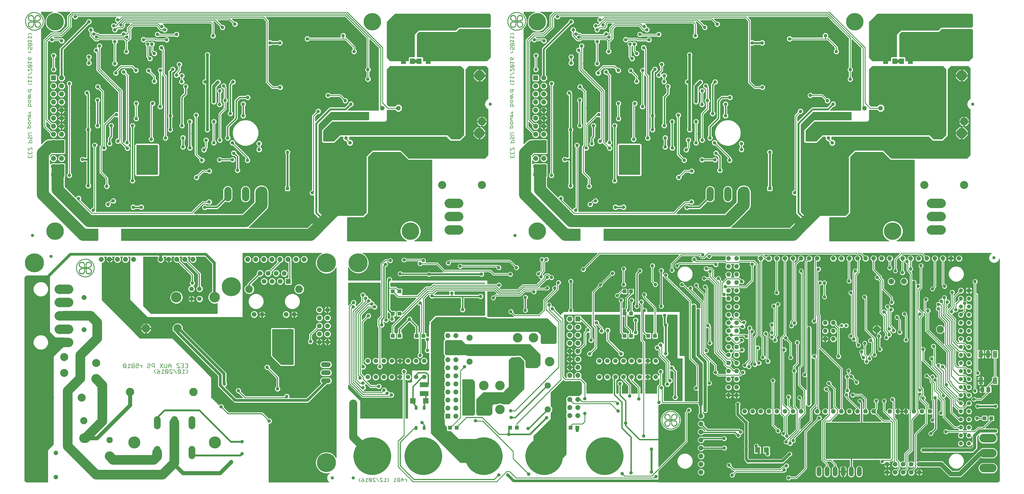
<source format=gbl>
G75*
G70*
%OFA0B0*%
%FSLAX24Y24*%
%IPPOS*%
%LPD*%
%AMOC8*
5,1,8,0,0,1.08239X$1,22.5*
%
%ADD10C,0.0050*%
%ADD11C,0.0060*%
%ADD12C,0.0885*%
%ADD13R,0.0197X0.0098*%
%ADD14C,0.0100*%
%ADD15C,0.0010*%
%ADD16R,0.0594X0.0594*%
%ADD17OC8,0.0594*%
%ADD18R,0.0098X0.0197*%
%ADD19C,0.1236*%
%ADD20OC8,0.1236*%
%ADD21C,0.1000*%
%ADD22OC8,0.0560*%
%ADD23OC8,0.0520*%
%ADD24C,0.1000*%
%ADD25OC8,0.0885*%
%ADD26C,0.0825*%
%ADD27OC8,0.0760*%
%ADD28C,0.1502*%
%ADD29C,0.0594*%
%ADD30C,0.0594*%
%ADD31C,0.0560*%
%ADD32C,0.1306*%
%ADD33C,0.0945*%
%ADD34OC8,0.0600*%
%ADD35C,0.0397*%
%ADD36C,0.0860*%
%ADD37OC8,0.0860*%
%ADD38OC8,0.0554*%
%ADD39C,0.1181*%
%ADD40C,0.0768*%
%ADD41C,0.4685*%
%ADD42R,0.0472X0.0472*%
%ADD43C,0.1065*%
%ADD44C,0.0515*%
%ADD45R,0.0515X0.0515*%
%ADD46C,0.0554*%
%ADD47R,0.0630X0.0709*%
%ADD48R,0.0512X0.0591*%
%ADD49C,0.0083*%
%ADD50C,0.0400*%
%ADD51C,0.0700*%
%ADD52OC8,0.0700*%
%ADD53OC8,0.1000*%
%ADD54C,0.1181*%
%ADD55R,0.0630X0.0710*%
%ADD56OC8,0.0906*%
%ADD57R,0.0709X0.0669*%
%ADD58R,0.1063X0.0630*%
%ADD59R,0.0350X0.0500*%
%ADD60R,0.0396X0.0396*%
%ADD61OC8,0.0396*%
%ADD62C,0.0160*%
%ADD63C,0.0240*%
%ADD64C,0.0400*%
%ADD65C,0.1500*%
%ADD66C,0.0320*%
%ADD67C,0.0120*%
%ADD68C,0.0200*%
%ADD69R,0.0436X0.0436*%
%ADD70C,0.2165*%
%ADD71C,0.2362*%
%ADD72C,0.1500*%
%ADD73C,0.0500*%
%ADD74C,0.1200*%
%ADD75C,0.0560*%
%ADD76C,0.1350*%
D10*
X046354Y004005D02*
X046354Y004155D01*
X046504Y004305D01*
X046664Y004305D02*
X046814Y004230D01*
X046964Y004080D01*
X046739Y004080D01*
X046664Y004005D01*
X046664Y003930D01*
X046739Y003855D01*
X046889Y003855D01*
X046964Y003930D01*
X046964Y004080D01*
X047124Y003855D02*
X047425Y003855D01*
X047274Y003855D02*
X047274Y004305D01*
X047425Y004155D01*
X047585Y004230D02*
X047885Y003930D01*
X047810Y003855D01*
X047660Y003855D01*
X047585Y003930D01*
X047585Y004230D01*
X047660Y004305D01*
X047810Y004305D01*
X047885Y004230D01*
X047885Y003930D01*
X048045Y003855D02*
X048345Y003855D01*
X048045Y004155D01*
X048045Y004230D01*
X048120Y004305D01*
X048270Y004305D01*
X048345Y004230D01*
X048506Y004305D02*
X048806Y003855D01*
X048966Y003855D02*
X049266Y003855D01*
X048966Y004155D01*
X048966Y004230D01*
X049041Y004305D01*
X049191Y004305D01*
X049266Y004230D01*
X049576Y004305D02*
X049576Y003855D01*
X049426Y003855D02*
X049727Y003855D01*
X049883Y003855D02*
X050033Y004005D01*
X050033Y004155D01*
X049883Y004305D01*
X049727Y004155D02*
X049576Y004305D01*
X050654Y003855D02*
X050954Y003855D01*
X050804Y003855D02*
X050804Y004305D01*
X050954Y004155D01*
X051114Y004155D02*
X051189Y004080D01*
X051415Y004080D01*
X051575Y004080D02*
X051875Y004080D01*
X051650Y004305D01*
X051650Y003855D01*
X051415Y003855D02*
X051189Y003855D01*
X051114Y003930D01*
X051114Y004005D01*
X051189Y004080D01*
X051114Y004155D02*
X051114Y004230D01*
X051189Y004305D01*
X051415Y004305D01*
X051415Y003855D01*
X052034Y004155D02*
X052109Y004155D01*
X052259Y004005D01*
X052259Y003855D02*
X052259Y004155D01*
X046504Y003855D02*
X046354Y004005D01*
X065133Y044097D02*
X065133Y044397D01*
X065133Y044557D02*
X065133Y044858D01*
X065133Y045018D02*
X065133Y045318D01*
X065133Y045018D02*
X065208Y045018D01*
X065508Y045318D01*
X065583Y045318D01*
X065583Y045018D01*
X065583Y044858D02*
X065583Y044557D01*
X065133Y044557D01*
X065358Y044557D02*
X065358Y044708D01*
X065583Y044397D02*
X065583Y044097D01*
X065133Y044097D01*
X065358Y044097D02*
X065358Y044247D01*
X065283Y045939D02*
X065283Y046164D01*
X065358Y046239D01*
X065508Y046239D01*
X065583Y046164D01*
X065583Y045939D01*
X065133Y045939D01*
X065208Y046399D02*
X065133Y046474D01*
X065133Y046624D01*
X065208Y046699D01*
X065283Y046699D01*
X065358Y046624D01*
X065358Y046474D01*
X065433Y046399D01*
X065508Y046399D01*
X065583Y046474D01*
X065583Y046624D01*
X065508Y046699D01*
X065583Y046859D02*
X065208Y046859D01*
X065133Y046934D01*
X065133Y047085D01*
X065208Y047160D01*
X065583Y047160D01*
X065433Y047780D02*
X064983Y047780D01*
X065133Y047780D02*
X065133Y048005D01*
X065208Y048080D01*
X065358Y048080D01*
X065433Y048005D01*
X065433Y047780D01*
X065358Y048241D02*
X065208Y048241D01*
X065133Y048316D01*
X065133Y048466D01*
X065208Y048541D01*
X065358Y048541D01*
X065433Y048466D01*
X065433Y048316D01*
X065358Y048241D01*
X065433Y048701D02*
X065208Y048701D01*
X065133Y048776D01*
X065208Y048851D01*
X065133Y048926D01*
X065208Y049001D01*
X065433Y049001D01*
X065358Y049161D02*
X065433Y049236D01*
X065433Y049387D01*
X065358Y049462D01*
X065283Y049462D01*
X065283Y049161D01*
X065208Y049161D02*
X065358Y049161D01*
X065208Y049161D02*
X065133Y049236D01*
X065133Y049387D01*
X065133Y049622D02*
X065433Y049622D01*
X065283Y049622D02*
X065433Y049772D01*
X065433Y049847D01*
X065433Y050466D02*
X065433Y050691D01*
X065358Y050766D01*
X065208Y050766D01*
X065133Y050691D01*
X065133Y050466D01*
X065583Y050466D01*
X065358Y050926D02*
X065208Y050926D01*
X065133Y051001D01*
X065133Y051151D01*
X065208Y051226D01*
X065358Y051226D01*
X065433Y051151D01*
X065433Y051001D01*
X065358Y050926D01*
X065208Y051387D02*
X065283Y051462D01*
X065283Y051687D01*
X065358Y051687D02*
X065133Y051687D01*
X065133Y051462D01*
X065208Y051387D01*
X065433Y051462D02*
X065433Y051612D01*
X065358Y051687D01*
X065283Y051847D02*
X065433Y051997D01*
X065433Y052072D01*
X065358Y052231D02*
X065433Y052306D01*
X065433Y052531D01*
X065583Y052531D02*
X065133Y052531D01*
X065133Y052306D01*
X065208Y052231D01*
X065358Y052231D01*
X065433Y051847D02*
X065133Y051847D01*
X065283Y053151D02*
X065433Y053151D01*
X065583Y053302D01*
X065433Y053458D02*
X065583Y053608D01*
X065133Y053608D01*
X065133Y053458D02*
X065133Y053759D01*
X065133Y053919D02*
X065133Y054219D01*
X065133Y054069D02*
X065583Y054069D01*
X065433Y053919D01*
X065133Y054379D02*
X065583Y054679D01*
X065508Y054840D02*
X065583Y054915D01*
X065583Y055065D01*
X065508Y055140D01*
X065433Y055140D01*
X065133Y054840D01*
X065133Y055140D01*
X065208Y055300D02*
X065508Y055600D01*
X065208Y055600D01*
X065133Y055525D01*
X065133Y055375D01*
X065208Y055300D01*
X065508Y055300D01*
X065583Y055375D01*
X065583Y055525D01*
X065508Y055600D01*
X065433Y055760D02*
X065583Y055910D01*
X065133Y055910D01*
X065133Y055760D02*
X065133Y056061D01*
X065208Y056221D02*
X065133Y056296D01*
X065133Y056446D01*
X065208Y056521D01*
X065283Y056521D01*
X065358Y056446D01*
X065358Y056221D01*
X065208Y056221D01*
X065358Y056221D02*
X065508Y056371D01*
X065583Y056521D01*
X065433Y057141D02*
X065133Y057141D01*
X065283Y057141D02*
X065433Y057292D01*
X065433Y057367D01*
X065358Y057525D02*
X065433Y057675D01*
X065433Y057750D01*
X065358Y057825D01*
X065208Y057825D01*
X065133Y057750D01*
X065133Y057600D01*
X065208Y057525D01*
X065358Y057525D02*
X065583Y057525D01*
X065583Y057825D01*
X065583Y057986D02*
X065583Y058211D01*
X065508Y058286D01*
X065433Y058286D01*
X065358Y058211D01*
X065358Y057986D01*
X065358Y058211D02*
X065283Y058286D01*
X065208Y058286D01*
X065133Y058211D01*
X065133Y057986D01*
X065583Y057986D01*
X065433Y058446D02*
X065583Y058596D01*
X065133Y058596D01*
X065133Y058446D02*
X065133Y058746D01*
X065133Y058906D02*
X065133Y059207D01*
X065133Y059056D02*
X065583Y059056D01*
X065433Y058906D01*
X065583Y059367D02*
X065433Y059517D01*
X065283Y059517D01*
X065133Y059367D01*
X065133Y053302D02*
X065283Y053151D01*
X005741Y053302D02*
X005591Y053151D01*
X005441Y053151D01*
X005290Y053302D01*
X005290Y053458D02*
X005290Y053759D01*
X005290Y053608D02*
X005741Y053608D01*
X005591Y053458D01*
X005591Y053919D02*
X005741Y054069D01*
X005290Y054069D01*
X005290Y053919D02*
X005290Y054219D01*
X005290Y054379D02*
X005741Y054679D01*
X005666Y054840D02*
X005741Y054915D01*
X005741Y055065D01*
X005666Y055140D01*
X005591Y055140D01*
X005290Y054840D01*
X005290Y055140D01*
X005365Y055300D02*
X005290Y055375D01*
X005290Y055525D01*
X005365Y055600D01*
X005666Y055600D01*
X005365Y055300D01*
X005666Y055300D01*
X005741Y055375D01*
X005741Y055525D01*
X005666Y055600D01*
X005591Y055760D02*
X005741Y055910D01*
X005290Y055910D01*
X005290Y055760D02*
X005290Y056061D01*
X005365Y056221D02*
X005290Y056296D01*
X005290Y056446D01*
X005365Y056521D01*
X005441Y056521D01*
X005516Y056446D01*
X005516Y056221D01*
X005365Y056221D01*
X005516Y056221D02*
X005666Y056371D01*
X005741Y056521D01*
X005591Y057141D02*
X005290Y057141D01*
X005441Y057141D02*
X005591Y057292D01*
X005591Y057367D01*
X005516Y057525D02*
X005591Y057675D01*
X005591Y057750D01*
X005516Y057825D01*
X005365Y057825D01*
X005290Y057750D01*
X005290Y057600D01*
X005365Y057525D01*
X005516Y057525D02*
X005741Y057525D01*
X005741Y057825D01*
X005741Y057986D02*
X005741Y058211D01*
X005666Y058286D01*
X005591Y058286D01*
X005516Y058211D01*
X005516Y057986D01*
X005516Y058211D02*
X005441Y058286D01*
X005365Y058286D01*
X005290Y058211D01*
X005290Y057986D01*
X005741Y057986D01*
X005591Y058446D02*
X005741Y058596D01*
X005290Y058596D01*
X005290Y058446D02*
X005290Y058746D01*
X005290Y058906D02*
X005290Y059207D01*
X005290Y059056D02*
X005741Y059056D01*
X005591Y058906D01*
X005741Y059367D02*
X005591Y059517D01*
X005441Y059517D01*
X005290Y059367D01*
X005290Y052531D02*
X005290Y052306D01*
X005365Y052231D01*
X005516Y052231D01*
X005591Y052306D01*
X005591Y052531D01*
X005741Y052531D02*
X005290Y052531D01*
X005591Y052072D02*
X005591Y051997D01*
X005441Y051847D01*
X005591Y051847D02*
X005290Y051847D01*
X005290Y051687D02*
X005290Y051462D01*
X005365Y051387D01*
X005441Y051462D01*
X005441Y051687D01*
X005516Y051687D02*
X005290Y051687D01*
X005516Y051687D02*
X005591Y051612D01*
X005591Y051462D01*
X005516Y051226D02*
X005591Y051151D01*
X005591Y051001D01*
X005516Y050926D01*
X005365Y050926D01*
X005290Y051001D01*
X005290Y051151D01*
X005365Y051226D01*
X005516Y051226D01*
X005516Y050766D02*
X005591Y050691D01*
X005591Y050466D01*
X005741Y050466D02*
X005290Y050466D01*
X005290Y050691D01*
X005365Y050766D01*
X005516Y050766D01*
X005591Y049847D02*
X005591Y049772D01*
X005441Y049622D01*
X005591Y049622D02*
X005290Y049622D01*
X005441Y049462D02*
X005441Y049161D01*
X005516Y049161D02*
X005591Y049236D01*
X005591Y049387D01*
X005516Y049462D01*
X005441Y049462D01*
X005290Y049387D02*
X005290Y049236D01*
X005365Y049161D01*
X005516Y049161D01*
X005591Y049001D02*
X005365Y049001D01*
X005290Y048926D01*
X005365Y048851D01*
X005290Y048776D01*
X005365Y048701D01*
X005591Y048701D01*
X005516Y048541D02*
X005591Y048466D01*
X005591Y048316D01*
X005516Y048241D01*
X005365Y048241D01*
X005290Y048316D01*
X005290Y048466D01*
X005365Y048541D01*
X005516Y048541D01*
X005516Y048080D02*
X005365Y048080D01*
X005290Y048005D01*
X005290Y047780D01*
X005140Y047780D02*
X005591Y047780D01*
X005591Y048005D01*
X005516Y048080D01*
X005365Y047160D02*
X005741Y047160D01*
X005741Y046859D02*
X005365Y046859D01*
X005290Y046934D01*
X005290Y047085D01*
X005365Y047160D01*
X005365Y046699D02*
X005290Y046624D01*
X005290Y046474D01*
X005365Y046399D01*
X005516Y046474D02*
X005516Y046624D01*
X005441Y046699D01*
X005365Y046699D01*
X005516Y046474D02*
X005591Y046399D01*
X005666Y046399D01*
X005741Y046474D01*
X005741Y046624D01*
X005666Y046699D01*
X005666Y046239D02*
X005516Y046239D01*
X005441Y046164D01*
X005441Y045939D01*
X005290Y045939D02*
X005741Y045939D01*
X005741Y046164D01*
X005666Y046239D01*
X005666Y045318D02*
X005365Y045018D01*
X005290Y045018D01*
X005290Y045318D01*
X005666Y045318D02*
X005741Y045318D01*
X005741Y045018D01*
X005741Y044858D02*
X005741Y044557D01*
X005290Y044557D01*
X005290Y044858D01*
X005516Y044708D02*
X005516Y044557D01*
X005741Y044397D02*
X005741Y044097D01*
X005290Y044097D01*
X005290Y044397D01*
X005516Y044247D02*
X005516Y044097D01*
D11*
X017178Y018483D02*
X017094Y018400D01*
X017428Y018066D01*
X017345Y017983D01*
X017178Y017983D01*
X017094Y018066D01*
X017094Y018400D01*
X017178Y018483D02*
X017345Y018483D01*
X017428Y018400D01*
X017428Y018066D01*
X017610Y017983D02*
X017944Y017983D01*
X017777Y017983D02*
X017777Y018483D01*
X017944Y018317D01*
X018126Y018317D02*
X018209Y018233D01*
X018459Y018233D01*
X018641Y018233D02*
X018641Y018066D01*
X018725Y017983D01*
X018891Y017983D01*
X018975Y018066D01*
X018975Y018233D02*
X018808Y018317D01*
X018725Y018317D01*
X018641Y018233D01*
X018641Y018483D02*
X018975Y018483D01*
X018975Y018233D01*
X019154Y018317D02*
X019238Y018317D01*
X019405Y018150D01*
X019405Y017983D02*
X019405Y018317D01*
X020102Y018400D02*
X020186Y018483D01*
X020352Y018483D01*
X020436Y018400D01*
X020436Y018317D01*
X020352Y018233D01*
X020186Y018233D01*
X020102Y018150D01*
X020102Y018066D01*
X020186Y017983D01*
X020352Y017983D01*
X020436Y018066D01*
X020618Y018233D02*
X020701Y018150D01*
X020951Y018150D01*
X020951Y017983D02*
X020951Y018483D01*
X020701Y018483D01*
X020618Y018400D01*
X020618Y018233D01*
X021123Y017783D02*
X020957Y017617D01*
X020957Y017450D01*
X021123Y017283D01*
X021305Y017366D02*
X021305Y017450D01*
X021389Y017533D01*
X021639Y017533D01*
X021639Y017366D01*
X021556Y017283D01*
X021389Y017283D01*
X021305Y017366D01*
X021472Y017700D02*
X021639Y017533D01*
X021472Y017700D02*
X021305Y017783D01*
X021649Y017983D02*
X021983Y018483D01*
X022165Y018483D02*
X022165Y018066D01*
X022248Y017983D01*
X022415Y017983D01*
X022498Y018066D01*
X022498Y018483D01*
X022680Y018317D02*
X022680Y017983D01*
X022587Y017783D02*
X022420Y017783D01*
X022337Y017700D01*
X022670Y017366D01*
X022587Y017283D01*
X022420Y017283D01*
X022337Y017366D01*
X022337Y017700D01*
X022155Y017617D02*
X021988Y017783D01*
X021988Y017283D01*
X022155Y017283D02*
X021821Y017283D01*
X021983Y017983D02*
X021649Y018483D01*
X022680Y018317D02*
X022847Y018483D01*
X023014Y018317D01*
X023014Y017983D01*
X022936Y017783D02*
X023102Y017783D01*
X023186Y017700D01*
X023368Y017783D02*
X023702Y017283D01*
X023884Y017366D02*
X023967Y017283D01*
X024134Y017283D01*
X024217Y017366D01*
X023884Y017700D01*
X023884Y017366D01*
X024217Y017366D02*
X024217Y017700D01*
X024134Y017783D01*
X023967Y017783D01*
X023884Y017700D01*
X024045Y017983D02*
X023712Y017983D01*
X024045Y017983D02*
X024045Y018066D01*
X023712Y018400D01*
X023712Y018483D01*
X024045Y018483D01*
X024227Y018483D02*
X024561Y018483D01*
X024561Y017983D01*
X024227Y017983D01*
X024394Y018233D02*
X024561Y018233D01*
X024743Y017983D02*
X025077Y017983D01*
X025077Y018483D01*
X024743Y018483D01*
X024910Y018233D02*
X025077Y018233D01*
X024910Y017783D02*
X025077Y017617D01*
X025077Y017450D01*
X024910Y017283D01*
X024733Y017283D02*
X024399Y017283D01*
X024566Y017283D02*
X024566Y017783D01*
X024733Y017617D01*
X023186Y017283D02*
X022852Y017617D01*
X022852Y017700D01*
X022936Y017783D01*
X022670Y017700D02*
X022587Y017783D01*
X022670Y017700D02*
X022670Y017366D01*
X022852Y017283D02*
X023186Y017283D01*
X023014Y018233D02*
X022680Y018233D01*
X018459Y017983D02*
X018209Y017983D01*
X018126Y018066D01*
X018126Y018150D01*
X018209Y018233D01*
X018126Y018317D02*
X018126Y018400D01*
X018209Y018483D01*
X018459Y018483D01*
X018459Y017983D01*
D12*
X030052Y039130D02*
X030052Y040015D01*
X032252Y040015D02*
X032252Y039130D01*
X034452Y039130D02*
X034452Y040015D01*
X089895Y040015D02*
X089895Y039130D01*
X092095Y039130D02*
X092095Y040015D01*
X094295Y040015D02*
X094295Y039130D01*
D13*
X101683Y036168D03*
X101683Y036076D03*
X095940Y007593D03*
X095940Y007501D03*
X041840Y036076D03*
X041840Y036168D03*
D14*
X004890Y003962D02*
X004931Y003906D01*
X004987Y003866D01*
X005052Y003844D01*
X005087Y003842D01*
X007690Y003842D01*
X007690Y007797D01*
X008390Y008497D01*
X008390Y019422D01*
X009615Y020647D01*
X009765Y020647D01*
X009765Y021747D01*
X008640Y021747D01*
X007915Y022472D01*
X007915Y029422D01*
X005090Y029422D01*
X004866Y029198D01*
X004866Y004063D01*
X007690Y004063D01*
X007690Y003965D02*
X004889Y003965D01*
X004890Y003962D02*
X004869Y004028D01*
X004866Y004063D01*
X004866Y004162D02*
X007690Y004162D01*
X007690Y004260D02*
X004866Y004260D01*
X004866Y004359D02*
X007690Y004359D01*
X007690Y004457D02*
X004866Y004457D01*
X004866Y004556D02*
X007690Y004556D01*
X007690Y004654D02*
X004866Y004654D01*
X004866Y004753D02*
X007690Y004753D01*
X007690Y004851D02*
X004866Y004851D01*
X004866Y004950D02*
X007690Y004950D01*
X007690Y005048D02*
X004866Y005048D01*
X004866Y005147D02*
X007690Y005147D01*
X007690Y005245D02*
X004866Y005245D01*
X004866Y005344D02*
X007690Y005344D01*
X007690Y005442D02*
X004866Y005442D01*
X004866Y005541D02*
X007690Y005541D01*
X007690Y005639D02*
X004866Y005639D01*
X004866Y005738D02*
X007690Y005738D01*
X007690Y005836D02*
X004866Y005836D01*
X004866Y005935D02*
X007690Y005935D01*
X007690Y006033D02*
X004866Y006033D01*
X004866Y006132D02*
X007690Y006132D01*
X007690Y006230D02*
X004866Y006230D01*
X004866Y006329D02*
X007690Y006329D01*
X007690Y006427D02*
X004866Y006427D01*
X004866Y006526D02*
X007690Y006526D01*
X007690Y006624D02*
X004866Y006624D01*
X004866Y006723D02*
X007690Y006723D01*
X007690Y006821D02*
X004866Y006821D01*
X004866Y006920D02*
X007690Y006920D01*
X007690Y007018D02*
X004866Y007018D01*
X004866Y007117D02*
X007690Y007117D01*
X007690Y007215D02*
X004866Y007215D01*
X004866Y007314D02*
X007690Y007314D01*
X007690Y007412D02*
X004866Y007412D01*
X004866Y007511D02*
X007690Y007511D01*
X007690Y007609D02*
X004866Y007609D01*
X004866Y007708D02*
X007690Y007708D01*
X007699Y007806D02*
X004866Y007806D01*
X004866Y007905D02*
X007798Y007905D01*
X007896Y008003D02*
X004866Y008003D01*
X004866Y008102D02*
X007995Y008102D01*
X008093Y008200D02*
X004866Y008200D01*
X004866Y008299D02*
X008192Y008299D01*
X008290Y008397D02*
X004866Y008397D01*
X004866Y008496D02*
X008389Y008496D01*
X008390Y008594D02*
X004866Y008594D01*
X004866Y008693D02*
X008390Y008693D01*
X008390Y008791D02*
X004866Y008791D01*
X004866Y008890D02*
X008390Y008890D01*
X008390Y008988D02*
X004866Y008988D01*
X004866Y009087D02*
X008390Y009087D01*
X008390Y009185D02*
X004866Y009185D01*
X004866Y009284D02*
X008390Y009284D01*
X008390Y009382D02*
X004866Y009382D01*
X004866Y009481D02*
X008390Y009481D01*
X008390Y009579D02*
X004866Y009579D01*
X004866Y009678D02*
X008390Y009678D01*
X008390Y009776D02*
X004866Y009776D01*
X004866Y009875D02*
X008390Y009875D01*
X008390Y009973D02*
X004866Y009973D01*
X004866Y010072D02*
X008390Y010072D01*
X008390Y010170D02*
X004866Y010170D01*
X004866Y010269D02*
X008390Y010269D01*
X008390Y010367D02*
X004866Y010367D01*
X004866Y010466D02*
X008390Y010466D01*
X008390Y010564D02*
X004866Y010564D01*
X004866Y010663D02*
X008390Y010663D01*
X008390Y010761D02*
X004866Y010761D01*
X004866Y010860D02*
X008390Y010860D01*
X008390Y010958D02*
X004866Y010958D01*
X004866Y011057D02*
X008390Y011057D01*
X008390Y011155D02*
X004866Y011155D01*
X004866Y011254D02*
X008390Y011254D01*
X008390Y011352D02*
X004866Y011352D01*
X004866Y011451D02*
X008390Y011451D01*
X008390Y011549D02*
X004866Y011549D01*
X004866Y011648D02*
X008390Y011648D01*
X008390Y011746D02*
X004866Y011746D01*
X004866Y011845D02*
X008390Y011845D01*
X008390Y011943D02*
X004866Y011943D01*
X004866Y012042D02*
X008390Y012042D01*
X008390Y012140D02*
X004866Y012140D01*
X004866Y012239D02*
X008390Y012239D01*
X008390Y012337D02*
X004866Y012337D01*
X004866Y012436D02*
X008390Y012436D01*
X008390Y012534D02*
X004866Y012534D01*
X004866Y012633D02*
X008390Y012633D01*
X008390Y012731D02*
X004866Y012731D01*
X004866Y012830D02*
X008390Y012830D01*
X008390Y012928D02*
X004866Y012928D01*
X004866Y013027D02*
X008390Y013027D01*
X008390Y013125D02*
X004866Y013125D01*
X004866Y013224D02*
X008390Y013224D01*
X008390Y013322D02*
X004866Y013322D01*
X004866Y013421D02*
X008390Y013421D01*
X008390Y013519D02*
X004866Y013519D01*
X004866Y013618D02*
X008390Y013618D01*
X008390Y013716D02*
X004866Y013716D01*
X004866Y013815D02*
X008390Y013815D01*
X008390Y013913D02*
X004866Y013913D01*
X004866Y014012D02*
X008390Y014012D01*
X008390Y014110D02*
X004866Y014110D01*
X004866Y014209D02*
X008390Y014209D01*
X008390Y014307D02*
X004866Y014307D01*
X004866Y014406D02*
X008390Y014406D01*
X008390Y014504D02*
X004866Y014504D01*
X004866Y014603D02*
X008390Y014603D01*
X008390Y014701D02*
X004866Y014701D01*
X004866Y014800D02*
X008390Y014800D01*
X008390Y014898D02*
X004866Y014898D01*
X004866Y014997D02*
X008390Y014997D01*
X008390Y015095D02*
X004866Y015095D01*
X004866Y015194D02*
X008390Y015194D01*
X008390Y015292D02*
X004866Y015292D01*
X004866Y015391D02*
X008390Y015391D01*
X008390Y015489D02*
X004866Y015489D01*
X004866Y015588D02*
X008390Y015588D01*
X008390Y015686D02*
X004866Y015686D01*
X004866Y015785D02*
X008390Y015785D01*
X008390Y015883D02*
X004866Y015883D01*
X004866Y015982D02*
X008390Y015982D01*
X008390Y016080D02*
X004866Y016080D01*
X004866Y016179D02*
X008390Y016179D01*
X008390Y016277D02*
X004866Y016277D01*
X004866Y016376D02*
X008390Y016376D01*
X008390Y016474D02*
X004866Y016474D01*
X004866Y016573D02*
X008390Y016573D01*
X008390Y016671D02*
X004866Y016671D01*
X004866Y016770D02*
X008390Y016770D01*
X008390Y016868D02*
X004866Y016868D01*
X004866Y016967D02*
X008390Y016967D01*
X008390Y017065D02*
X004866Y017065D01*
X004866Y017164D02*
X008390Y017164D01*
X008390Y017262D02*
X004866Y017262D01*
X004866Y017361D02*
X008390Y017361D01*
X008390Y017459D02*
X004866Y017459D01*
X004866Y017558D02*
X008390Y017558D01*
X008390Y017656D02*
X004866Y017656D01*
X004866Y017755D02*
X008390Y017755D01*
X008390Y017853D02*
X004866Y017853D01*
X004866Y017952D02*
X008390Y017952D01*
X008390Y018050D02*
X004866Y018050D01*
X004866Y018149D02*
X008390Y018149D01*
X008390Y018247D02*
X004866Y018247D01*
X004866Y018346D02*
X008390Y018346D01*
X008390Y018444D02*
X004866Y018444D01*
X004866Y018543D02*
X008390Y018543D01*
X008390Y018641D02*
X004866Y018641D01*
X004866Y018740D02*
X008390Y018740D01*
X008390Y018838D02*
X004866Y018838D01*
X004866Y018937D02*
X008390Y018937D01*
X008390Y019035D02*
X004866Y019035D01*
X004866Y019134D02*
X008390Y019134D01*
X008390Y019232D02*
X004866Y019232D01*
X004866Y019331D02*
X008390Y019331D01*
X008397Y019429D02*
X004866Y019429D01*
X004866Y019528D02*
X008496Y019528D01*
X008594Y019626D02*
X004866Y019626D01*
X004866Y019725D02*
X008693Y019725D01*
X008791Y019823D02*
X004866Y019823D01*
X004866Y019922D02*
X008890Y019922D01*
X008988Y020020D02*
X004866Y020020D01*
X004866Y020119D02*
X009087Y020119D01*
X009185Y020217D02*
X004866Y020217D01*
X004866Y020316D02*
X006417Y020316D01*
X006309Y020361D02*
X006654Y020217D01*
X007028Y020217D01*
X007374Y020361D01*
X007639Y020625D01*
X007782Y020971D01*
X007782Y021345D01*
X007639Y021691D01*
X007374Y021955D01*
X007028Y022098D01*
X006654Y022098D01*
X006309Y021955D01*
X006044Y021691D01*
X005901Y021345D01*
X005901Y020971D01*
X006044Y020625D01*
X006309Y020361D01*
X006255Y020414D02*
X004866Y020414D01*
X004866Y020513D02*
X006157Y020513D01*
X006058Y020611D02*
X004866Y020611D01*
X004866Y020710D02*
X006009Y020710D01*
X005968Y020808D02*
X004866Y020808D01*
X004866Y020907D02*
X005927Y020907D01*
X005901Y021005D02*
X004866Y021005D01*
X004866Y021104D02*
X005901Y021104D01*
X005901Y021202D02*
X004866Y021202D01*
X004866Y021301D02*
X005901Y021301D01*
X005923Y021399D02*
X004866Y021399D01*
X004866Y021498D02*
X005964Y021498D01*
X006005Y021596D02*
X004866Y021596D01*
X004866Y021695D02*
X006048Y021695D01*
X006146Y021793D02*
X004866Y021793D01*
X004866Y021892D02*
X006245Y021892D01*
X006393Y021990D02*
X004866Y021990D01*
X004866Y022089D02*
X006631Y022089D01*
X007052Y022089D02*
X008299Y022089D01*
X008200Y022187D02*
X004866Y022187D01*
X004866Y022286D02*
X008102Y022286D01*
X008003Y022384D02*
X004866Y022384D01*
X004866Y022483D02*
X007915Y022483D01*
X007915Y022581D02*
X004866Y022581D01*
X004866Y022680D02*
X007915Y022680D01*
X007915Y022778D02*
X004866Y022778D01*
X004866Y022877D02*
X007915Y022877D01*
X007915Y022975D02*
X004866Y022975D01*
X004866Y023074D02*
X007915Y023074D01*
X007915Y023172D02*
X004866Y023172D01*
X004866Y023271D02*
X007915Y023271D01*
X007915Y023369D02*
X004866Y023369D01*
X004866Y023468D02*
X007915Y023468D01*
X007915Y023566D02*
X004866Y023566D01*
X004866Y023665D02*
X007915Y023665D01*
X007915Y023763D02*
X004866Y023763D01*
X004866Y023862D02*
X007915Y023862D01*
X007915Y023960D02*
X004866Y023960D01*
X004866Y024059D02*
X007915Y024059D01*
X007915Y024157D02*
X004866Y024157D01*
X004866Y024256D02*
X007915Y024256D01*
X007915Y024354D02*
X004866Y024354D01*
X004866Y024453D02*
X007915Y024453D01*
X007915Y024551D02*
X004866Y024551D01*
X004866Y024650D02*
X007915Y024650D01*
X007915Y024748D02*
X004866Y024748D01*
X004866Y024847D02*
X007915Y024847D01*
X007915Y024945D02*
X004866Y024945D01*
X004866Y025044D02*
X007915Y025044D01*
X007915Y025142D02*
X004866Y025142D01*
X004866Y025241D02*
X007915Y025241D01*
X007915Y025339D02*
X004866Y025339D01*
X004866Y025438D02*
X007915Y025438D01*
X007915Y025536D02*
X004866Y025536D01*
X004866Y025635D02*
X007915Y025635D01*
X007915Y025733D02*
X004866Y025733D01*
X004866Y025832D02*
X007915Y025832D01*
X007915Y025930D02*
X004866Y025930D01*
X004866Y026029D02*
X007915Y026029D01*
X007915Y026127D02*
X004866Y026127D01*
X004866Y026226D02*
X007915Y026226D01*
X007915Y026324D02*
X004866Y026324D01*
X004866Y026423D02*
X007915Y026423D01*
X007915Y026521D02*
X004866Y026521D01*
X004866Y026620D02*
X007915Y026620D01*
X007915Y026718D02*
X004866Y026718D01*
X004866Y026817D02*
X007915Y026817D01*
X007915Y026915D02*
X007230Y026915D01*
X007374Y026975D02*
X007639Y027239D01*
X007782Y027585D01*
X007782Y027959D01*
X007639Y028305D01*
X007374Y028569D01*
X007028Y028713D01*
X006654Y028713D01*
X006309Y028569D01*
X006044Y028305D01*
X005901Y027959D01*
X005901Y027585D01*
X006044Y027239D01*
X006309Y026975D01*
X006654Y026831D01*
X007028Y026831D01*
X007374Y026975D01*
X007413Y027014D02*
X007915Y027014D01*
X007915Y027112D02*
X007512Y027112D01*
X007610Y027211D02*
X007915Y027211D01*
X007915Y027309D02*
X007668Y027309D01*
X007708Y027408D02*
X007915Y027408D01*
X007915Y027506D02*
X007749Y027506D01*
X007782Y027605D02*
X007915Y027605D01*
X007915Y027703D02*
X007782Y027703D01*
X007782Y027802D02*
X007915Y027802D01*
X007915Y027900D02*
X007782Y027900D01*
X007766Y027999D02*
X007915Y027999D01*
X007915Y028097D02*
X007725Y028097D01*
X007684Y028196D02*
X007915Y028196D01*
X007915Y028294D02*
X007643Y028294D01*
X007551Y028393D02*
X007915Y028393D01*
X007915Y028491D02*
X007452Y028491D01*
X007325Y028590D02*
X007915Y028590D01*
X007915Y028688D02*
X007088Y028688D01*
X006595Y028688D02*
X004866Y028688D01*
X004866Y028590D02*
X006357Y028590D01*
X006230Y028491D02*
X004866Y028491D01*
X004866Y028393D02*
X006132Y028393D01*
X006040Y028294D02*
X004866Y028294D01*
X004866Y028196D02*
X005999Y028196D01*
X005958Y028097D02*
X004866Y028097D01*
X004866Y027999D02*
X005917Y027999D01*
X005901Y027900D02*
X004866Y027900D01*
X004866Y027802D02*
X005901Y027802D01*
X005901Y027703D02*
X004866Y027703D01*
X004866Y027605D02*
X005901Y027605D01*
X005934Y027506D02*
X004866Y027506D01*
X004866Y027408D02*
X005974Y027408D01*
X006015Y027309D02*
X004866Y027309D01*
X004866Y027211D02*
X006073Y027211D01*
X006171Y027112D02*
X004866Y027112D01*
X004866Y027014D02*
X006270Y027014D01*
X006452Y026915D02*
X004866Y026915D01*
X004866Y028787D02*
X007915Y028787D01*
X007915Y028885D02*
X004866Y028885D01*
X004866Y028984D02*
X007915Y028984D01*
X007915Y029082D02*
X004866Y029082D01*
X004866Y029181D02*
X007915Y029181D01*
X007915Y029279D02*
X004947Y029279D01*
X005046Y029378D02*
X007915Y029378D01*
X011951Y030322D02*
X012778Y030322D01*
X012778Y030480D02*
X011951Y030480D01*
X011264Y030401D02*
X011266Y030467D01*
X011272Y030532D01*
X011282Y030597D01*
X011295Y030662D01*
X011313Y030725D01*
X011334Y030788D01*
X011359Y030848D01*
X011388Y030908D01*
X011420Y030965D01*
X011455Y031021D01*
X011494Y031074D01*
X011536Y031125D01*
X011580Y031173D01*
X011628Y031218D01*
X011678Y031261D01*
X011731Y031300D01*
X011786Y031337D01*
X011843Y031370D01*
X011902Y031399D01*
X011962Y031425D01*
X012024Y031447D01*
X012087Y031466D01*
X012151Y031480D01*
X012216Y031491D01*
X012282Y031498D01*
X012348Y031501D01*
X012413Y031500D01*
X012479Y031495D01*
X012544Y031486D01*
X012609Y031473D01*
X012672Y031457D01*
X012735Y031437D01*
X012796Y031412D01*
X012856Y031385D01*
X012914Y031354D01*
X012970Y031319D01*
X013024Y031281D01*
X013075Y031240D01*
X013124Y031196D01*
X013170Y031149D01*
X013214Y031100D01*
X013254Y031048D01*
X013291Y030993D01*
X013325Y030937D01*
X013355Y030878D01*
X013382Y030818D01*
X013405Y030757D01*
X013424Y030694D01*
X013440Y030630D01*
X013452Y030565D01*
X013460Y030500D01*
X013464Y030434D01*
X013464Y030368D01*
X013460Y030302D01*
X013452Y030237D01*
X013440Y030172D01*
X013424Y030108D01*
X013405Y030045D01*
X013382Y029984D01*
X013355Y029924D01*
X013325Y029865D01*
X013291Y029809D01*
X013254Y029754D01*
X013214Y029702D01*
X013170Y029653D01*
X013124Y029606D01*
X013075Y029562D01*
X013024Y029521D01*
X012970Y029483D01*
X012914Y029448D01*
X012856Y029417D01*
X012796Y029390D01*
X012735Y029365D01*
X012672Y029345D01*
X012609Y029329D01*
X012544Y029316D01*
X012479Y029307D01*
X012413Y029302D01*
X012348Y029301D01*
X012282Y029304D01*
X012216Y029311D01*
X012151Y029322D01*
X012087Y029336D01*
X012024Y029355D01*
X011962Y029377D01*
X011902Y029403D01*
X011843Y029432D01*
X011786Y029465D01*
X011731Y029502D01*
X011678Y029541D01*
X011628Y029584D01*
X011580Y029629D01*
X011536Y029677D01*
X011494Y029728D01*
X011455Y029781D01*
X011420Y029837D01*
X011388Y029894D01*
X011359Y029954D01*
X011334Y030014D01*
X011313Y030077D01*
X011295Y030140D01*
X011282Y030205D01*
X011272Y030270D01*
X011266Y030335D01*
X011264Y030401D01*
X012266Y030007D02*
X012266Y030795D01*
X012463Y030795D02*
X012463Y030007D01*
X014465Y029969D02*
X017890Y029969D01*
X017890Y030067D02*
X014465Y030067D01*
X014465Y030166D02*
X017890Y030166D01*
X017890Y030264D02*
X014465Y030264D01*
X014465Y030363D02*
X017890Y030363D01*
X017890Y030461D02*
X014465Y030461D01*
X014465Y030560D02*
X017890Y030560D01*
X017890Y030658D02*
X014465Y030658D01*
X014465Y030757D02*
X017890Y030757D01*
X017890Y030855D02*
X014465Y030855D01*
X014465Y030954D02*
X017890Y030954D01*
X017890Y031052D02*
X017606Y031052D01*
X017559Y031005D02*
X017832Y031279D01*
X017832Y031665D01*
X017731Y031767D01*
X017890Y031767D01*
X017890Y026447D01*
X020065Y024272D01*
X031915Y024272D01*
X031940Y024397D01*
X031940Y032236D01*
X041677Y032236D01*
X041462Y032112D01*
X041210Y031861D01*
X041033Y031553D01*
X040940Y031209D01*
X040940Y030853D01*
X041033Y030510D01*
X041210Y030202D01*
X041462Y029950D01*
X041770Y029772D01*
X042114Y029680D01*
X042469Y029680D01*
X042813Y029772D01*
X043121Y029950D01*
X043373Y030202D01*
X043497Y030416D01*
X043497Y006843D01*
X043373Y007058D01*
X043121Y007309D01*
X042813Y007487D01*
X042469Y007579D01*
X042114Y007579D01*
X041770Y007487D01*
X041462Y007309D01*
X041210Y007058D01*
X041033Y006749D01*
X040940Y006406D01*
X040940Y006050D01*
X041033Y005706D01*
X041210Y005398D01*
X041462Y005147D01*
X041770Y004969D01*
X042114Y004877D01*
X042469Y004877D01*
X042660Y004928D01*
X042582Y004890D01*
X042389Y004649D01*
X042320Y004347D01*
X042320Y004347D01*
X042389Y004045D01*
X042552Y003842D01*
X035165Y003842D01*
X035165Y011029D01*
X035343Y011029D01*
X035559Y011245D01*
X035559Y011550D01*
X035343Y011765D01*
X035148Y011765D01*
X034386Y012527D01*
X030186Y012527D01*
X029584Y013129D01*
X029584Y013325D01*
X029368Y013540D01*
X029063Y013540D01*
X028955Y013432D01*
X028040Y014347D01*
X028040Y016847D01*
X023190Y021697D01*
X019165Y021697D01*
X014465Y026422D01*
X014465Y031005D01*
X014559Y031005D01*
X014832Y031279D01*
X014832Y031665D01*
X014731Y031767D01*
X015028Y031767D01*
X014919Y031657D01*
X014919Y031520D01*
X015317Y031520D01*
X015317Y031424D01*
X014919Y031424D01*
X014919Y031287D01*
X015180Y031025D01*
X015317Y031025D01*
X015317Y031424D01*
X015414Y031424D01*
X015414Y031520D01*
X015812Y031520D01*
X015812Y031657D01*
X015702Y031767D01*
X016000Y031767D01*
X015899Y031665D01*
X015899Y031279D01*
X016172Y031005D01*
X016559Y031005D01*
X016832Y031279D01*
X016832Y031665D01*
X016731Y031767D01*
X017000Y031767D01*
X016899Y031665D01*
X016899Y031279D01*
X017172Y031005D01*
X017559Y031005D01*
X017704Y031151D02*
X017890Y031151D01*
X017890Y031249D02*
X017803Y031249D01*
X017832Y031348D02*
X017890Y031348D01*
X017890Y031446D02*
X017832Y031446D01*
X017832Y031545D02*
X017890Y031545D01*
X017890Y031643D02*
X017832Y031643D01*
X017890Y031742D02*
X017756Y031742D01*
X016975Y031742D02*
X016756Y031742D01*
X016832Y031643D02*
X016899Y031643D01*
X016899Y031545D02*
X016832Y031545D01*
X016832Y031446D02*
X016899Y031446D01*
X016899Y031348D02*
X016832Y031348D01*
X016803Y031249D02*
X016928Y031249D01*
X017027Y031151D02*
X016704Y031151D01*
X016606Y031052D02*
X017125Y031052D01*
X016125Y031052D02*
X015577Y031052D01*
X015551Y031025D02*
X015812Y031287D01*
X015812Y031424D01*
X015414Y031424D01*
X015414Y031025D01*
X015551Y031025D01*
X015414Y031052D02*
X015317Y031052D01*
X015317Y031151D02*
X015414Y031151D01*
X015414Y031249D02*
X015317Y031249D01*
X015317Y031348D02*
X015414Y031348D01*
X015414Y031446D02*
X015899Y031446D01*
X015899Y031348D02*
X015812Y031348D01*
X015774Y031249D02*
X015928Y031249D01*
X016027Y031151D02*
X015676Y031151D01*
X015812Y031545D02*
X015899Y031545D01*
X015899Y031643D02*
X015812Y031643D01*
X015728Y031742D02*
X015975Y031742D01*
X015317Y031446D02*
X014832Y031446D01*
X014832Y031348D02*
X014919Y031348D01*
X014956Y031249D02*
X014803Y031249D01*
X014704Y031151D02*
X015055Y031151D01*
X015153Y031052D02*
X014606Y031052D01*
X014832Y031545D02*
X014919Y031545D01*
X014919Y031643D02*
X014832Y031643D01*
X014756Y031742D02*
X015003Y031742D01*
X014465Y029870D02*
X017890Y029870D01*
X017890Y029772D02*
X014465Y029772D01*
X014465Y029673D02*
X017890Y029673D01*
X017890Y029575D02*
X014465Y029575D01*
X014465Y029476D02*
X017890Y029476D01*
X017890Y029378D02*
X014465Y029378D01*
X014465Y029279D02*
X017890Y029279D01*
X017890Y029181D02*
X014465Y029181D01*
X014465Y029082D02*
X017890Y029082D01*
X017890Y028984D02*
X014465Y028984D01*
X014465Y028885D02*
X017890Y028885D01*
X017890Y028787D02*
X014465Y028787D01*
X014465Y028688D02*
X017890Y028688D01*
X017890Y028590D02*
X014465Y028590D01*
X014465Y028491D02*
X017890Y028491D01*
X017890Y028393D02*
X014465Y028393D01*
X014465Y028294D02*
X017890Y028294D01*
X017890Y028196D02*
X014465Y028196D01*
X014465Y028097D02*
X017890Y028097D01*
X017890Y027999D02*
X014465Y027999D01*
X014465Y027900D02*
X017890Y027900D01*
X017890Y027802D02*
X014465Y027802D01*
X014465Y027703D02*
X017890Y027703D01*
X017890Y027605D02*
X014465Y027605D01*
X014465Y027506D02*
X017890Y027506D01*
X017890Y027408D02*
X014465Y027408D01*
X014465Y027309D02*
X017890Y027309D01*
X017890Y027211D02*
X014465Y027211D01*
X014465Y027112D02*
X017890Y027112D01*
X017890Y027014D02*
X014465Y027014D01*
X014465Y026915D02*
X017890Y026915D01*
X017890Y026817D02*
X014465Y026817D01*
X014465Y026718D02*
X017890Y026718D01*
X017890Y026620D02*
X014465Y026620D01*
X014465Y026521D02*
X017890Y026521D01*
X017915Y026423D02*
X014465Y026423D01*
X014563Y026324D02*
X018013Y026324D01*
X018112Y026226D02*
X014661Y026226D01*
X014759Y026127D02*
X018210Y026127D01*
X018309Y026029D02*
X014857Y026029D01*
X014955Y025930D02*
X018407Y025930D01*
X018506Y025832D02*
X015053Y025832D01*
X015151Y025733D02*
X018604Y025733D01*
X018703Y025635D02*
X015249Y025635D01*
X015347Y025536D02*
X018801Y025536D01*
X018900Y025438D02*
X015445Y025438D01*
X015543Y025339D02*
X018998Y025339D01*
X019097Y025241D02*
X015641Y025241D01*
X015739Y025142D02*
X019195Y025142D01*
X019294Y025044D02*
X015837Y025044D01*
X015935Y024945D02*
X019392Y024945D01*
X019491Y024847D02*
X016033Y024847D01*
X016131Y024748D02*
X019589Y024748D01*
X019688Y024650D02*
X016228Y024650D01*
X016326Y024551D02*
X019786Y024551D01*
X019885Y024453D02*
X016424Y024453D01*
X016522Y024354D02*
X019983Y024354D01*
X020441Y024847D02*
X028740Y024847D01*
X028740Y024772D02*
X020515Y024772D01*
X019590Y025697D01*
X019590Y031767D01*
X021375Y031767D01*
X021274Y031665D01*
X021274Y031279D01*
X021547Y031005D01*
X021934Y031005D01*
X022207Y031279D01*
X022207Y031665D01*
X022106Y031767D01*
X022403Y031767D01*
X022294Y031657D01*
X022294Y031520D01*
X022692Y031520D01*
X022692Y031424D01*
X022294Y031424D01*
X022294Y031287D01*
X022555Y031025D01*
X022692Y031025D01*
X022692Y031424D01*
X022789Y031424D01*
X022789Y031520D01*
X023187Y031520D01*
X023187Y031657D01*
X023077Y031767D01*
X023375Y031767D01*
X023274Y031665D01*
X023274Y031279D01*
X023547Y031005D01*
X023882Y031005D01*
X025440Y029447D01*
X025440Y028808D01*
X025302Y028670D01*
X025302Y028365D01*
X025421Y028246D01*
X025295Y028193D01*
X025168Y028067D01*
X025100Y027901D01*
X025100Y027722D01*
X025168Y027557D01*
X025295Y027430D01*
X025460Y027362D01*
X025639Y027362D01*
X025805Y027430D01*
X025931Y027557D01*
X026000Y027722D01*
X026000Y027901D01*
X025931Y028067D01*
X025836Y028162D01*
X026039Y028365D01*
X026039Y028670D01*
X025900Y028808D01*
X025900Y029637D01*
X024207Y031330D01*
X024207Y031665D01*
X024106Y031767D01*
X024375Y031767D01*
X024274Y031665D01*
X024274Y031279D01*
X024547Y031005D01*
X024882Y031005D01*
X026304Y029583D01*
X026304Y028204D01*
X026279Y028193D01*
X026152Y028067D01*
X026084Y027901D01*
X026084Y027722D01*
X026152Y027557D01*
X026279Y027430D01*
X026444Y027362D01*
X026623Y027362D01*
X026789Y027430D01*
X026915Y027557D01*
X026984Y027722D01*
X026984Y027901D01*
X026915Y028067D01*
X026789Y028193D01*
X026764Y028204D01*
X026764Y029774D01*
X025207Y031330D01*
X025207Y031665D01*
X025106Y031767D01*
X025375Y031767D01*
X025274Y031665D01*
X025274Y031279D01*
X025547Y031005D01*
X025934Y031005D01*
X026207Y031279D01*
X026207Y031665D01*
X026106Y031767D01*
X027204Y031767D01*
X028060Y030910D01*
X028060Y027494D01*
X027946Y027446D01*
X027714Y027215D01*
X027589Y026912D01*
X027589Y026585D01*
X027714Y026283D01*
X027946Y026051D01*
X028248Y025926D01*
X028576Y025926D01*
X028740Y025994D01*
X028740Y024772D01*
X028740Y024945D02*
X020342Y024945D01*
X020244Y025044D02*
X028740Y025044D01*
X028740Y025142D02*
X020145Y025142D01*
X020047Y025241D02*
X028740Y025241D01*
X028740Y025339D02*
X019948Y025339D01*
X019850Y025438D02*
X028740Y025438D01*
X028740Y025536D02*
X019751Y025536D01*
X019653Y025635D02*
X028740Y025635D01*
X028740Y025733D02*
X019590Y025733D01*
X019590Y025832D02*
X028740Y025832D01*
X028740Y025930D02*
X028585Y025930D01*
X028238Y025930D02*
X023845Y025930D01*
X023835Y025926D02*
X024138Y026051D01*
X024369Y026283D01*
X024494Y026585D01*
X024494Y026912D01*
X024369Y027215D01*
X024138Y027446D01*
X023835Y027572D01*
X023508Y027572D01*
X023206Y027446D01*
X022974Y027215D01*
X022849Y026912D01*
X022849Y026585D01*
X022974Y026283D01*
X023206Y026051D01*
X023508Y025926D01*
X023835Y025926D01*
X024083Y026029D02*
X028001Y026029D01*
X027870Y026127D02*
X026684Y026127D01*
X026623Y026102D02*
X026789Y026170D01*
X026915Y026297D01*
X026984Y026462D01*
X026984Y026641D01*
X026915Y026807D01*
X026789Y026933D01*
X026623Y027002D01*
X026444Y027002D01*
X026279Y026933D01*
X026152Y026807D01*
X026084Y026641D01*
X026084Y026462D01*
X026152Y026297D01*
X026279Y026170D01*
X026444Y026102D01*
X026623Y026102D01*
X026384Y026127D02*
X025616Y026127D01*
X025588Y026127D02*
X025511Y026127D01*
X025511Y026123D02*
X025511Y026513D01*
X025588Y026513D01*
X025588Y026123D01*
X025650Y026133D01*
X025715Y026153D01*
X025775Y026184D01*
X025830Y026224D01*
X025878Y026272D01*
X025917Y026327D01*
X025948Y026387D01*
X025969Y026451D01*
X025979Y026513D01*
X025588Y026513D01*
X025588Y026591D01*
X025511Y026591D01*
X025511Y026981D01*
X025449Y026971D01*
X025385Y026950D01*
X025324Y026920D01*
X025270Y026880D01*
X025222Y026832D01*
X025182Y026777D01*
X025151Y026717D01*
X025130Y026653D01*
X025120Y026591D01*
X025511Y026591D01*
X025511Y026513D01*
X025120Y026513D01*
X025130Y026451D01*
X025151Y026387D01*
X025182Y026327D01*
X025222Y026272D01*
X025270Y026224D01*
X025324Y026184D01*
X025385Y026153D01*
X025449Y026133D01*
X025511Y026123D01*
X025483Y026127D02*
X024214Y026127D01*
X024312Y026226D02*
X025268Y026226D01*
X025184Y026324D02*
X024386Y026324D01*
X024427Y026423D02*
X025140Y026423D01*
X025125Y026620D02*
X024494Y026620D01*
X024494Y026718D02*
X025152Y026718D01*
X025210Y026817D02*
X024494Y026817D01*
X024493Y026915D02*
X025318Y026915D01*
X025511Y026915D02*
X025588Y026915D01*
X025588Y026981D02*
X025650Y026971D01*
X025715Y026950D01*
X025775Y026920D01*
X025830Y026880D01*
X025878Y026832D01*
X025917Y026777D01*
X025948Y026717D01*
X025969Y026653D01*
X025979Y026591D01*
X025588Y026591D01*
X025588Y026981D01*
X025588Y026817D02*
X025511Y026817D01*
X025511Y026718D02*
X025588Y026718D01*
X025588Y026620D02*
X025511Y026620D01*
X025511Y026521D02*
X024468Y026521D01*
X024453Y027014D02*
X027631Y027014D01*
X027672Y027112D02*
X024412Y027112D01*
X024371Y027211D02*
X027713Y027211D01*
X027809Y027309D02*
X024275Y027309D01*
X024176Y027408D02*
X025350Y027408D01*
X025219Y027506D02*
X023993Y027506D01*
X023350Y027506D02*
X019590Y027506D01*
X019590Y027408D02*
X023167Y027408D01*
X023068Y027309D02*
X019590Y027309D01*
X019590Y027211D02*
X022972Y027211D01*
X022932Y027112D02*
X019590Y027112D01*
X019590Y027014D02*
X022891Y027014D01*
X022850Y026915D02*
X019590Y026915D01*
X019590Y026817D02*
X022849Y026817D01*
X022849Y026718D02*
X019590Y026718D01*
X019590Y026620D02*
X022849Y026620D01*
X022875Y026521D02*
X019590Y026521D01*
X019590Y026423D02*
X022916Y026423D01*
X022957Y026324D02*
X019590Y026324D01*
X019590Y026226D02*
X023031Y026226D01*
X023130Y026127D02*
X019590Y026127D01*
X019590Y026029D02*
X023261Y026029D01*
X023498Y025930D02*
X019590Y025930D01*
X019590Y027605D02*
X025148Y027605D01*
X025108Y027703D02*
X019590Y027703D01*
X019590Y027802D02*
X025100Y027802D01*
X025100Y027900D02*
X019590Y027900D01*
X019590Y027999D02*
X025140Y027999D01*
X025199Y028097D02*
X019590Y028097D01*
X019590Y028196D02*
X025300Y028196D01*
X025373Y028294D02*
X019590Y028294D01*
X019590Y028393D02*
X025302Y028393D01*
X025302Y028491D02*
X019590Y028491D01*
X019590Y028590D02*
X025302Y028590D01*
X025321Y028688D02*
X019590Y028688D01*
X019590Y028787D02*
X025419Y028787D01*
X025440Y028885D02*
X019590Y028885D01*
X019590Y028984D02*
X025440Y028984D01*
X025440Y029082D02*
X019590Y029082D01*
X019590Y029181D02*
X025440Y029181D01*
X025440Y029279D02*
X019590Y029279D01*
X019590Y029378D02*
X025440Y029378D01*
X025411Y029476D02*
X019590Y029476D01*
X019590Y029575D02*
X025313Y029575D01*
X025214Y029673D02*
X019590Y029673D01*
X019590Y029772D02*
X025116Y029772D01*
X025017Y029870D02*
X019590Y029870D01*
X019590Y029969D02*
X024919Y029969D01*
X024820Y030067D02*
X019590Y030067D01*
X019590Y030166D02*
X024722Y030166D01*
X024623Y030264D02*
X019590Y030264D01*
X019590Y030363D02*
X024525Y030363D01*
X024426Y030461D02*
X019590Y030461D01*
X019590Y030560D02*
X024328Y030560D01*
X024229Y030658D02*
X019590Y030658D01*
X019590Y030757D02*
X024131Y030757D01*
X024032Y030855D02*
X019590Y030855D01*
X019590Y030954D02*
X023934Y030954D01*
X023500Y031052D02*
X022952Y031052D01*
X022926Y031025D02*
X023187Y031287D01*
X023187Y031424D01*
X022789Y031424D01*
X022789Y031025D01*
X022926Y031025D01*
X022789Y031052D02*
X022692Y031052D01*
X022692Y031151D02*
X022789Y031151D01*
X022789Y031249D02*
X022692Y031249D01*
X022692Y031348D02*
X022789Y031348D01*
X022789Y031446D02*
X023274Y031446D01*
X023274Y031348D02*
X023187Y031348D01*
X023149Y031249D02*
X023303Y031249D01*
X023402Y031151D02*
X023051Y031151D01*
X023187Y031545D02*
X023274Y031545D01*
X023274Y031643D02*
X023187Y031643D01*
X023103Y031742D02*
X023350Y031742D01*
X022692Y031446D02*
X022207Y031446D01*
X022207Y031348D02*
X022294Y031348D01*
X022331Y031249D02*
X022178Y031249D01*
X022079Y031151D02*
X022430Y031151D01*
X022528Y031052D02*
X021981Y031052D01*
X021500Y031052D02*
X019590Y031052D01*
X019590Y031151D02*
X021402Y031151D01*
X021303Y031249D02*
X019590Y031249D01*
X019590Y031348D02*
X021274Y031348D01*
X021274Y031446D02*
X019590Y031446D01*
X019590Y031545D02*
X021274Y031545D01*
X021274Y031643D02*
X019590Y031643D01*
X019590Y031742D02*
X021350Y031742D01*
X022131Y031742D02*
X022378Y031742D01*
X022294Y031643D02*
X022207Y031643D01*
X022207Y031545D02*
X022294Y031545D01*
X024131Y031742D02*
X024350Y031742D01*
X024274Y031643D02*
X024207Y031643D01*
X024207Y031545D02*
X024274Y031545D01*
X024274Y031446D02*
X024207Y031446D01*
X024207Y031348D02*
X024274Y031348D01*
X024289Y031249D02*
X024303Y031249D01*
X024387Y031151D02*
X024402Y031151D01*
X024486Y031052D02*
X024500Y031052D01*
X024584Y030954D02*
X024934Y030954D01*
X025032Y030855D02*
X024683Y030855D01*
X024781Y030757D02*
X025131Y030757D01*
X025229Y030658D02*
X024880Y030658D01*
X024978Y030560D02*
X025328Y030560D01*
X025426Y030461D02*
X025077Y030461D01*
X025175Y030363D02*
X025525Y030363D01*
X025623Y030264D02*
X025274Y030264D01*
X025372Y030166D02*
X025722Y030166D01*
X025820Y030067D02*
X025471Y030067D01*
X025569Y029969D02*
X025919Y029969D01*
X026017Y029870D02*
X025668Y029870D01*
X025766Y029772D02*
X026116Y029772D01*
X026214Y029673D02*
X025865Y029673D01*
X025900Y029575D02*
X026304Y029575D01*
X026304Y029476D02*
X025900Y029476D01*
X025900Y029378D02*
X026304Y029378D01*
X026304Y029279D02*
X025900Y029279D01*
X025900Y029181D02*
X026304Y029181D01*
X026304Y029082D02*
X025900Y029082D01*
X025900Y028984D02*
X026304Y028984D01*
X026304Y028885D02*
X025900Y028885D01*
X025921Y028787D02*
X026304Y028787D01*
X026304Y028688D02*
X026020Y028688D01*
X026039Y028590D02*
X026304Y028590D01*
X026304Y028491D02*
X026039Y028491D01*
X026039Y028393D02*
X026304Y028393D01*
X026304Y028294D02*
X025968Y028294D01*
X025870Y028196D02*
X026285Y028196D01*
X026183Y028097D02*
X025901Y028097D01*
X025959Y027999D02*
X026124Y027999D01*
X026084Y027900D02*
X026000Y027900D01*
X026000Y027802D02*
X026084Y027802D01*
X026092Y027703D02*
X025992Y027703D01*
X025951Y027605D02*
X026133Y027605D01*
X026203Y027506D02*
X025880Y027506D01*
X025750Y027408D02*
X026334Y027408D01*
X026734Y027408D02*
X027907Y027408D01*
X028060Y027506D02*
X026865Y027506D01*
X026935Y027605D02*
X028060Y027605D01*
X028060Y027703D02*
X026976Y027703D01*
X026984Y027802D02*
X028060Y027802D01*
X028060Y027900D02*
X026984Y027900D01*
X026944Y027999D02*
X028060Y027999D01*
X028060Y028097D02*
X026885Y028097D01*
X026783Y028196D02*
X028060Y028196D01*
X028060Y028294D02*
X026764Y028294D01*
X026764Y028393D02*
X028060Y028393D01*
X028060Y028491D02*
X026764Y028491D01*
X026764Y028590D02*
X028060Y028590D01*
X028060Y028688D02*
X026764Y028688D01*
X026764Y028787D02*
X028060Y028787D01*
X028060Y028885D02*
X026764Y028885D01*
X026764Y028984D02*
X028060Y028984D01*
X028060Y029082D02*
X026764Y029082D01*
X026764Y029181D02*
X028060Y029181D01*
X028060Y029279D02*
X026764Y029279D01*
X026764Y029378D02*
X028060Y029378D01*
X028060Y029476D02*
X026764Y029476D01*
X026764Y029575D02*
X028060Y029575D01*
X028060Y029673D02*
X026764Y029673D01*
X026764Y029772D02*
X028060Y029772D01*
X028060Y029870D02*
X026668Y029870D01*
X026569Y029969D02*
X028060Y029969D01*
X028060Y030067D02*
X026471Y030067D01*
X026372Y030166D02*
X028060Y030166D01*
X028060Y030264D02*
X026274Y030264D01*
X026175Y030363D02*
X028060Y030363D01*
X028060Y030461D02*
X026077Y030461D01*
X025978Y030560D02*
X028060Y030560D01*
X028060Y030658D02*
X025880Y030658D01*
X025781Y030757D02*
X028060Y030757D01*
X028060Y030855D02*
X025683Y030855D01*
X025584Y030954D02*
X028017Y030954D01*
X027919Y031052D02*
X025981Y031052D01*
X026079Y031151D02*
X027820Y031151D01*
X027722Y031249D02*
X026178Y031249D01*
X026207Y031348D02*
X027623Y031348D01*
X027525Y031446D02*
X026207Y031446D01*
X026207Y031545D02*
X027426Y031545D01*
X027328Y031643D02*
X026207Y031643D01*
X026131Y031742D02*
X027229Y031742D01*
X025500Y031052D02*
X025486Y031052D01*
X025402Y031151D02*
X025387Y031151D01*
X025303Y031249D02*
X025289Y031249D01*
X025274Y031348D02*
X025207Y031348D01*
X025207Y031446D02*
X025274Y031446D01*
X025274Y031545D02*
X025207Y031545D01*
X025207Y031643D02*
X025274Y031643D01*
X025350Y031742D02*
X025131Y031742D01*
X017640Y033822D02*
X017640Y035222D01*
X016865Y035222D01*
X016865Y033822D01*
X017640Y033822D01*
X017640Y033909D02*
X016865Y033909D01*
X016865Y034007D02*
X017640Y034007D01*
X017640Y034106D02*
X016865Y034106D01*
X016865Y034204D02*
X017640Y034204D01*
X017640Y034303D02*
X016865Y034303D01*
X016865Y034401D02*
X017640Y034401D01*
X017640Y034500D02*
X016865Y034500D01*
X016865Y034598D02*
X017640Y034598D01*
X017640Y034697D02*
X016865Y034697D01*
X016865Y034795D02*
X017640Y034795D01*
X017640Y034894D02*
X016865Y034894D01*
X016865Y034992D02*
X017640Y034992D01*
X017640Y035091D02*
X016865Y035091D01*
X016865Y035189D02*
X017640Y035189D01*
X018163Y037579D02*
X018468Y037579D01*
X018586Y037697D01*
X019045Y037697D01*
X019163Y037579D01*
X019468Y037579D01*
X019684Y037795D01*
X019684Y038100D01*
X019468Y038315D01*
X019163Y038315D01*
X019045Y038197D01*
X018586Y038197D01*
X018468Y038315D01*
X018163Y038315D01*
X017947Y038100D01*
X017947Y037795D01*
X018163Y037579D01*
X018090Y037652D02*
X013756Y037652D01*
X013760Y037656D02*
X013760Y045321D01*
X013909Y045470D01*
X013909Y045775D01*
X013693Y045990D01*
X013388Y045990D01*
X013172Y045775D01*
X013172Y045470D01*
X013320Y045321D01*
X013320Y037940D01*
X013213Y037940D01*
X012997Y037725D01*
X012997Y037701D01*
X011856Y038842D01*
X011909Y038895D01*
X011909Y039200D01*
X011693Y039415D01*
X011388Y039415D01*
X011176Y039203D01*
X009860Y040526D01*
X009860Y041590D01*
X009929Y041659D01*
X009929Y043316D01*
X009800Y043445D01*
X009625Y043445D01*
X009616Y043455D01*
X009229Y043455D01*
X009219Y043445D01*
X008625Y043445D01*
X008616Y043455D01*
X008229Y043455D01*
X008219Y043445D01*
X008118Y043445D01*
X008010Y043337D01*
X008010Y043739D01*
X008229Y043521D01*
X008616Y043521D01*
X008889Y043794D01*
X008889Y044181D01*
X008616Y044455D01*
X008229Y044455D01*
X008010Y044236D01*
X008010Y044291D01*
X008221Y044502D01*
X009800Y044502D01*
X009929Y044631D01*
X009929Y046313D01*
X009800Y046442D01*
X009628Y046442D01*
X009616Y046455D01*
X009229Y046455D01*
X009216Y046442D01*
X008628Y046442D01*
X008616Y046455D01*
X008229Y046455D01*
X008216Y046442D01*
X008118Y046442D01*
X008093Y046417D01*
X007732Y046417D01*
X007394Y046277D01*
X007135Y046018D01*
X006940Y045823D01*
X006940Y060086D01*
X007081Y060215D01*
X007081Y060215D01*
X007288Y060598D01*
X007359Y061026D01*
X007288Y061455D01*
X007081Y061837D01*
X006940Y061966D01*
X006940Y062157D01*
X008288Y062157D01*
X008147Y062120D01*
X007861Y061955D01*
X007628Y061722D01*
X007463Y061436D01*
X007378Y061117D01*
X007378Y060787D01*
X007463Y060469D01*
X007628Y060183D01*
X007861Y059950D01*
X008147Y059785D01*
X008465Y059700D01*
X008795Y059700D01*
X009114Y059785D01*
X009399Y059950D01*
X009633Y060183D01*
X009797Y060469D01*
X009883Y060787D01*
X009883Y061117D01*
X009797Y061436D01*
X009633Y061722D01*
X009399Y061955D01*
X009114Y062120D01*
X008973Y062157D01*
X010490Y062157D01*
X010070Y061738D01*
X010070Y060513D01*
X009249Y059692D01*
X008049Y059692D01*
X007920Y059563D01*
X007120Y058763D01*
X007120Y047856D01*
X007249Y047727D01*
X007249Y047727D01*
X007955Y047021D01*
X007955Y046794D01*
X008229Y046521D01*
X008616Y046521D01*
X008889Y046794D01*
X008889Y047181D01*
X008616Y047455D01*
X008229Y047455D01*
X008186Y047412D01*
X007560Y048038D01*
X007560Y048491D01*
X007955Y048096D01*
X007955Y047794D01*
X008229Y047521D01*
X008616Y047521D01*
X008889Y047794D01*
X008889Y048181D01*
X008616Y048455D01*
X008229Y048455D01*
X008224Y048450D01*
X007760Y048913D01*
X007760Y058456D01*
X007886Y058581D01*
X008088Y058379D01*
X008393Y058379D01*
X008541Y058527D01*
X009072Y058527D01*
X009072Y058445D01*
X009288Y058229D01*
X009593Y058229D01*
X009809Y058445D01*
X009809Y058750D01*
X009593Y058965D01*
X009383Y058965D01*
X009382Y058967D01*
X008541Y058967D01*
X008481Y059027D01*
X009507Y059027D01*
X010607Y060127D01*
X010735Y060256D01*
X010735Y061481D01*
X010747Y061493D01*
X010747Y061445D01*
X010963Y061229D01*
X011268Y061229D01*
X011484Y061445D01*
X011484Y061527D01*
X016200Y061527D01*
X016022Y061350D01*
X016022Y061045D01*
X016237Y060830D01*
X016145Y060738D01*
X016043Y060840D01*
X015738Y060840D01*
X015522Y060625D01*
X015522Y060320D01*
X015695Y060147D01*
X015672Y060125D01*
X015672Y059820D01*
X015888Y059604D01*
X016193Y059604D01*
X016409Y059820D01*
X016409Y060002D01*
X017032Y060002D01*
X017232Y060202D01*
X017360Y060331D01*
X017360Y060681D01*
X017407Y060727D01*
X017884Y060727D01*
X017599Y060442D01*
X017470Y060313D01*
X017470Y059688D01*
X017449Y059667D01*
X017441Y059667D01*
X017293Y059815D01*
X016988Y059815D01*
X016772Y059600D01*
X016772Y059492D01*
X014157Y059492D01*
X013982Y059667D01*
X013716Y059667D01*
X013568Y059815D01*
X013429Y059815D01*
X013434Y059820D01*
X013434Y060125D01*
X013218Y060340D01*
X012913Y060340D01*
X012697Y060125D01*
X012697Y059820D01*
X012845Y059671D01*
X012845Y059181D01*
X013395Y058631D01*
X013524Y058502D01*
X014007Y058502D01*
X014157Y058652D01*
X015675Y058652D01*
X015672Y058650D01*
X015672Y058345D01*
X015820Y058196D01*
X015820Y056073D01*
X015672Y055925D01*
X015672Y055620D01*
X015888Y055404D01*
X016193Y055404D01*
X016409Y055620D01*
X016409Y055925D01*
X016260Y056073D01*
X016260Y058196D01*
X016409Y058345D01*
X016409Y058650D01*
X016406Y058652D01*
X017124Y058652D01*
X017170Y058606D01*
X017245Y058531D01*
X017245Y057573D01*
X017097Y057425D01*
X017097Y057120D01*
X017313Y056904D01*
X017618Y056904D01*
X017834Y057120D01*
X017834Y057425D01*
X017685Y057573D01*
X017685Y058477D01*
X017757Y058477D01*
X017885Y058606D01*
X018110Y058831D01*
X018110Y060031D01*
X018407Y060327D01*
X021174Y060327D01*
X021270Y060231D01*
X021270Y060156D01*
X021674Y059752D01*
X021915Y059752D01*
X022063Y059604D01*
X022368Y059604D01*
X022584Y059820D01*
X022584Y060125D01*
X022368Y060340D01*
X022234Y060340D01*
X022234Y060525D01*
X022031Y060727D01*
X027849Y060727D01*
X027995Y060581D01*
X027995Y059523D01*
X027847Y059375D01*
X027847Y059070D01*
X028063Y058854D01*
X028368Y058854D01*
X028584Y059070D01*
X028584Y059375D01*
X028435Y059523D01*
X028435Y060763D01*
X028272Y060927D01*
X028424Y060927D01*
X029022Y060329D01*
X029022Y060120D01*
X029238Y059904D01*
X029543Y059904D01*
X029759Y060120D01*
X029759Y060425D01*
X029543Y060640D01*
X029333Y060640D01*
X028847Y061127D01*
X030174Y061127D01*
X030572Y060729D01*
X030572Y060520D01*
X030788Y060304D01*
X031093Y060304D01*
X031309Y060520D01*
X031309Y060825D01*
X031093Y061040D01*
X030883Y061040D01*
X030597Y061327D01*
X034399Y061327D01*
X034720Y061006D01*
X034720Y053381D01*
X034849Y053252D01*
X034849Y053252D01*
X035370Y052731D01*
X035499Y052602D01*
X036240Y052602D01*
X036388Y052454D01*
X036693Y052454D01*
X036909Y052670D01*
X036909Y052975D01*
X036693Y053190D01*
X036388Y053190D01*
X036240Y053042D01*
X035682Y053042D01*
X035160Y053563D01*
X035160Y057979D01*
X035443Y057979D01*
X035521Y058057D01*
X036285Y058057D01*
X036363Y057979D01*
X036668Y057979D01*
X036884Y058195D01*
X036884Y058500D01*
X036668Y058715D01*
X036363Y058715D01*
X036285Y058637D01*
X035521Y058637D01*
X035443Y058715D01*
X035160Y058715D01*
X035160Y061188D01*
X035032Y061317D01*
X034822Y061527D01*
X044599Y061527D01*
X047220Y058906D01*
X047220Y055323D01*
X047072Y055175D01*
X047072Y054870D01*
X047220Y054721D01*
X047220Y054148D01*
X047072Y054000D01*
X047072Y053695D01*
X047288Y053479D01*
X047593Y053479D01*
X047809Y053695D01*
X047809Y054000D01*
X047660Y054148D01*
X047660Y054721D01*
X047809Y054870D01*
X047809Y055175D01*
X047660Y055323D01*
X047660Y058766D01*
X048740Y057686D01*
X048740Y049992D01*
X044971Y049992D01*
X045357Y050379D01*
X045468Y050379D01*
X045684Y050595D01*
X045684Y050900D01*
X045468Y051115D01*
X045163Y051115D01*
X044947Y050900D01*
X044947Y050789D01*
X044545Y050387D01*
X042708Y050387D01*
X042601Y050343D01*
X040910Y048652D01*
X040910Y049181D01*
X041208Y049479D01*
X041418Y049479D01*
X041634Y049695D01*
X041634Y050000D01*
X041418Y050215D01*
X041113Y050215D01*
X040897Y050000D01*
X040897Y049790D01*
X040470Y049363D01*
X040470Y040090D01*
X040388Y040090D01*
X040172Y039875D01*
X040172Y039570D01*
X040388Y039354D01*
X040690Y039354D01*
X040690Y036210D01*
X039947Y035442D01*
X032707Y035442D01*
X032757Y035463D01*
X034737Y037442D01*
X034995Y037701D01*
X035135Y038039D01*
X035135Y039955D01*
X035065Y040126D01*
X035065Y040137D01*
X034971Y040362D01*
X034799Y040535D01*
X034574Y040628D01*
X034553Y040628D01*
X034398Y040692D01*
X034032Y040692D01*
X033694Y040552D01*
X033435Y040293D01*
X033295Y039955D01*
X033295Y038603D01*
X031855Y037163D01*
X027383Y037163D01*
X027373Y037167D01*
X025872Y037167D01*
X027007Y038302D01*
X027515Y038302D01*
X027588Y038229D01*
X027893Y038229D01*
X028109Y038445D01*
X028109Y038750D01*
X027893Y038965D01*
X027588Y038965D01*
X027372Y038750D01*
X027372Y038742D01*
X026824Y038742D01*
X026695Y038613D01*
X025499Y037417D01*
X013731Y037417D01*
X013734Y037420D01*
X013734Y037629D01*
X013760Y037656D01*
X013760Y037750D02*
X017992Y037750D01*
X017947Y037849D02*
X013760Y037849D01*
X013760Y037947D02*
X015020Y037947D01*
X015038Y037929D02*
X015343Y037929D01*
X015559Y038145D01*
X015559Y038354D01*
X015623Y038419D01*
X015688Y038354D01*
X015993Y038354D01*
X016209Y038570D01*
X016209Y038875D01*
X015993Y039090D01*
X015688Y039090D01*
X015540Y038942D01*
X015524Y038942D01*
X015247Y038665D01*
X015038Y038665D01*
X014822Y038450D01*
X014822Y038145D01*
X015038Y037929D01*
X014921Y038046D02*
X013760Y038046D01*
X013760Y038144D02*
X014823Y038144D01*
X014822Y038243D02*
X013760Y038243D01*
X013760Y038341D02*
X014822Y038341D01*
X014822Y038440D02*
X013760Y038440D01*
X013760Y038538D02*
X014911Y038538D01*
X015009Y038637D02*
X013760Y038637D01*
X013760Y038735D02*
X015317Y038735D01*
X015416Y038834D02*
X013760Y038834D01*
X013760Y038932D02*
X015514Y038932D01*
X015628Y039031D02*
X013760Y039031D01*
X013760Y039129D02*
X029440Y039129D01*
X029440Y039031D02*
X016052Y039031D01*
X016151Y038932D02*
X027555Y038932D01*
X027456Y038834D02*
X016209Y038834D01*
X016209Y038735D02*
X026817Y038735D01*
X026719Y038637D02*
X016209Y038637D01*
X016177Y038538D02*
X026620Y038538D01*
X026522Y038440D02*
X016079Y038440D01*
X015840Y038722D02*
X015615Y038722D01*
X015190Y038297D01*
X015460Y038046D02*
X017947Y038046D01*
X017947Y037947D02*
X015361Y037947D01*
X015558Y038144D02*
X017992Y038144D01*
X018090Y038243D02*
X015559Y038243D01*
X015559Y038341D02*
X026423Y038341D01*
X026325Y038243D02*
X019540Y038243D01*
X019639Y038144D02*
X026226Y038144D01*
X026128Y038046D02*
X019684Y038046D01*
X019684Y037947D02*
X026029Y037947D01*
X025931Y037849D02*
X019684Y037849D01*
X019639Y037750D02*
X025832Y037750D01*
X025734Y037652D02*
X019541Y037652D01*
X019090Y037652D02*
X018541Y037652D01*
X018540Y038243D02*
X019090Y038243D01*
X015409Y040395D02*
X015193Y040179D01*
X014888Y040179D01*
X014672Y040395D01*
X014672Y040700D01*
X014820Y040848D01*
X014820Y041456D01*
X014224Y042052D01*
X014095Y042181D01*
X014095Y045538D01*
X014295Y045738D01*
X014295Y052206D01*
X013972Y052529D01*
X013763Y052529D01*
X013547Y052745D01*
X013547Y053050D01*
X013763Y053265D01*
X014068Y053265D01*
X014284Y053050D01*
X014284Y052840D01*
X014735Y052388D01*
X014735Y048453D01*
X015820Y049538D01*
X015872Y049590D01*
X015872Y049600D01*
X016088Y049815D01*
X016393Y049815D01*
X016395Y049813D01*
X016395Y052206D01*
X013824Y054777D01*
X013824Y054777D01*
X013695Y054906D01*
X013695Y057054D01*
X013588Y057054D01*
X013372Y057270D01*
X013372Y057575D01*
X013588Y057790D01*
X013777Y057790D01*
X013747Y057820D01*
X013747Y058125D01*
X013963Y058340D01*
X014268Y058340D01*
X014484Y058125D01*
X014484Y057820D01*
X014335Y057671D01*
X014335Y055188D01*
X016932Y052592D01*
X017060Y052463D01*
X017060Y046113D01*
X017197Y045976D01*
X017197Y046125D01*
X017370Y046298D01*
X017370Y054206D01*
X017197Y054379D01*
X016988Y054379D01*
X016772Y054595D01*
X016772Y054900D01*
X016988Y055115D01*
X017293Y055115D01*
X017509Y054900D01*
X017509Y054690D01*
X017810Y054388D01*
X017810Y046248D01*
X017934Y046125D01*
X017934Y045820D01*
X017749Y045635D01*
X017959Y045425D01*
X017959Y045120D01*
X017743Y044904D01*
X017438Y044904D01*
X017222Y045120D01*
X017222Y045329D01*
X016670Y045881D01*
X016568Y045779D01*
X016263Y045779D01*
X016047Y045995D01*
X016047Y046300D01*
X016263Y046515D01*
X016395Y046515D01*
X016395Y049081D01*
X016393Y049079D01*
X016088Y049079D01*
X016036Y049131D01*
X014960Y048056D01*
X014960Y045548D01*
X015059Y045450D01*
X015059Y045145D01*
X014843Y044929D01*
X014538Y044929D01*
X014535Y044931D01*
X014535Y042363D01*
X015260Y041638D01*
X015260Y040848D01*
X015409Y040700D01*
X015409Y040395D01*
X015409Y040410D02*
X029580Y040410D01*
X029533Y040362D02*
X029440Y040137D01*
X029440Y039028D01*
X028604Y038192D01*
X027441Y038192D01*
X027343Y038290D01*
X027038Y038290D01*
X026822Y038075D01*
X026822Y037770D01*
X027038Y037554D01*
X027343Y037554D01*
X027441Y037652D01*
X028769Y037652D01*
X028868Y037693D01*
X029763Y038587D01*
X029930Y038518D01*
X030174Y038518D01*
X030399Y038611D01*
X030571Y038783D01*
X030665Y039009D01*
X030665Y040137D01*
X030571Y040362D01*
X030399Y040535D01*
X030174Y040628D01*
X029930Y040628D01*
X029705Y040535D01*
X029533Y040362D01*
X029512Y040311D02*
X015325Y040311D01*
X015227Y040213D02*
X029471Y040213D01*
X029440Y040114D02*
X013760Y040114D01*
X013760Y040016D02*
X029440Y040016D01*
X029440Y039917D02*
X013760Y039917D01*
X013760Y039819D02*
X029440Y039819D01*
X029440Y039720D02*
X013760Y039720D01*
X013760Y039622D02*
X029440Y039622D01*
X029440Y039523D02*
X013760Y039523D01*
X013760Y039425D02*
X029440Y039425D01*
X029440Y039326D02*
X013760Y039326D01*
X013760Y039228D02*
X029440Y039228D01*
X029344Y038932D02*
X027926Y038932D01*
X028024Y038834D02*
X029245Y038834D01*
X029147Y038735D02*
X028109Y038735D01*
X028109Y038637D02*
X029048Y038637D01*
X028950Y038538D02*
X028109Y038538D01*
X028104Y038440D02*
X028851Y038440D01*
X028753Y038341D02*
X028005Y038341D01*
X027907Y038243D02*
X028654Y038243D01*
X029024Y037849D02*
X032541Y037849D01*
X032639Y037947D02*
X029122Y037947D01*
X029221Y038046D02*
X032738Y038046D01*
X032836Y038144D02*
X029319Y038144D01*
X029418Y038243D02*
X032935Y038243D01*
X033033Y038341D02*
X029516Y038341D01*
X029615Y038440D02*
X033132Y038440D01*
X033230Y038538D02*
X032423Y038538D01*
X032374Y038518D02*
X032599Y038611D01*
X032771Y038783D01*
X032865Y039009D01*
X032865Y040137D01*
X032771Y040362D01*
X032599Y040535D01*
X032374Y040628D01*
X032130Y040628D01*
X031905Y040535D01*
X031733Y040362D01*
X031640Y040137D01*
X031640Y039009D01*
X031733Y038783D01*
X031905Y038611D01*
X032130Y038518D01*
X032374Y038518D01*
X032625Y038637D02*
X033295Y038637D01*
X033295Y038735D02*
X032723Y038735D01*
X032792Y038834D02*
X033295Y038834D01*
X033295Y038932D02*
X032833Y038932D01*
X032865Y039031D02*
X033295Y039031D01*
X033295Y039129D02*
X032865Y039129D01*
X032865Y039228D02*
X033295Y039228D01*
X033295Y039326D02*
X032865Y039326D01*
X032865Y039425D02*
X033295Y039425D01*
X033295Y039523D02*
X032865Y039523D01*
X032865Y039622D02*
X033295Y039622D01*
X033295Y039720D02*
X032865Y039720D01*
X032865Y039819D02*
X033295Y039819D01*
X033295Y039917D02*
X032865Y039917D01*
X032865Y040016D02*
X033321Y040016D01*
X033361Y040114D02*
X032865Y040114D01*
X032833Y040213D02*
X033402Y040213D01*
X033453Y040311D02*
X032793Y040311D01*
X032724Y040410D02*
X033552Y040410D01*
X033650Y040508D02*
X032626Y040508D01*
X032425Y040607D02*
X033826Y040607D01*
X034625Y040607D02*
X037163Y040607D01*
X037175Y040619D02*
X037097Y040541D01*
X037097Y040004D01*
X037197Y039904D01*
X037734Y039904D01*
X037834Y040004D01*
X037834Y040541D01*
X037755Y040619D01*
X037755Y044541D01*
X037834Y044620D01*
X037834Y044925D01*
X037618Y045140D01*
X037313Y045140D01*
X037097Y044925D01*
X037097Y044620D01*
X037175Y044541D01*
X037175Y040619D01*
X037175Y040705D02*
X015403Y040705D01*
X015409Y040607D02*
X029879Y040607D01*
X029679Y040508D02*
X015409Y040508D01*
X015304Y040804D02*
X037175Y040804D01*
X037175Y040902D02*
X018416Y040902D01*
X018368Y040854D02*
X018584Y041070D01*
X018584Y041375D01*
X018465Y041493D01*
X025799Y041493D01*
X025797Y041495D02*
X026013Y041279D01*
X026318Y041279D01*
X026534Y041495D01*
X026534Y041704D01*
X027032Y042202D01*
X027465Y042202D01*
X027613Y042054D01*
X027918Y042054D01*
X028134Y042270D01*
X028134Y042575D01*
X027918Y042790D01*
X027613Y042790D01*
X027465Y042642D01*
X026849Y042642D01*
X026222Y042015D01*
X026013Y042015D01*
X025797Y041800D01*
X025797Y041495D01*
X025797Y041592D02*
X018465Y041592D01*
X018465Y041690D02*
X025797Y041690D01*
X025797Y041789D02*
X021431Y041789D01*
X021463Y041802D02*
X021536Y041875D01*
X021575Y041970D01*
X021575Y045674D01*
X021536Y045769D01*
X021463Y045842D01*
X021367Y045882D01*
X018714Y045882D01*
X018618Y045842D01*
X018545Y045769D01*
X018505Y045674D01*
X018505Y045570D01*
X018505Y041970D01*
X018545Y041875D01*
X018618Y041802D01*
X018714Y041762D01*
X021367Y041762D01*
X021463Y041802D01*
X021541Y041887D02*
X025885Y041887D01*
X025983Y041986D02*
X021575Y041986D01*
X021575Y042084D02*
X026291Y042084D01*
X026390Y042183D02*
X021575Y042183D01*
X021575Y042281D02*
X026488Y042281D01*
X026587Y042380D02*
X021575Y042380D01*
X021575Y042478D02*
X026685Y042478D01*
X026784Y042577D02*
X021575Y042577D01*
X021575Y042675D02*
X027498Y042675D01*
X027596Y042774D02*
X021575Y042774D01*
X021575Y042872D02*
X031015Y042872D01*
X031015Y042793D02*
X030897Y042675D01*
X030897Y042370D01*
X031113Y042154D01*
X031418Y042154D01*
X031634Y042370D01*
X031634Y042675D01*
X031515Y042793D01*
X031515Y044272D01*
X031477Y044364D01*
X031159Y044682D01*
X031159Y044800D01*
X030943Y045015D01*
X030638Y045015D01*
X030422Y044800D01*
X030422Y044495D01*
X030638Y044279D01*
X030855Y044279D01*
X031015Y044118D01*
X031015Y042793D01*
X030996Y042774D02*
X027934Y042774D01*
X028033Y042675D02*
X030898Y042675D01*
X030897Y042577D02*
X028131Y042577D01*
X028134Y042478D02*
X030897Y042478D01*
X030897Y042380D02*
X028134Y042380D01*
X028134Y042281D02*
X030986Y042281D01*
X031084Y042183D02*
X028047Y042183D01*
X027948Y042084D02*
X037175Y042084D01*
X037175Y041986D02*
X026815Y041986D01*
X026914Y042084D02*
X027583Y042084D01*
X027484Y042183D02*
X027012Y042183D01*
X026940Y042422D02*
X026165Y041647D01*
X025897Y041395D02*
X018563Y041395D01*
X018584Y041296D02*
X025996Y041296D01*
X026335Y041296D02*
X037175Y041296D01*
X037175Y041198D02*
X018584Y041198D01*
X018584Y041099D02*
X037175Y041099D01*
X037175Y041001D02*
X018515Y041001D01*
X018368Y040854D02*
X018063Y040854D01*
X017847Y041070D01*
X017847Y041375D01*
X017965Y041493D01*
X015260Y041493D01*
X015260Y041395D02*
X017867Y041395D01*
X017847Y041296D02*
X015260Y041296D01*
X015260Y041198D02*
X017847Y041198D01*
X017847Y041099D02*
X015260Y041099D01*
X015260Y041001D02*
X017916Y041001D01*
X018015Y040902D02*
X015260Y040902D01*
X015040Y040547D02*
X015040Y041547D01*
X014315Y042272D01*
X014315Y045447D01*
X014515Y045647D01*
X014515Y052297D01*
X013915Y052897D01*
X013668Y052624D02*
X010610Y052624D01*
X010610Y052722D02*
X013570Y052722D01*
X013547Y052821D02*
X010610Y052821D01*
X010610Y052919D02*
X013547Y052919D01*
X013547Y053018D02*
X010632Y053018D01*
X010610Y052996D02*
X010759Y053145D01*
X010759Y053450D01*
X010543Y053665D01*
X010238Y053665D01*
X010022Y053450D01*
X010022Y053145D01*
X010170Y052996D01*
X010170Y042198D01*
X010022Y042050D01*
X010022Y041745D01*
X010238Y041529D01*
X010543Y041529D01*
X010759Y041745D01*
X010759Y042050D01*
X010610Y042198D01*
X010610Y052996D01*
X010730Y053116D02*
X013614Y053116D01*
X013712Y053215D02*
X010759Y053215D01*
X010759Y053313D02*
X015288Y053313D01*
X015387Y053215D02*
X014118Y053215D01*
X014217Y053116D02*
X015485Y053116D01*
X015584Y053018D02*
X014284Y053018D01*
X014284Y052919D02*
X015682Y052919D01*
X015781Y052821D02*
X014303Y052821D01*
X014401Y052722D02*
X015879Y052722D01*
X015978Y052624D02*
X014500Y052624D01*
X014598Y052525D02*
X016076Y052525D01*
X016175Y052427D02*
X014697Y052427D01*
X014735Y052328D02*
X016273Y052328D01*
X016372Y052230D02*
X014735Y052230D01*
X014735Y052131D02*
X016395Y052131D01*
X016395Y052033D02*
X014735Y052033D01*
X014735Y051934D02*
X016395Y051934D01*
X016395Y051836D02*
X014735Y051836D01*
X014735Y051737D02*
X016395Y051737D01*
X016395Y051639D02*
X014735Y051639D01*
X014735Y051540D02*
X016395Y051540D01*
X016395Y051442D02*
X014735Y051442D01*
X014735Y051343D02*
X016395Y051343D01*
X016395Y051245D02*
X014735Y051245D01*
X014735Y051146D02*
X016395Y051146D01*
X016395Y051048D02*
X014735Y051048D01*
X014735Y050949D02*
X016395Y050949D01*
X016395Y050851D02*
X014735Y050851D01*
X014735Y050752D02*
X016395Y050752D01*
X016395Y050654D02*
X014735Y050654D01*
X014735Y050555D02*
X016395Y050555D01*
X016395Y050457D02*
X014735Y050457D01*
X014735Y050358D02*
X016395Y050358D01*
X016395Y050260D02*
X014735Y050260D01*
X014735Y050161D02*
X016395Y050161D01*
X016395Y050063D02*
X014735Y050063D01*
X014735Y049964D02*
X016395Y049964D01*
X016395Y049866D02*
X014735Y049866D01*
X014735Y049767D02*
X016040Y049767D01*
X015941Y049669D02*
X014735Y049669D01*
X014735Y049570D02*
X015852Y049570D01*
X015754Y049472D02*
X014735Y049472D01*
X014735Y049373D02*
X015655Y049373D01*
X015557Y049275D02*
X014735Y049275D01*
X014735Y049176D02*
X015458Y049176D01*
X015360Y049078D02*
X014735Y049078D01*
X014735Y048979D02*
X015261Y048979D01*
X015163Y048881D02*
X014735Y048881D01*
X014735Y048782D02*
X015064Y048782D01*
X014966Y048684D02*
X014735Y048684D01*
X014735Y048585D02*
X014867Y048585D01*
X014769Y048487D02*
X014735Y048487D01*
X014740Y048147D02*
X016040Y049447D01*
X016240Y049447D01*
X016395Y049078D02*
X015982Y049078D01*
X015884Y048979D02*
X016395Y048979D01*
X016395Y048881D02*
X015785Y048881D01*
X015687Y048782D02*
X016395Y048782D01*
X016395Y048684D02*
X015588Y048684D01*
X015490Y048585D02*
X016395Y048585D01*
X016395Y048487D02*
X015391Y048487D01*
X015438Y048440D02*
X015222Y048225D01*
X015222Y047920D01*
X015340Y047801D01*
X015340Y046826D01*
X015249Y046734D01*
X015178Y046664D01*
X015140Y046572D01*
X015140Y046093D01*
X015022Y045975D01*
X015022Y045670D01*
X015238Y045454D01*
X015543Y045454D01*
X015759Y045670D01*
X015759Y045975D01*
X015640Y046093D01*
X015640Y046418D01*
X016166Y046418D01*
X016067Y046320D02*
X015640Y046320D01*
X015640Y046418D02*
X015802Y046580D01*
X015840Y046672D01*
X015840Y047801D01*
X015959Y047920D01*
X015959Y048225D01*
X015743Y048440D01*
X015438Y048440D01*
X015386Y048388D02*
X015293Y048388D01*
X015287Y048290D02*
X015194Y048290D01*
X015222Y048191D02*
X015096Y048191D01*
X014997Y048093D02*
X015222Y048093D01*
X015222Y047994D02*
X014960Y047994D01*
X014960Y047896D02*
X015246Y047896D01*
X015340Y047797D02*
X014960Y047797D01*
X014960Y047699D02*
X015340Y047699D01*
X015340Y047600D02*
X014960Y047600D01*
X014960Y047502D02*
X015340Y047502D01*
X015340Y047403D02*
X014960Y047403D01*
X014960Y047305D02*
X015340Y047305D01*
X015340Y047206D02*
X014960Y047206D01*
X014960Y047108D02*
X015340Y047108D01*
X015340Y047009D02*
X014960Y047009D01*
X014960Y046911D02*
X015340Y046911D01*
X015327Y046812D02*
X014960Y046812D01*
X014960Y046714D02*
X015228Y046714D01*
X015158Y046615D02*
X014960Y046615D01*
X014960Y046517D02*
X015140Y046517D01*
X015140Y046418D02*
X014960Y046418D01*
X014960Y046320D02*
X015140Y046320D01*
X015140Y046221D02*
X014960Y046221D01*
X014960Y046123D02*
X015140Y046123D01*
X015072Y046024D02*
X014960Y046024D01*
X014960Y045926D02*
X015022Y045926D01*
X015022Y045827D02*
X014960Y045827D01*
X014960Y045729D02*
X015022Y045729D01*
X015062Y045630D02*
X014960Y045630D01*
X014976Y045532D02*
X015160Y045532D01*
X015059Y045433D02*
X017118Y045433D01*
X017020Y045532D02*
X015621Y045532D01*
X015719Y045630D02*
X016921Y045630D01*
X016823Y045729D02*
X015759Y045729D01*
X015759Y045827D02*
X016215Y045827D01*
X016116Y045926D02*
X015759Y045926D01*
X015709Y046024D02*
X016047Y046024D01*
X016047Y046123D02*
X015640Y046123D01*
X015640Y046221D02*
X016047Y046221D01*
X016415Y046147D02*
X016615Y046347D01*
X016615Y052297D01*
X013915Y054997D01*
X013915Y057247D01*
X013740Y057422D01*
X013487Y057155D02*
X009712Y057155D01*
X009712Y057253D02*
X013389Y057253D01*
X013372Y057352D02*
X009712Y057352D01*
X009712Y057450D02*
X013372Y057450D01*
X013372Y057549D02*
X009802Y057549D01*
X009712Y057459D02*
X012857Y060604D01*
X012968Y060604D01*
X013184Y060820D01*
X013184Y061125D01*
X012968Y061340D01*
X012663Y061340D01*
X012447Y061125D01*
X012447Y061014D01*
X009176Y057743D01*
X009132Y057637D01*
X009132Y054358D01*
X008955Y054181D01*
X008955Y053794D01*
X009229Y053521D01*
X009616Y053521D01*
X009889Y053794D01*
X009889Y054181D01*
X009712Y054358D01*
X009712Y057459D01*
X009901Y057647D02*
X013445Y057647D01*
X013543Y057746D02*
X009999Y057746D01*
X010098Y057844D02*
X013747Y057844D01*
X013747Y057943D02*
X010196Y057943D01*
X010295Y058041D02*
X013747Y058041D01*
X013762Y058140D02*
X010393Y058140D01*
X010492Y058238D02*
X013861Y058238D01*
X013959Y058337D02*
X010590Y058337D01*
X010689Y058435D02*
X015672Y058435D01*
X015680Y058337D02*
X014271Y058337D01*
X014370Y058238D02*
X015779Y058238D01*
X015820Y058140D02*
X014468Y058140D01*
X014484Y058041D02*
X015820Y058041D01*
X015820Y057943D02*
X014484Y057943D01*
X014484Y057844D02*
X015820Y057844D01*
X015820Y057746D02*
X014410Y057746D01*
X014335Y057647D02*
X015820Y057647D01*
X015820Y057549D02*
X014335Y057549D01*
X014335Y057450D02*
X015820Y057450D01*
X015820Y057352D02*
X014335Y057352D01*
X014335Y057253D02*
X015820Y057253D01*
X015820Y057155D02*
X014335Y057155D01*
X014335Y057056D02*
X015820Y057056D01*
X015820Y056958D02*
X014335Y056958D01*
X014335Y056859D02*
X015820Y056859D01*
X015820Y056761D02*
X014335Y056761D01*
X014335Y056662D02*
X015820Y056662D01*
X015820Y056564D02*
X014335Y056564D01*
X014335Y056465D02*
X015820Y056465D01*
X015820Y056367D02*
X014335Y056367D01*
X014335Y056268D02*
X015820Y056268D01*
X015820Y056170D02*
X014335Y056170D01*
X014335Y056071D02*
X015819Y056071D01*
X015720Y055973D02*
X014335Y055973D01*
X014335Y055874D02*
X015672Y055874D01*
X015672Y055776D02*
X014335Y055776D01*
X014335Y055677D02*
X015672Y055677D01*
X015713Y055579D02*
X014335Y055579D01*
X014335Y055480D02*
X015812Y055480D01*
X016040Y055772D02*
X016040Y058497D01*
X016302Y058238D02*
X017245Y058238D01*
X017245Y058140D02*
X016260Y058140D01*
X016260Y058041D02*
X017245Y058041D01*
X017245Y057943D02*
X016260Y057943D01*
X016260Y057844D02*
X017245Y057844D01*
X017245Y057746D02*
X016260Y057746D01*
X016260Y057647D02*
X017245Y057647D01*
X017221Y057549D02*
X016260Y057549D01*
X016260Y057450D02*
X017123Y057450D01*
X017097Y057352D02*
X016260Y057352D01*
X016260Y057253D02*
X017097Y057253D01*
X017097Y057155D02*
X016260Y057155D01*
X016260Y057056D02*
X017161Y057056D01*
X017259Y056958D02*
X016260Y056958D01*
X016260Y056859D02*
X019895Y056859D01*
X019895Y056761D02*
X016260Y056761D01*
X016260Y056662D02*
X019895Y056662D01*
X019895Y056581D02*
X020022Y056454D01*
X020022Y056245D01*
X020238Y056029D01*
X020543Y056029D01*
X020759Y056245D01*
X020759Y056550D01*
X020543Y056765D01*
X020335Y056765D01*
X020335Y057896D01*
X020378Y057939D01*
X020420Y057896D01*
X020420Y057231D01*
X020572Y057079D01*
X020572Y056870D01*
X020788Y056654D01*
X021093Y056654D01*
X021309Y056870D01*
X021309Y057175D01*
X021093Y057390D01*
X020883Y057390D01*
X020860Y057413D01*
X020860Y057896D01*
X021009Y058045D01*
X021009Y058350D01*
X020793Y058565D01*
X020488Y058565D01*
X020378Y058455D01*
X020268Y058565D01*
X019963Y058565D01*
X019747Y058350D01*
X019747Y058045D01*
X019895Y057896D01*
X019895Y056581D01*
X019913Y056564D02*
X016260Y056564D01*
X016260Y056465D02*
X020011Y056465D01*
X020022Y056367D02*
X016260Y056367D01*
X016260Y056268D02*
X020022Y056268D01*
X020097Y056170D02*
X016260Y056170D01*
X016262Y056071D02*
X020196Y056071D01*
X020390Y056397D02*
X020115Y056672D01*
X020115Y058197D01*
X019849Y057943D02*
X017685Y057943D01*
X017685Y058041D02*
X019751Y058041D01*
X019747Y058140D02*
X017685Y058140D01*
X017685Y058238D02*
X019747Y058238D01*
X019747Y058337D02*
X017685Y058337D01*
X017685Y058435D02*
X019382Y058435D01*
X019438Y058379D02*
X019222Y058595D01*
X019222Y058900D01*
X019438Y059115D01*
X019743Y059115D01*
X019816Y059042D01*
X021107Y059042D01*
X021207Y058942D01*
X022165Y058942D01*
X022313Y059090D01*
X022618Y059090D01*
X022834Y058875D01*
X022834Y058570D01*
X022618Y058354D01*
X022313Y058354D01*
X022165Y058502D01*
X021024Y058502D01*
X020924Y058602D01*
X019959Y058602D01*
X019959Y058595D01*
X019743Y058379D01*
X019438Y058379D01*
X019283Y058534D02*
X017813Y058534D01*
X017912Y058632D02*
X019222Y058632D01*
X019222Y058731D02*
X018010Y058731D01*
X018109Y058829D02*
X019222Y058829D01*
X019250Y058928D02*
X018110Y058928D01*
X018110Y059026D02*
X019349Y059026D01*
X019590Y058747D02*
X019665Y058822D01*
X021015Y058822D01*
X021115Y058722D01*
X022465Y058722D01*
X022834Y058731D02*
X034720Y058731D01*
X034720Y058829D02*
X022834Y058829D01*
X022780Y058928D02*
X027989Y058928D01*
X027891Y059026D02*
X022682Y059026D01*
X022834Y058632D02*
X034720Y058632D01*
X034720Y058534D02*
X022798Y058534D01*
X022699Y058435D02*
X034720Y058435D01*
X034720Y058337D02*
X021009Y058337D01*
X021009Y058238D02*
X034720Y058238D01*
X034720Y058140D02*
X021009Y058140D01*
X021005Y058041D02*
X021589Y058041D01*
X021663Y058115D02*
X021447Y057900D01*
X021447Y057595D01*
X021663Y057379D01*
X021820Y057379D01*
X021820Y055290D01*
X021538Y055290D01*
X021322Y055075D01*
X021322Y054770D01*
X021470Y054621D01*
X021470Y050748D01*
X021297Y050575D01*
X021297Y050270D01*
X021513Y050054D01*
X021818Y050054D01*
X022034Y050270D01*
X022034Y050575D01*
X021910Y050698D01*
X021910Y054291D01*
X022095Y054106D01*
X022095Y046848D01*
X021947Y046700D01*
X021947Y046395D01*
X022163Y046179D01*
X022468Y046179D01*
X022684Y046395D01*
X022684Y046700D01*
X022535Y046848D01*
X022535Y054288D01*
X022407Y054417D01*
X022260Y054563D01*
X022260Y057613D01*
X022184Y057690D01*
X022184Y057900D01*
X021968Y058115D01*
X021663Y058115D01*
X021490Y057943D02*
X020907Y057943D01*
X020860Y057844D02*
X021447Y057844D01*
X021447Y057746D02*
X020860Y057746D01*
X020860Y057647D02*
X021447Y057647D01*
X021493Y057549D02*
X020860Y057549D01*
X020860Y057450D02*
X021592Y057450D01*
X021820Y057352D02*
X021131Y057352D01*
X021230Y057253D02*
X021820Y057253D01*
X021820Y057155D02*
X021309Y057155D01*
X021309Y057056D02*
X021820Y057056D01*
X021820Y056958D02*
X021309Y056958D01*
X021298Y056859D02*
X021820Y056859D01*
X021820Y056761D02*
X021200Y056761D01*
X021101Y056662D02*
X021820Y056662D01*
X021820Y056564D02*
X020744Y056564D01*
X020759Y056465D02*
X021820Y056465D01*
X021820Y056367D02*
X020759Y056367D01*
X020759Y056268D02*
X021820Y056268D01*
X021820Y056170D02*
X020684Y056170D01*
X020585Y056071D02*
X021820Y056071D01*
X021820Y055973D02*
X016360Y055973D01*
X016409Y055874D02*
X021820Y055874D01*
X021820Y055776D02*
X016409Y055776D01*
X016409Y055677D02*
X021820Y055677D01*
X021820Y055579D02*
X018320Y055579D01*
X018282Y055617D02*
X016699Y055617D01*
X016074Y054992D01*
X016047Y054965D01*
X016013Y054965D01*
X015797Y054750D01*
X015797Y054445D01*
X016013Y054229D01*
X016318Y054229D01*
X016534Y054445D01*
X016534Y054750D01*
X016494Y054789D01*
X016882Y055177D01*
X018099Y055177D01*
X018297Y054979D01*
X018297Y054770D01*
X018513Y054554D01*
X018818Y054554D01*
X019034Y054770D01*
X019034Y055075D01*
X018818Y055290D01*
X018608Y055290D01*
X018410Y055488D01*
X018282Y055617D01*
X018418Y055480D02*
X021820Y055480D01*
X021820Y055382D02*
X018517Y055382D01*
X018825Y055283D02*
X021531Y055283D01*
X021432Y055185D02*
X020448Y055185D01*
X020368Y055265D02*
X020063Y055265D01*
X019847Y055050D01*
X019847Y054745D01*
X020063Y054529D01*
X020272Y054529D01*
X020720Y054081D01*
X020720Y053873D01*
X020572Y053725D01*
X020572Y053420D01*
X020788Y053204D01*
X021093Y053204D01*
X021309Y053420D01*
X021309Y053725D01*
X021160Y053873D01*
X021160Y054263D01*
X021032Y054392D01*
X020584Y054840D01*
X020584Y055050D01*
X020368Y055265D01*
X020547Y055086D02*
X021334Y055086D01*
X021322Y054988D02*
X020584Y054988D01*
X020584Y054889D02*
X021322Y054889D01*
X021322Y054791D02*
X020633Y054791D01*
X020731Y054692D02*
X021400Y054692D01*
X021470Y054594D02*
X020830Y054594D01*
X020928Y054495D02*
X021470Y054495D01*
X021470Y054397D02*
X021027Y054397D01*
X021125Y054298D02*
X021470Y054298D01*
X021470Y054200D02*
X021160Y054200D01*
X021160Y054101D02*
X021470Y054101D01*
X021470Y054003D02*
X021160Y054003D01*
X021160Y053904D02*
X021470Y053904D01*
X021470Y053806D02*
X021227Y053806D01*
X021309Y053707D02*
X021470Y053707D01*
X021470Y053609D02*
X021309Y053609D01*
X021309Y053510D02*
X021470Y053510D01*
X021470Y053412D02*
X021301Y053412D01*
X021202Y053313D02*
X021470Y053313D01*
X021470Y053215D02*
X021104Y053215D01*
X020777Y053215D02*
X017810Y053215D01*
X017810Y053313D02*
X020679Y053313D01*
X020580Y053412D02*
X017810Y053412D01*
X017810Y053510D02*
X020572Y053510D01*
X020572Y053609D02*
X017810Y053609D01*
X017810Y053707D02*
X020572Y053707D01*
X020653Y053806D02*
X017810Y053806D01*
X017810Y053904D02*
X020720Y053904D01*
X020720Y054003D02*
X017810Y054003D01*
X017810Y054101D02*
X020700Y054101D01*
X020602Y054200D02*
X017810Y054200D01*
X017810Y054298D02*
X020503Y054298D01*
X020405Y054397D02*
X017802Y054397D01*
X017703Y054495D02*
X020306Y054495D01*
X019998Y054594D02*
X018858Y054594D01*
X018956Y054692D02*
X019900Y054692D01*
X019847Y054791D02*
X019034Y054791D01*
X019034Y054889D02*
X019847Y054889D01*
X019847Y054988D02*
X019034Y054988D01*
X019022Y055086D02*
X019884Y055086D01*
X019982Y055185D02*
X018923Y055185D01*
X018665Y054922D02*
X018190Y055397D01*
X016790Y055397D01*
X016165Y054772D01*
X016165Y054597D01*
X015797Y054594D02*
X014930Y054594D01*
X014831Y054692D02*
X015797Y054692D01*
X015838Y054791D02*
X014733Y054791D01*
X014634Y054889D02*
X015937Y054889D01*
X016070Y054988D02*
X014536Y054988D01*
X014437Y055086D02*
X016168Y055086D01*
X016267Y055185D02*
X014339Y055185D01*
X014335Y055283D02*
X016365Y055283D01*
X016464Y055382D02*
X014335Y055382D01*
X014115Y055097D02*
X016840Y052372D01*
X016840Y046022D01*
X017590Y045272D01*
X017851Y045532D02*
X017965Y045532D01*
X017965Y045630D02*
X017753Y045630D01*
X017843Y045729D02*
X017965Y045729D01*
X017965Y045827D02*
X017934Y045827D01*
X017934Y045926D02*
X017965Y045926D01*
X017965Y046024D02*
X017934Y046024D01*
X017934Y046123D02*
X017965Y046123D01*
X017965Y046221D02*
X017837Y046221D01*
X017810Y046320D02*
X017965Y046320D01*
X017965Y046418D02*
X017810Y046418D01*
X017810Y046517D02*
X017965Y046517D01*
X017965Y046615D02*
X017810Y046615D01*
X017810Y046714D02*
X017965Y046714D01*
X017965Y046812D02*
X017810Y046812D01*
X017810Y046911D02*
X017965Y046911D01*
X017965Y047009D02*
X017810Y047009D01*
X017810Y047108D02*
X017965Y047108D01*
X017965Y047206D02*
X017810Y047206D01*
X017810Y047305D02*
X017965Y047305D01*
X017965Y047403D02*
X017810Y047403D01*
X017810Y047502D02*
X017965Y047502D01*
X017965Y047600D02*
X017810Y047600D01*
X017810Y047699D02*
X017965Y047699D01*
X017965Y047797D02*
X017810Y047797D01*
X017810Y047896D02*
X017871Y047896D01*
X017847Y047920D02*
X017965Y047801D01*
X017965Y041493D01*
X017965Y041592D02*
X015260Y041592D01*
X015208Y041690D02*
X017965Y041690D01*
X017965Y041789D02*
X015110Y041789D01*
X015011Y041887D02*
X017965Y041887D01*
X017965Y041986D02*
X014913Y041986D01*
X014814Y042084D02*
X017965Y042084D01*
X017965Y042183D02*
X014716Y042183D01*
X014617Y042281D02*
X017965Y042281D01*
X017965Y042380D02*
X014535Y042380D01*
X014535Y042478D02*
X017965Y042478D01*
X017965Y042577D02*
X014535Y042577D01*
X014535Y042675D02*
X017965Y042675D01*
X017965Y042774D02*
X014535Y042774D01*
X014535Y042872D02*
X017965Y042872D01*
X017965Y042971D02*
X014535Y042971D01*
X014535Y043069D02*
X017965Y043069D01*
X017965Y043168D02*
X014535Y043168D01*
X014535Y043266D02*
X017965Y043266D01*
X017965Y043365D02*
X014535Y043365D01*
X014535Y043463D02*
X017965Y043463D01*
X017965Y043562D02*
X014535Y043562D01*
X014535Y043660D02*
X017965Y043660D01*
X017965Y043759D02*
X014535Y043759D01*
X014535Y043857D02*
X017965Y043857D01*
X017965Y043956D02*
X014535Y043956D01*
X014535Y044054D02*
X017965Y044054D01*
X017965Y044153D02*
X014535Y044153D01*
X014535Y044251D02*
X017965Y044251D01*
X017965Y044350D02*
X014535Y044350D01*
X014535Y044448D02*
X017965Y044448D01*
X017965Y044547D02*
X014535Y044547D01*
X014535Y044645D02*
X017965Y044645D01*
X017965Y044744D02*
X014535Y044744D01*
X014535Y044842D02*
X017965Y044842D01*
X017965Y044941D02*
X017780Y044941D01*
X017878Y045039D02*
X017965Y045039D01*
X017959Y045138D02*
X017965Y045138D01*
X017959Y045236D02*
X017965Y045236D01*
X017959Y045335D02*
X017965Y045335D01*
X017965Y045433D02*
X017950Y045433D01*
X018465Y045433D02*
X018505Y045433D01*
X018505Y045335D02*
X018465Y045335D01*
X018465Y045236D02*
X018505Y045236D01*
X018505Y045138D02*
X018465Y045138D01*
X018465Y045039D02*
X018505Y045039D01*
X018505Y044941D02*
X018465Y044941D01*
X018465Y044842D02*
X018505Y044842D01*
X018505Y044744D02*
X018465Y044744D01*
X018465Y044645D02*
X018505Y044645D01*
X018505Y044547D02*
X018465Y044547D01*
X018465Y044448D02*
X018505Y044448D01*
X018505Y044350D02*
X018465Y044350D01*
X018465Y044251D02*
X018505Y044251D01*
X018505Y044153D02*
X018465Y044153D01*
X018465Y044054D02*
X018505Y044054D01*
X018505Y043956D02*
X018465Y043956D01*
X018465Y043857D02*
X018505Y043857D01*
X018505Y043759D02*
X018465Y043759D01*
X018465Y043660D02*
X018505Y043660D01*
X018505Y043562D02*
X018465Y043562D01*
X018465Y043463D02*
X018505Y043463D01*
X018505Y043365D02*
X018465Y043365D01*
X018465Y043266D02*
X018505Y043266D01*
X018505Y043168D02*
X018465Y043168D01*
X018465Y043069D02*
X018505Y043069D01*
X018505Y042971D02*
X018465Y042971D01*
X018465Y042872D02*
X018505Y042872D01*
X018505Y042774D02*
X018465Y042774D01*
X018465Y042675D02*
X018505Y042675D01*
X018505Y042577D02*
X018465Y042577D01*
X018465Y042478D02*
X018505Y042478D01*
X018505Y042380D02*
X018465Y042380D01*
X018465Y042281D02*
X018505Y042281D01*
X018505Y042183D02*
X018465Y042183D01*
X018465Y042084D02*
X018505Y042084D01*
X018505Y041986D02*
X018465Y041986D01*
X018465Y041887D02*
X018540Y041887D01*
X018465Y041789D02*
X018649Y041789D01*
X018765Y042022D02*
X018765Y045622D01*
X021315Y045622D01*
X021315Y042022D01*
X018765Y042022D01*
X018765Y042084D02*
X021315Y042084D01*
X021315Y042183D02*
X018765Y042183D01*
X018765Y042281D02*
X021315Y042281D01*
X021315Y042380D02*
X018765Y042380D01*
X018765Y042478D02*
X021315Y042478D01*
X021315Y042577D02*
X018765Y042577D01*
X018765Y042675D02*
X021315Y042675D01*
X021315Y042774D02*
X018765Y042774D01*
X018765Y042872D02*
X021315Y042872D01*
X021315Y042971D02*
X018765Y042971D01*
X018765Y043069D02*
X021315Y043069D01*
X021315Y043168D02*
X018765Y043168D01*
X018765Y043266D02*
X021315Y043266D01*
X021315Y043365D02*
X018765Y043365D01*
X018765Y043463D02*
X021315Y043463D01*
X021315Y043562D02*
X018765Y043562D01*
X018765Y043660D02*
X021315Y043660D01*
X021315Y043759D02*
X018765Y043759D01*
X018765Y043857D02*
X021315Y043857D01*
X021315Y043956D02*
X018765Y043956D01*
X018765Y044054D02*
X021315Y044054D01*
X021315Y044153D02*
X018765Y044153D01*
X018765Y044251D02*
X021315Y044251D01*
X021315Y044350D02*
X018765Y044350D01*
X018765Y044448D02*
X021315Y044448D01*
X021315Y044547D02*
X018765Y044547D01*
X018765Y044645D02*
X021315Y044645D01*
X021315Y044744D02*
X018765Y044744D01*
X018765Y044842D02*
X021315Y044842D01*
X021315Y044941D02*
X018765Y044941D01*
X018765Y045039D02*
X021315Y045039D01*
X021315Y045138D02*
X018765Y045138D01*
X018765Y045236D02*
X021315Y045236D01*
X021315Y045335D02*
X018765Y045335D01*
X018765Y045433D02*
X021315Y045433D01*
X021315Y045532D02*
X018765Y045532D01*
X018505Y045532D02*
X018465Y045532D01*
X018465Y045630D02*
X018505Y045630D01*
X018528Y045729D02*
X018465Y045729D01*
X018465Y045827D02*
X018603Y045827D01*
X018465Y045926D02*
X024240Y045926D01*
X024240Y046024D02*
X020738Y046024D01*
X020718Y046004D02*
X020934Y046220D01*
X020934Y046525D01*
X020785Y046673D01*
X020785Y050454D01*
X020868Y050454D01*
X021084Y050670D01*
X021084Y050975D01*
X020868Y051190D01*
X020563Y051190D01*
X020347Y050975D01*
X020347Y050765D01*
X020345Y050763D01*
X020345Y046673D01*
X020197Y046525D01*
X020197Y046220D01*
X020413Y046004D01*
X020718Y046004D01*
X020837Y046123D02*
X024240Y046123D01*
X024240Y046221D02*
X022510Y046221D01*
X022609Y046320D02*
X024197Y046320D01*
X024240Y046276D02*
X024240Y045693D01*
X024122Y045575D01*
X024122Y045270D01*
X024338Y045054D01*
X024643Y045054D01*
X024859Y045270D01*
X024859Y045575D01*
X024740Y045693D01*
X024740Y046276D01*
X024859Y046395D01*
X024859Y046700D01*
X024643Y046915D01*
X024338Y046915D01*
X024122Y046700D01*
X024122Y046395D01*
X024240Y046276D01*
X024122Y046418D02*
X022684Y046418D01*
X022684Y046517D02*
X024122Y046517D01*
X024122Y046615D02*
X022684Y046615D01*
X022669Y046714D02*
X024136Y046714D01*
X024235Y046812D02*
X022571Y046812D01*
X022535Y046911D02*
X024333Y046911D01*
X024647Y046911D02*
X025090Y046911D01*
X025090Y047009D02*
X022535Y047009D01*
X022535Y047108D02*
X025090Y047108D01*
X025090Y047206D02*
X023070Y047206D01*
X023068Y047204D02*
X023284Y047420D01*
X023284Y047725D01*
X023205Y047803D01*
X023205Y049066D01*
X023284Y049145D01*
X023284Y049450D01*
X023205Y049528D01*
X023205Y054652D01*
X023257Y054704D01*
X023368Y054704D01*
X023584Y054920D01*
X023584Y055225D01*
X023368Y055440D01*
X023063Y055440D01*
X022847Y055225D01*
X022847Y055114D01*
X022751Y055018D01*
X022670Y054936D01*
X022625Y054830D01*
X022625Y049528D01*
X022547Y049450D01*
X022547Y049145D01*
X022625Y049066D01*
X022625Y047803D01*
X022547Y047725D01*
X022547Y047420D01*
X022763Y047204D01*
X023068Y047204D01*
X023169Y047305D02*
X025090Y047305D01*
X025090Y047403D02*
X023267Y047403D01*
X023284Y047502D02*
X025090Y047502D01*
X025090Y047600D02*
X023284Y047600D01*
X023284Y047699D02*
X025090Y047699D01*
X025090Y047797D02*
X024611Y047797D01*
X024518Y047704D02*
X024734Y047920D01*
X024734Y048225D01*
X024615Y048343D01*
X024615Y051493D01*
X025027Y051905D01*
X025065Y051997D01*
X025065Y052651D01*
X025184Y052770D01*
X025184Y053075D01*
X024968Y053290D01*
X024663Y053290D01*
X024447Y053075D01*
X024447Y052770D01*
X024565Y052651D01*
X024565Y052151D01*
X024224Y051809D01*
X024153Y051739D01*
X024115Y051647D01*
X024115Y048343D01*
X023997Y048225D01*
X023997Y047920D01*
X024213Y047704D01*
X024518Y047704D01*
X024710Y047896D02*
X025090Y047896D01*
X025090Y047994D02*
X024734Y047994D01*
X024734Y048093D02*
X025090Y048093D01*
X025090Y048191D02*
X024734Y048191D01*
X024668Y048290D02*
X025090Y048290D01*
X025090Y048301D02*
X025090Y045543D01*
X024997Y045450D01*
X024997Y045145D01*
X025213Y044929D01*
X025518Y044929D01*
X025734Y045145D01*
X025734Y045450D01*
X025590Y045593D01*
X025590Y048301D01*
X025709Y048420D01*
X025709Y048725D01*
X025493Y048940D01*
X025188Y048940D01*
X024972Y048725D01*
X024972Y048420D01*
X025090Y048301D01*
X025004Y048388D02*
X024615Y048388D01*
X024615Y048487D02*
X024972Y048487D01*
X024972Y048585D02*
X024615Y048585D01*
X024615Y048684D02*
X024972Y048684D01*
X025030Y048782D02*
X024615Y048782D01*
X024615Y048881D02*
X025128Y048881D01*
X025552Y048881D02*
X025895Y048881D01*
X025895Y048979D02*
X024615Y048979D01*
X024615Y049078D02*
X025889Y049078D01*
X025895Y049071D02*
X025895Y044406D01*
X026472Y043829D01*
X026472Y043620D01*
X026688Y043404D01*
X026993Y043404D01*
X027209Y043620D01*
X027209Y043925D01*
X026993Y044140D01*
X026783Y044140D01*
X026335Y044588D01*
X026335Y049071D01*
X026484Y049220D01*
X026484Y049525D01*
X026268Y049740D01*
X025963Y049740D01*
X025747Y049525D01*
X025747Y049220D01*
X025895Y049071D01*
X025791Y049176D02*
X024615Y049176D01*
X024615Y049275D02*
X025747Y049275D01*
X025747Y049373D02*
X024615Y049373D01*
X024615Y049472D02*
X025747Y049472D01*
X025793Y049570D02*
X024615Y049570D01*
X024615Y049669D02*
X025891Y049669D01*
X026115Y049372D02*
X026115Y044497D01*
X026840Y043772D01*
X026472Y043759D02*
X021575Y043759D01*
X021575Y043857D02*
X026444Y043857D01*
X026346Y043956D02*
X021575Y043956D01*
X021575Y044054D02*
X026247Y044054D01*
X026149Y044153D02*
X021575Y044153D01*
X021575Y044251D02*
X026050Y044251D01*
X025952Y044350D02*
X021575Y044350D01*
X021575Y044448D02*
X025895Y044448D01*
X025895Y044547D02*
X021575Y044547D01*
X021575Y044645D02*
X025895Y044645D01*
X025895Y044744D02*
X021575Y044744D01*
X021575Y044842D02*
X025895Y044842D01*
X025895Y044941D02*
X025530Y044941D01*
X025628Y045039D02*
X025895Y045039D01*
X025895Y045138D02*
X025727Y045138D01*
X025734Y045236D02*
X025895Y045236D01*
X025895Y045335D02*
X025734Y045335D01*
X025734Y045433D02*
X025895Y045433D01*
X025895Y045532D02*
X025651Y045532D01*
X025590Y045630D02*
X025895Y045630D01*
X025895Y045729D02*
X025590Y045729D01*
X025590Y045827D02*
X025895Y045827D01*
X025895Y045926D02*
X025590Y045926D01*
X025590Y046024D02*
X025895Y046024D01*
X025895Y046123D02*
X025590Y046123D01*
X025590Y046221D02*
X025895Y046221D01*
X025895Y046320D02*
X025590Y046320D01*
X025590Y046418D02*
X025895Y046418D01*
X025895Y046517D02*
X025590Y046517D01*
X025590Y046615D02*
X025895Y046615D01*
X025895Y046714D02*
X025590Y046714D01*
X025590Y046812D02*
X025895Y046812D01*
X025895Y046911D02*
X025590Y046911D01*
X025590Y047009D02*
X025895Y047009D01*
X025895Y047108D02*
X025590Y047108D01*
X025590Y047206D02*
X025895Y047206D01*
X025895Y047305D02*
X025590Y047305D01*
X025590Y047403D02*
X025895Y047403D01*
X025895Y047502D02*
X025590Y047502D01*
X025590Y047600D02*
X025895Y047600D01*
X025895Y047699D02*
X025590Y047699D01*
X025590Y047797D02*
X025895Y047797D01*
X025895Y047896D02*
X025590Y047896D01*
X025590Y047994D02*
X025895Y047994D01*
X025895Y048093D02*
X025590Y048093D01*
X025590Y048191D02*
X025895Y048191D01*
X025895Y048290D02*
X025590Y048290D01*
X025677Y048388D02*
X025895Y048388D01*
X025895Y048487D02*
X025709Y048487D01*
X025709Y048585D02*
X025895Y048585D01*
X025895Y048684D02*
X025709Y048684D01*
X025651Y048782D02*
X025895Y048782D01*
X026335Y048782D02*
X027185Y048782D01*
X027185Y048684D02*
X026335Y048684D01*
X026335Y048585D02*
X027185Y048585D01*
X027185Y048487D02*
X026335Y048487D01*
X026335Y048388D02*
X027185Y048388D01*
X027185Y048290D02*
X026335Y048290D01*
X026335Y048191D02*
X027185Y048191D01*
X027185Y048093D02*
X026335Y048093D01*
X026335Y047994D02*
X027185Y047994D01*
X027185Y047896D02*
X026335Y047896D01*
X026335Y047797D02*
X027185Y047797D01*
X027185Y047763D02*
X027147Y047725D01*
X027147Y047420D01*
X027363Y047204D01*
X027668Y047204D01*
X027884Y047420D01*
X027884Y047725D01*
X027845Y047763D01*
X027845Y056681D01*
X027884Y056720D01*
X027884Y057025D01*
X027668Y057240D01*
X027363Y057240D01*
X027147Y057025D01*
X027147Y056720D01*
X027185Y056681D01*
X027185Y053865D01*
X027088Y053865D01*
X026872Y053650D01*
X026872Y053345D01*
X027088Y053129D01*
X027185Y053129D01*
X027185Y047763D01*
X027147Y047699D02*
X026335Y047699D01*
X026335Y047600D02*
X027147Y047600D01*
X027147Y047502D02*
X026335Y047502D01*
X026335Y047403D02*
X027164Y047403D01*
X027262Y047305D02*
X026335Y047305D01*
X026335Y047206D02*
X027361Y047206D01*
X027670Y047206D02*
X028095Y047206D01*
X028095Y047108D02*
X026335Y047108D01*
X026335Y047009D02*
X028095Y047009D01*
X028095Y046911D02*
X026335Y046911D01*
X026335Y046812D02*
X028095Y046812D01*
X028095Y046714D02*
X026335Y046714D01*
X026335Y046615D02*
X027188Y046615D01*
X027213Y046640D02*
X026997Y046425D01*
X026997Y046120D01*
X027145Y045971D01*
X027145Y045440D01*
X026938Y045440D01*
X026722Y045225D01*
X026722Y044920D01*
X026938Y044704D01*
X027243Y044704D01*
X027459Y044920D01*
X027459Y045129D01*
X027585Y045256D01*
X027585Y045971D01*
X027734Y046120D01*
X027734Y046425D01*
X027518Y046640D01*
X027213Y046640D01*
X027089Y046517D02*
X026335Y046517D01*
X026335Y046418D02*
X026997Y046418D01*
X026997Y046320D02*
X026335Y046320D01*
X026335Y046221D02*
X026997Y046221D01*
X026997Y046123D02*
X026335Y046123D01*
X026335Y046024D02*
X027093Y046024D01*
X027145Y045926D02*
X026335Y045926D01*
X026335Y045827D02*
X027145Y045827D01*
X027145Y045729D02*
X026335Y045729D01*
X026335Y045630D02*
X027145Y045630D01*
X027145Y045532D02*
X026335Y045532D01*
X026335Y045433D02*
X026931Y045433D01*
X026832Y045335D02*
X026335Y045335D01*
X026335Y045236D02*
X026734Y045236D01*
X026722Y045138D02*
X026335Y045138D01*
X026335Y045039D02*
X026722Y045039D01*
X026722Y044941D02*
X026335Y044941D01*
X026335Y044842D02*
X026800Y044842D01*
X026898Y044744D02*
X026335Y044744D01*
X026335Y044645D02*
X030422Y044645D01*
X030422Y044547D02*
X026377Y044547D01*
X026475Y044448D02*
X030469Y044448D01*
X030567Y044350D02*
X026574Y044350D01*
X026672Y044251D02*
X030883Y044251D01*
X030793Y044190D02*
X030488Y044190D01*
X030350Y044052D01*
X029331Y044052D01*
X029193Y044190D01*
X028888Y044190D01*
X028672Y043975D01*
X028672Y043670D01*
X028888Y043454D01*
X029193Y043454D01*
X029331Y043592D01*
X030350Y043592D01*
X030488Y043454D01*
X030793Y043454D01*
X031009Y043670D01*
X031009Y043975D01*
X030793Y044190D01*
X030830Y044153D02*
X030981Y044153D01*
X031015Y044054D02*
X030929Y044054D01*
X031009Y043956D02*
X031015Y043956D01*
X031009Y043857D02*
X031015Y043857D01*
X031009Y043759D02*
X031015Y043759D01*
X031015Y043660D02*
X030999Y043660D01*
X031015Y043562D02*
X030901Y043562D01*
X030802Y043463D02*
X031015Y043463D01*
X031015Y043365D02*
X021575Y043365D01*
X021575Y043463D02*
X026629Y043463D01*
X026530Y043562D02*
X021575Y043562D01*
X021575Y043660D02*
X026472Y043660D01*
X026771Y044153D02*
X028850Y044153D01*
X028752Y044054D02*
X027079Y044054D01*
X027177Y043956D02*
X028672Y043956D01*
X028672Y043857D02*
X027209Y043857D01*
X027209Y043759D02*
X028672Y043759D01*
X028682Y043660D02*
X027209Y043660D01*
X027151Y043562D02*
X028780Y043562D01*
X028879Y043463D02*
X027052Y043463D01*
X029202Y043463D02*
X030479Y043463D01*
X030380Y043562D02*
X029301Y043562D01*
X029329Y044054D02*
X030352Y044054D01*
X030450Y044153D02*
X029230Y044153D01*
X030422Y044744D02*
X027283Y044744D01*
X027381Y044842D02*
X030465Y044842D01*
X030563Y044941D02*
X027459Y044941D01*
X027459Y045039D02*
X031212Y045039D01*
X031114Y045138D02*
X027467Y045138D01*
X027566Y045236D02*
X031015Y045236D01*
X030917Y045335D02*
X027585Y045335D01*
X027585Y045433D02*
X030818Y045433D01*
X030720Y045532D02*
X027585Y045532D01*
X027585Y045630D02*
X028112Y045630D01*
X028163Y045579D02*
X028468Y045579D01*
X028684Y045795D01*
X028684Y046100D01*
X028535Y046248D01*
X028535Y048271D01*
X028684Y048420D01*
X028684Y048725D01*
X028468Y048940D01*
X028163Y048940D01*
X027947Y048725D01*
X027947Y048420D01*
X028095Y048271D01*
X028095Y046248D01*
X027947Y046100D01*
X027947Y045795D01*
X028163Y045579D01*
X028013Y045729D02*
X027585Y045729D01*
X027585Y045827D02*
X027947Y045827D01*
X027947Y045926D02*
X027585Y045926D01*
X027638Y046024D02*
X027947Y046024D01*
X027970Y046123D02*
X027734Y046123D01*
X027734Y046221D02*
X028069Y046221D01*
X028095Y046320D02*
X027734Y046320D01*
X027734Y046418D02*
X028095Y046418D01*
X028095Y046517D02*
X027641Y046517D01*
X027543Y046615D02*
X028095Y046615D01*
X028535Y046615D02*
X028845Y046615D01*
X028845Y046573D02*
X028697Y046425D01*
X028697Y046120D01*
X028913Y045904D01*
X029218Y045904D01*
X029434Y046120D01*
X029434Y046425D01*
X029285Y046573D01*
X029285Y049431D01*
X029935Y050081D01*
X029935Y050896D01*
X030084Y051045D01*
X030084Y051350D01*
X029935Y051498D01*
X029935Y052888D01*
X029884Y052940D01*
X029884Y053150D01*
X029668Y053365D01*
X029363Y053365D01*
X029147Y053150D01*
X029147Y052845D01*
X029363Y052629D01*
X029495Y052629D01*
X029495Y051498D01*
X029347Y051350D01*
X029347Y051045D01*
X029495Y050896D01*
X029495Y050263D01*
X028845Y049613D01*
X028845Y046573D01*
X028789Y046517D02*
X028535Y046517D01*
X028535Y046418D02*
X028697Y046418D01*
X028697Y046320D02*
X028535Y046320D01*
X028562Y046221D02*
X028697Y046221D01*
X028697Y046123D02*
X028660Y046123D01*
X028684Y046024D02*
X028793Y046024D01*
X028891Y045926D02*
X028684Y045926D01*
X028684Y045827D02*
X030247Y045827D01*
X030247Y045795D02*
X030463Y045579D01*
X030672Y045579D01*
X032225Y044027D01*
X032122Y043925D01*
X032122Y043620D01*
X032338Y043404D01*
X032643Y043404D01*
X032859Y043620D01*
X032859Y043925D01*
X032710Y044073D01*
X032710Y044163D01*
X030984Y045890D01*
X030984Y046100D01*
X030768Y046315D01*
X030463Y046315D01*
X030247Y046100D01*
X030247Y045795D01*
X030313Y045729D02*
X028618Y045729D01*
X028519Y045630D02*
X030412Y045630D01*
X030247Y045926D02*
X029240Y045926D01*
X029338Y046024D02*
X030247Y046024D01*
X030270Y046123D02*
X029434Y046123D01*
X029434Y046221D02*
X029846Y046221D01*
X029888Y046179D02*
X030193Y046179D01*
X030409Y046395D01*
X030409Y046700D01*
X030290Y046818D01*
X030290Y047818D01*
X031232Y048760D01*
X031302Y048830D01*
X031340Y048922D01*
X031340Y051043D01*
X031619Y051322D01*
X032245Y051322D01*
X032363Y051204D01*
X032668Y051204D01*
X032884Y051420D01*
X032884Y051725D01*
X032668Y051940D01*
X032363Y051940D01*
X032245Y051822D01*
X031466Y051822D01*
X031374Y051784D01*
X031303Y051714D01*
X030878Y051289D01*
X030840Y051197D01*
X030840Y049076D01*
X029828Y048064D01*
X029790Y047972D01*
X029790Y046818D01*
X029672Y046700D01*
X029672Y046395D01*
X029888Y046179D01*
X029747Y046320D02*
X029434Y046320D01*
X029434Y046418D02*
X029672Y046418D01*
X029672Y046517D02*
X029341Y046517D01*
X029285Y046615D02*
X029672Y046615D01*
X029686Y046714D02*
X029285Y046714D01*
X029285Y046812D02*
X029785Y046812D01*
X029790Y046911D02*
X029285Y046911D01*
X029285Y047009D02*
X029790Y047009D01*
X029790Y047108D02*
X029285Y047108D01*
X029285Y047206D02*
X029790Y047206D01*
X029790Y047305D02*
X029285Y047305D01*
X029285Y047403D02*
X029790Y047403D01*
X029790Y047502D02*
X029285Y047502D01*
X029285Y047600D02*
X029790Y047600D01*
X029790Y047699D02*
X029285Y047699D01*
X029285Y047797D02*
X029790Y047797D01*
X029790Y047896D02*
X029285Y047896D01*
X029285Y047994D02*
X029800Y047994D01*
X029857Y048093D02*
X029285Y048093D01*
X029285Y048191D02*
X029956Y048191D01*
X030054Y048290D02*
X029285Y048290D01*
X029285Y048388D02*
X030153Y048388D01*
X030251Y048487D02*
X029285Y048487D01*
X029285Y048585D02*
X030350Y048585D01*
X030448Y048684D02*
X029285Y048684D01*
X029285Y048782D02*
X030547Y048782D01*
X030645Y048881D02*
X029285Y048881D01*
X029285Y048979D02*
X030744Y048979D01*
X030840Y049078D02*
X029285Y049078D01*
X029285Y049176D02*
X030840Y049176D01*
X030840Y049275D02*
X030589Y049275D01*
X030518Y049204D02*
X030734Y049420D01*
X030734Y049725D01*
X030615Y049843D01*
X030615Y053068D01*
X030676Y053129D01*
X030843Y053129D01*
X031059Y053345D01*
X031059Y053650D01*
X030843Y053865D01*
X030538Y053865D01*
X030322Y053650D01*
X030322Y053482D01*
X030153Y053314D01*
X030115Y053222D01*
X030115Y049843D01*
X029997Y049725D01*
X029997Y049420D01*
X030213Y049204D01*
X030518Y049204D01*
X030687Y049373D02*
X030840Y049373D01*
X030840Y049472D02*
X030734Y049472D01*
X030734Y049570D02*
X030840Y049570D01*
X030840Y049669D02*
X030734Y049669D01*
X030691Y049767D02*
X030840Y049767D01*
X030840Y049866D02*
X030615Y049866D01*
X030615Y049964D02*
X030840Y049964D01*
X030840Y050063D02*
X030615Y050063D01*
X030615Y050161D02*
X030840Y050161D01*
X030840Y050260D02*
X030615Y050260D01*
X030615Y050358D02*
X030840Y050358D01*
X030840Y050457D02*
X030615Y050457D01*
X030615Y050555D02*
X030840Y050555D01*
X030840Y050654D02*
X030615Y050654D01*
X030615Y050752D02*
X030840Y050752D01*
X030840Y050851D02*
X030615Y050851D01*
X030615Y050949D02*
X030840Y050949D01*
X030840Y051048D02*
X030615Y051048D01*
X030615Y051146D02*
X030840Y051146D01*
X030860Y051245D02*
X030615Y051245D01*
X030615Y051343D02*
X030933Y051343D01*
X031031Y051442D02*
X030615Y051442D01*
X030615Y051540D02*
X031130Y051540D01*
X031228Y051639D02*
X030615Y051639D01*
X030615Y051737D02*
X031327Y051737D01*
X031542Y051245D02*
X032322Y051245D01*
X032185Y051048D02*
X044247Y051048D01*
X044247Y051020D02*
X044463Y050804D01*
X044768Y050804D01*
X044984Y051020D01*
X044984Y051325D01*
X044768Y051540D01*
X044558Y051540D01*
X048740Y051540D01*
X048740Y051442D02*
X044866Y051442D01*
X044965Y051343D02*
X048740Y051343D01*
X048740Y051245D02*
X044984Y051245D01*
X044984Y051146D02*
X048740Y051146D01*
X048740Y051048D02*
X045535Y051048D01*
X045634Y050949D02*
X048740Y050949D01*
X048740Y050851D02*
X045684Y050851D01*
X045684Y050752D02*
X048740Y050752D01*
X048740Y050654D02*
X045684Y050654D01*
X045644Y050555D02*
X048740Y050555D01*
X048740Y050457D02*
X045546Y050457D01*
X045337Y050358D02*
X048740Y050358D01*
X048740Y050260D02*
X045238Y050260D01*
X045140Y050161D02*
X048740Y050161D01*
X048740Y050063D02*
X045041Y050063D01*
X044615Y050457D02*
X032215Y050457D01*
X032215Y050476D02*
X032334Y050595D01*
X032334Y050900D01*
X032118Y051115D01*
X031813Y051115D01*
X031597Y050900D01*
X031597Y050595D01*
X031715Y050476D01*
X031715Y049568D01*
X031597Y049450D01*
X031597Y049145D01*
X031813Y048929D01*
X032118Y048929D01*
X032334Y049145D01*
X032334Y049450D01*
X032215Y049568D01*
X032215Y050476D01*
X032294Y050555D02*
X044713Y050555D01*
X044812Y050654D02*
X032334Y050654D01*
X032334Y050752D02*
X044910Y050752D01*
X044947Y050851D02*
X044815Y050851D01*
X044913Y050949D02*
X044997Y050949D01*
X044984Y051048D02*
X045095Y051048D01*
X044615Y051172D02*
X043965Y051822D01*
X042490Y051822D01*
X042122Y051836D02*
X032772Y051836D01*
X032674Y051934D02*
X042122Y051934D01*
X042122Y051975D02*
X042122Y051670D01*
X042338Y051454D01*
X042643Y051454D01*
X042791Y051602D01*
X043874Y051602D01*
X044247Y051229D01*
X044247Y051020D01*
X044318Y050949D02*
X032284Y050949D01*
X032334Y050851D02*
X044416Y050851D01*
X044247Y051146D02*
X031443Y051146D01*
X031345Y051048D02*
X031745Y051048D01*
X031647Y050949D02*
X031340Y050949D01*
X031340Y050851D02*
X031597Y050851D01*
X031597Y050752D02*
X031340Y050752D01*
X031340Y050654D02*
X031597Y050654D01*
X031637Y050555D02*
X031340Y050555D01*
X031340Y050457D02*
X031715Y050457D01*
X031715Y050358D02*
X031340Y050358D01*
X031340Y050260D02*
X031715Y050260D01*
X031715Y050161D02*
X031340Y050161D01*
X031340Y050063D02*
X031715Y050063D01*
X031715Y049964D02*
X031340Y049964D01*
X031340Y049866D02*
X031715Y049866D01*
X031715Y049767D02*
X031340Y049767D01*
X031340Y049669D02*
X031715Y049669D01*
X031715Y049570D02*
X031340Y049570D01*
X031340Y049472D02*
X031619Y049472D01*
X031597Y049373D02*
X031340Y049373D01*
X031340Y049275D02*
X031597Y049275D01*
X031597Y049176D02*
X031340Y049176D01*
X031340Y049078D02*
X031664Y049078D01*
X031763Y048979D02*
X031340Y048979D01*
X031323Y048881D02*
X040470Y048881D01*
X040470Y048979D02*
X032168Y048979D01*
X032267Y049078D02*
X040470Y049078D01*
X040470Y049176D02*
X032334Y049176D01*
X032334Y049275D02*
X040470Y049275D01*
X040480Y049373D02*
X032334Y049373D01*
X032311Y049472D02*
X040579Y049472D01*
X040677Y049570D02*
X032215Y049570D01*
X032215Y049669D02*
X040776Y049669D01*
X040874Y049767D02*
X032215Y049767D01*
X032215Y049866D02*
X040897Y049866D01*
X040897Y049964D02*
X032215Y049964D01*
X032215Y050063D02*
X040960Y050063D01*
X041059Y050161D02*
X032215Y050161D01*
X032215Y050260D02*
X042518Y050260D01*
X042419Y050161D02*
X041472Y050161D01*
X041570Y050063D02*
X042321Y050063D01*
X042222Y049964D02*
X041634Y049964D01*
X041634Y049866D02*
X042124Y049866D01*
X042025Y049767D02*
X041634Y049767D01*
X041608Y049669D02*
X041927Y049669D01*
X041828Y049570D02*
X041509Y049570D01*
X041631Y049373D02*
X041103Y049373D01*
X041201Y049472D02*
X041730Y049472D01*
X041533Y049275D02*
X041004Y049275D01*
X040910Y049176D02*
X041434Y049176D01*
X041336Y049078D02*
X040910Y049078D01*
X040910Y048979D02*
X041237Y048979D01*
X041139Y048881D02*
X040910Y048881D01*
X040910Y048782D02*
X041040Y048782D01*
X040942Y048684D02*
X040910Y048684D01*
X040470Y048684D02*
X032894Y048684D01*
X032881Y048691D02*
X032467Y048802D01*
X032038Y048802D01*
X031623Y048691D01*
X031252Y048477D01*
X030948Y048173D01*
X030734Y047802D01*
X030623Y047387D01*
X030623Y046958D01*
X030734Y046544D01*
X030948Y046172D01*
X031252Y045869D01*
X031623Y045654D01*
X032038Y045543D01*
X032467Y045543D01*
X032881Y045654D01*
X033253Y045869D01*
X033556Y046172D01*
X033771Y046544D01*
X033882Y046958D01*
X033882Y047387D01*
X033771Y047802D01*
X033556Y048173D01*
X033253Y048477D01*
X032881Y048691D01*
X033065Y048585D02*
X040470Y048585D01*
X040470Y048487D02*
X033236Y048487D01*
X033341Y048388D02*
X040470Y048388D01*
X040470Y048290D02*
X033440Y048290D01*
X033538Y048191D02*
X040470Y048191D01*
X040470Y048093D02*
X033603Y048093D01*
X033660Y047994D02*
X040470Y047994D01*
X040470Y047896D02*
X033717Y047896D01*
X033772Y047797D02*
X040470Y047797D01*
X040470Y047699D02*
X033798Y047699D01*
X033825Y047600D02*
X040470Y047600D01*
X040470Y047502D02*
X033851Y047502D01*
X033878Y047403D02*
X040470Y047403D01*
X040470Y047305D02*
X033882Y047305D01*
X033882Y047206D02*
X040470Y047206D01*
X040470Y047108D02*
X033882Y047108D01*
X033882Y047009D02*
X040470Y047009D01*
X040470Y046911D02*
X033869Y046911D01*
X033843Y046812D02*
X040470Y046812D01*
X040470Y046714D02*
X033816Y046714D01*
X033790Y046615D02*
X040470Y046615D01*
X040470Y046517D02*
X033755Y046517D01*
X033698Y046418D02*
X040470Y046418D01*
X040470Y046320D02*
X033641Y046320D01*
X033584Y046221D02*
X040470Y046221D01*
X040470Y046123D02*
X034185Y046123D01*
X034093Y046215D02*
X033788Y046215D01*
X033572Y046000D01*
X033572Y045695D01*
X033720Y045546D01*
X033720Y045398D01*
X033572Y045250D01*
X033572Y044945D01*
X033788Y044729D01*
X034093Y044729D01*
X034309Y044945D01*
X034309Y045250D01*
X034160Y045398D01*
X034160Y045546D01*
X034309Y045695D01*
X034309Y046000D01*
X034093Y046215D01*
X034284Y046024D02*
X040470Y046024D01*
X040470Y045926D02*
X034309Y045926D01*
X034309Y045827D02*
X040470Y045827D01*
X040470Y045729D02*
X034309Y045729D01*
X034244Y045630D02*
X040470Y045630D01*
X040470Y045532D02*
X034160Y045532D01*
X034160Y045433D02*
X040470Y045433D01*
X040470Y045335D02*
X034223Y045335D01*
X034309Y045236D02*
X040470Y045236D01*
X040470Y045138D02*
X037620Y045138D01*
X037719Y045039D02*
X040470Y045039D01*
X040470Y044941D02*
X037817Y044941D01*
X037834Y044842D02*
X040470Y044842D01*
X040470Y044744D02*
X037834Y044744D01*
X037834Y044645D02*
X040470Y044645D01*
X040470Y044547D02*
X037761Y044547D01*
X037755Y044448D02*
X040470Y044448D01*
X040470Y044350D02*
X037755Y044350D01*
X037755Y044251D02*
X040470Y044251D01*
X040470Y044153D02*
X037755Y044153D01*
X037755Y044054D02*
X040470Y044054D01*
X040470Y043956D02*
X037755Y043956D01*
X037755Y043857D02*
X040470Y043857D01*
X040470Y043759D02*
X037755Y043759D01*
X037755Y043660D02*
X040470Y043660D01*
X040470Y043562D02*
X037755Y043562D01*
X037755Y043463D02*
X040470Y043463D01*
X040470Y043365D02*
X037755Y043365D01*
X037755Y043266D02*
X040470Y043266D01*
X040470Y043168D02*
X037755Y043168D01*
X037755Y043069D02*
X040470Y043069D01*
X040470Y042971D02*
X037755Y042971D01*
X037755Y042872D02*
X040470Y042872D01*
X040470Y042774D02*
X037755Y042774D01*
X037755Y042675D02*
X040470Y042675D01*
X040470Y042577D02*
X037755Y042577D01*
X037755Y042478D02*
X040470Y042478D01*
X040470Y042380D02*
X037755Y042380D01*
X037755Y042281D02*
X040470Y042281D01*
X040470Y042183D02*
X037755Y042183D01*
X037755Y042084D02*
X040470Y042084D01*
X040470Y041986D02*
X037755Y041986D01*
X037755Y041887D02*
X040470Y041887D01*
X040470Y041789D02*
X037755Y041789D01*
X037755Y041690D02*
X040470Y041690D01*
X040470Y041592D02*
X037755Y041592D01*
X037755Y041493D02*
X040470Y041493D01*
X040470Y041395D02*
X037755Y041395D01*
X037755Y041296D02*
X040470Y041296D01*
X040470Y041198D02*
X037755Y041198D01*
X037755Y041099D02*
X040470Y041099D01*
X040470Y041001D02*
X037755Y041001D01*
X037755Y040902D02*
X040470Y040902D01*
X040470Y040804D02*
X037755Y040804D01*
X037755Y040705D02*
X040470Y040705D01*
X040470Y040607D02*
X037767Y040607D01*
X037834Y040508D02*
X040470Y040508D01*
X040470Y040410D02*
X037834Y040410D01*
X037834Y040311D02*
X040470Y040311D01*
X040470Y040213D02*
X037834Y040213D01*
X037834Y040114D02*
X040470Y040114D01*
X040313Y040016D02*
X037834Y040016D01*
X037747Y039917D02*
X040215Y039917D01*
X040172Y039819D02*
X035135Y039819D01*
X035135Y039917D02*
X037184Y039917D01*
X037097Y040016D02*
X035110Y040016D01*
X035070Y040114D02*
X037097Y040114D01*
X037097Y040213D02*
X035033Y040213D01*
X034993Y040311D02*
X037097Y040311D01*
X037097Y040410D02*
X034924Y040410D01*
X034826Y040508D02*
X037097Y040508D01*
X037175Y041395D02*
X026434Y041395D01*
X026532Y041493D02*
X037175Y041493D01*
X037175Y041592D02*
X026534Y041592D01*
X026534Y041690D02*
X037175Y041690D01*
X037175Y041789D02*
X026618Y041789D01*
X026717Y041887D02*
X037175Y041887D01*
X037175Y042183D02*
X031447Y042183D01*
X031545Y042281D02*
X037175Y042281D01*
X037175Y042380D02*
X031634Y042380D01*
X031634Y042478D02*
X037175Y042478D01*
X037175Y042577D02*
X031634Y042577D01*
X031633Y042675D02*
X037175Y042675D01*
X037175Y042774D02*
X031534Y042774D01*
X031515Y042872D02*
X037175Y042872D01*
X037175Y042971D02*
X031515Y042971D01*
X031515Y043069D02*
X037175Y043069D01*
X037175Y043168D02*
X031515Y043168D01*
X031515Y043266D02*
X037175Y043266D01*
X037175Y043365D02*
X031515Y043365D01*
X031515Y043463D02*
X032279Y043463D01*
X032180Y043562D02*
X031515Y043562D01*
X031515Y043660D02*
X032122Y043660D01*
X032122Y043759D02*
X031515Y043759D01*
X031515Y043857D02*
X032122Y043857D01*
X032153Y043956D02*
X031515Y043956D01*
X031515Y044054D02*
X032197Y044054D01*
X032099Y044153D02*
X031515Y044153D01*
X031515Y044251D02*
X032000Y044251D01*
X031902Y044350D02*
X031483Y044350D01*
X031393Y044448D02*
X031803Y044448D01*
X031705Y044547D02*
X031294Y044547D01*
X031196Y044645D02*
X031606Y044645D01*
X031508Y044744D02*
X031159Y044744D01*
X031116Y044842D02*
X031409Y044842D01*
X031311Y044941D02*
X031017Y044941D01*
X031440Y045433D02*
X033720Y045433D01*
X033720Y045532D02*
X031342Y045532D01*
X031243Y045630D02*
X031714Y045630D01*
X031495Y045729D02*
X031145Y045729D01*
X031046Y045827D02*
X031324Y045827D01*
X031195Y045926D02*
X030984Y045926D01*
X030984Y046024D02*
X031096Y046024D01*
X030998Y046123D02*
X030960Y046123D01*
X030920Y046221D02*
X030862Y046221D01*
X030863Y046320D02*
X030334Y046320D01*
X030369Y046221D02*
X030235Y046221D01*
X030409Y046418D02*
X030806Y046418D01*
X030749Y046517D02*
X030409Y046517D01*
X030409Y046615D02*
X030715Y046615D01*
X030688Y046714D02*
X030394Y046714D01*
X030296Y046812D02*
X030662Y046812D01*
X030635Y046911D02*
X030290Y046911D01*
X030290Y047009D02*
X030623Y047009D01*
X030623Y047108D02*
X030290Y047108D01*
X030290Y047206D02*
X030623Y047206D01*
X030623Y047305D02*
X030290Y047305D01*
X030290Y047403D02*
X030627Y047403D01*
X030653Y047502D02*
X030290Y047502D01*
X030290Y047600D02*
X030680Y047600D01*
X030706Y047699D02*
X030290Y047699D01*
X030290Y047797D02*
X030733Y047797D01*
X030788Y047896D02*
X030368Y047896D01*
X030466Y047994D02*
X030845Y047994D01*
X030902Y048093D02*
X030565Y048093D01*
X030663Y048191D02*
X030966Y048191D01*
X031065Y048290D02*
X030762Y048290D01*
X030860Y048388D02*
X031163Y048388D01*
X031269Y048487D02*
X030959Y048487D01*
X031057Y048585D02*
X031439Y048585D01*
X031610Y048684D02*
X031156Y048684D01*
X031254Y048782D02*
X031962Y048782D01*
X032542Y048782D02*
X040470Y048782D01*
X040690Y049272D02*
X041265Y049847D01*
X040690Y049272D02*
X040690Y039872D01*
X040540Y039722D01*
X040172Y039720D02*
X035135Y039720D01*
X035135Y039622D02*
X040172Y039622D01*
X040219Y039523D02*
X035135Y039523D01*
X035135Y039425D02*
X040317Y039425D01*
X040690Y039326D02*
X035135Y039326D01*
X035135Y039228D02*
X040690Y039228D01*
X040690Y039129D02*
X035135Y039129D01*
X035135Y039031D02*
X040690Y039031D01*
X040690Y038932D02*
X035135Y038932D01*
X035135Y038834D02*
X040690Y038834D01*
X040690Y038735D02*
X035135Y038735D01*
X035135Y038637D02*
X040690Y038637D01*
X040690Y038538D02*
X035135Y038538D01*
X035135Y038440D02*
X040690Y038440D01*
X040690Y038341D02*
X035135Y038341D01*
X035135Y038243D02*
X040690Y038243D01*
X040690Y038144D02*
X035135Y038144D01*
X035135Y038046D02*
X040690Y038046D01*
X040690Y037947D02*
X035097Y037947D01*
X035057Y037849D02*
X040690Y037849D01*
X040690Y037750D02*
X035016Y037750D01*
X034946Y037652D02*
X040690Y037652D01*
X040690Y037553D02*
X034848Y037553D01*
X034749Y037455D02*
X040690Y037455D01*
X040690Y037356D02*
X034651Y037356D01*
X034737Y037442D02*
X034737Y037442D01*
X034552Y037258D02*
X040690Y037258D01*
X040690Y037159D02*
X034454Y037159D01*
X034355Y037061D02*
X040690Y037061D01*
X040690Y036962D02*
X034257Y036962D01*
X034158Y036864D02*
X040690Y036864D01*
X040690Y036765D02*
X034060Y036765D01*
X033961Y036667D02*
X040690Y036667D01*
X040690Y036568D02*
X033863Y036568D01*
X033764Y036470D02*
X040690Y036470D01*
X040690Y036371D02*
X033666Y036371D01*
X033567Y036273D02*
X040690Y036273D01*
X040655Y036174D02*
X033469Y036174D01*
X033370Y036076D02*
X040560Y036076D01*
X040465Y035977D02*
X033272Y035977D01*
X033173Y035879D02*
X040369Y035879D01*
X040274Y035780D02*
X033075Y035780D01*
X032976Y035682D02*
X040179Y035682D01*
X040083Y035583D02*
X032878Y035583D01*
X032779Y035485D02*
X039988Y035485D01*
X041840Y036076D02*
X041844Y036072D01*
X042015Y036072D01*
X042015Y035672D01*
X042311Y036922D02*
X042016Y037039D01*
X041720Y037034D01*
X041345Y037409D01*
X041345Y048210D01*
X042882Y049747D01*
X047540Y049747D01*
X047540Y048782D01*
X042989Y048782D01*
X042893Y048742D01*
X042820Y048669D01*
X041720Y047569D01*
X041695Y047509D01*
X041688Y047502D01*
X041688Y047491D01*
X041680Y047474D01*
X041680Y046120D01*
X041688Y046103D01*
X041688Y046042D01*
X041811Y045919D01*
X041871Y045919D01*
X041889Y045912D01*
X043267Y045912D01*
X043363Y045952D01*
X043436Y046025D01*
X044073Y046662D01*
X044332Y046662D01*
X044332Y046353D01*
X044571Y046114D01*
X044681Y046114D01*
X044807Y045987D01*
X044807Y045778D01*
X045046Y045539D01*
X045384Y045539D01*
X045624Y045778D01*
X045624Y046116D01*
X045384Y046355D01*
X045175Y046355D01*
X045149Y046382D01*
X045149Y046662D01*
X057150Y046662D01*
X057640Y046172D01*
X057740Y046172D01*
X057764Y046162D01*
X058867Y046162D01*
X058891Y046172D01*
X058940Y046172D01*
X059565Y046797D01*
X059565Y046846D01*
X059575Y046870D01*
X059575Y055032D01*
X059965Y055422D01*
X062065Y055422D01*
X062315Y055172D01*
X062315Y051386D01*
X062182Y051322D01*
X062182Y051322D01*
X062182Y051322D01*
X061978Y051066D01*
X061905Y050747D01*
X061978Y050428D01*
X062182Y050172D01*
X062315Y050108D01*
X062315Y044447D01*
X061915Y044047D01*
X052540Y044047D01*
X051540Y045047D01*
X047990Y045047D01*
X047215Y044272D01*
X047215Y037297D01*
X046840Y036922D01*
X042311Y036922D01*
X042210Y036962D02*
X046881Y036962D01*
X046979Y037061D02*
X041694Y037061D01*
X041595Y037159D02*
X047078Y037159D01*
X047176Y037258D02*
X041497Y037258D01*
X041398Y037356D02*
X047215Y037356D01*
X047215Y037455D02*
X041345Y037455D01*
X041345Y037553D02*
X047215Y037553D01*
X047215Y037652D02*
X041345Y037652D01*
X041345Y037750D02*
X047215Y037750D01*
X047215Y037849D02*
X041345Y037849D01*
X041345Y037947D02*
X047215Y037947D01*
X047215Y038046D02*
X041345Y038046D01*
X041345Y038144D02*
X047215Y038144D01*
X047215Y038243D02*
X041345Y038243D01*
X041345Y038341D02*
X047215Y038341D01*
X047215Y038440D02*
X041345Y038440D01*
X041345Y038538D02*
X047215Y038538D01*
X047215Y038637D02*
X041345Y038637D01*
X041345Y038735D02*
X047215Y038735D01*
X047215Y038834D02*
X041345Y038834D01*
X041345Y038932D02*
X047215Y038932D01*
X047215Y039031D02*
X041345Y039031D01*
X041345Y039129D02*
X047215Y039129D01*
X047215Y039228D02*
X041345Y039228D01*
X041345Y039326D02*
X047215Y039326D01*
X047215Y039425D02*
X041345Y039425D01*
X041345Y039523D02*
X047215Y039523D01*
X047215Y039622D02*
X041345Y039622D01*
X041345Y039720D02*
X047215Y039720D01*
X047215Y039819D02*
X041345Y039819D01*
X041345Y039917D02*
X047215Y039917D01*
X047215Y040016D02*
X041345Y040016D01*
X041345Y040114D02*
X047215Y040114D01*
X047215Y040213D02*
X041345Y040213D01*
X041345Y040311D02*
X047215Y040311D01*
X047215Y040410D02*
X041345Y040410D01*
X041345Y040508D02*
X047215Y040508D01*
X047215Y040607D02*
X041345Y040607D01*
X041345Y040705D02*
X047215Y040705D01*
X047215Y040804D02*
X041345Y040804D01*
X041345Y040902D02*
X047215Y040902D01*
X047215Y041001D02*
X041345Y041001D01*
X041345Y041099D02*
X047215Y041099D01*
X047215Y041198D02*
X041345Y041198D01*
X041345Y041296D02*
X047215Y041296D01*
X047215Y041395D02*
X041345Y041395D01*
X041345Y041493D02*
X047215Y041493D01*
X047215Y041592D02*
X041345Y041592D01*
X041345Y041690D02*
X047215Y041690D01*
X047215Y041789D02*
X041345Y041789D01*
X041345Y041887D02*
X047215Y041887D01*
X047215Y041986D02*
X041345Y041986D01*
X041345Y042084D02*
X047215Y042084D01*
X047215Y042183D02*
X041345Y042183D01*
X041345Y042281D02*
X047215Y042281D01*
X047215Y042380D02*
X041345Y042380D01*
X041345Y042478D02*
X047215Y042478D01*
X047215Y042577D02*
X041345Y042577D01*
X041345Y042675D02*
X047215Y042675D01*
X047215Y042774D02*
X041345Y042774D01*
X041345Y042872D02*
X047215Y042872D01*
X047215Y042971D02*
X041345Y042971D01*
X041345Y043069D02*
X047215Y043069D01*
X047215Y043168D02*
X041345Y043168D01*
X041345Y043266D02*
X047215Y043266D01*
X047215Y043365D02*
X041345Y043365D01*
X041345Y043463D02*
X047215Y043463D01*
X047215Y043562D02*
X041345Y043562D01*
X041345Y043660D02*
X047215Y043660D01*
X047215Y043759D02*
X041345Y043759D01*
X041345Y043857D02*
X047215Y043857D01*
X047215Y043956D02*
X041345Y043956D01*
X041345Y044054D02*
X047215Y044054D01*
X047215Y044153D02*
X041345Y044153D01*
X041345Y044251D02*
X047215Y044251D01*
X047293Y044350D02*
X041345Y044350D01*
X041345Y044448D02*
X047392Y044448D01*
X047490Y044547D02*
X041345Y044547D01*
X041345Y044645D02*
X047589Y044645D01*
X047687Y044744D02*
X041345Y044744D01*
X041345Y044842D02*
X047786Y044842D01*
X047884Y044941D02*
X041345Y044941D01*
X041345Y045039D02*
X047983Y045039D01*
X048083Y044772D02*
X051448Y044772D01*
X052393Y043827D01*
X052489Y043787D01*
X055365Y043787D01*
X055365Y033763D01*
X053222Y033763D01*
X053224Y033764D01*
X053518Y033934D01*
X053759Y034174D01*
X053929Y034469D01*
X054017Y034798D01*
X054017Y035138D01*
X053929Y035467D01*
X053759Y035762D01*
X053518Y036003D01*
X053224Y036173D01*
X052895Y036261D01*
X052554Y036261D01*
X052226Y036173D01*
X051931Y036003D01*
X051690Y035762D01*
X051520Y035467D01*
X051432Y035138D01*
X051432Y034798D01*
X051520Y034469D01*
X051690Y034174D01*
X051931Y033934D01*
X052226Y033764D01*
X052228Y033763D01*
X044890Y033763D01*
X044890Y036597D01*
X044955Y036662D01*
X046892Y036662D01*
X046988Y036702D01*
X047061Y036775D01*
X047436Y037150D01*
X047475Y037245D01*
X047475Y044164D01*
X048083Y044772D01*
X048055Y044744D02*
X051476Y044744D01*
X051575Y044645D02*
X047956Y044645D01*
X047858Y044547D02*
X051673Y044547D01*
X051772Y044448D02*
X047759Y044448D01*
X047661Y044350D02*
X051870Y044350D01*
X051969Y044251D02*
X047562Y044251D01*
X047475Y044153D02*
X052067Y044153D01*
X052166Y044054D02*
X047475Y044054D01*
X047475Y043956D02*
X052264Y043956D01*
X052363Y043857D02*
X047475Y043857D01*
X047475Y043759D02*
X055365Y043759D01*
X055365Y043660D02*
X047475Y043660D01*
X047475Y043562D02*
X055365Y043562D01*
X055365Y043463D02*
X047475Y043463D01*
X047475Y043365D02*
X055365Y043365D01*
X055365Y043266D02*
X047475Y043266D01*
X047475Y043168D02*
X055365Y043168D01*
X055365Y043069D02*
X047475Y043069D01*
X047475Y042971D02*
X055365Y042971D01*
X055365Y042872D02*
X047475Y042872D01*
X047475Y042774D02*
X055365Y042774D01*
X055365Y042675D02*
X047475Y042675D01*
X047475Y042577D02*
X055365Y042577D01*
X055365Y042478D02*
X047475Y042478D01*
X047475Y042380D02*
X055365Y042380D01*
X055365Y042281D02*
X047475Y042281D01*
X047475Y042183D02*
X055365Y042183D01*
X055365Y042084D02*
X047475Y042084D01*
X047475Y041986D02*
X055365Y041986D01*
X055365Y041887D02*
X047475Y041887D01*
X047475Y041789D02*
X055365Y041789D01*
X055365Y041690D02*
X047475Y041690D01*
X047475Y041592D02*
X055365Y041592D01*
X055365Y041493D02*
X047475Y041493D01*
X047475Y041395D02*
X055365Y041395D01*
X055365Y041296D02*
X047475Y041296D01*
X047475Y041198D02*
X055365Y041198D01*
X055365Y041099D02*
X047475Y041099D01*
X047475Y041001D02*
X055365Y041001D01*
X055365Y040902D02*
X047475Y040902D01*
X047475Y040804D02*
X055365Y040804D01*
X055365Y040705D02*
X047475Y040705D01*
X047475Y040607D02*
X055365Y040607D01*
X055365Y040508D02*
X047475Y040508D01*
X047475Y040410D02*
X055365Y040410D01*
X055365Y040311D02*
X047475Y040311D01*
X047475Y040213D02*
X055365Y040213D01*
X055365Y040114D02*
X047475Y040114D01*
X047475Y040016D02*
X055365Y040016D01*
X055365Y039917D02*
X047475Y039917D01*
X047475Y039819D02*
X055365Y039819D01*
X055365Y039720D02*
X047475Y039720D01*
X047475Y039622D02*
X055365Y039622D01*
X055365Y039523D02*
X047475Y039523D01*
X047475Y039425D02*
X055365Y039425D01*
X055365Y039326D02*
X047475Y039326D01*
X047475Y039228D02*
X055365Y039228D01*
X055365Y039129D02*
X047475Y039129D01*
X047475Y039031D02*
X055365Y039031D01*
X055365Y038932D02*
X047475Y038932D01*
X047475Y038834D02*
X055365Y038834D01*
X055365Y038735D02*
X047475Y038735D01*
X047475Y038637D02*
X055365Y038637D01*
X055365Y038538D02*
X047475Y038538D01*
X047475Y038440D02*
X055365Y038440D01*
X055365Y038341D02*
X047475Y038341D01*
X047475Y038243D02*
X055365Y038243D01*
X055365Y038144D02*
X047475Y038144D01*
X047475Y038046D02*
X055365Y038046D01*
X055365Y037947D02*
X047475Y037947D01*
X047475Y037849D02*
X055365Y037849D01*
X055365Y037750D02*
X047475Y037750D01*
X047475Y037652D02*
X055365Y037652D01*
X055365Y037553D02*
X047475Y037553D01*
X047475Y037455D02*
X055365Y037455D01*
X055365Y037356D02*
X047475Y037356D01*
X047475Y037258D02*
X055365Y037258D01*
X055365Y037159D02*
X047440Y037159D01*
X047347Y037061D02*
X055365Y037061D01*
X055365Y036962D02*
X047248Y036962D01*
X047150Y036864D02*
X055365Y036864D01*
X055365Y036765D02*
X047051Y036765D01*
X047061Y036775D02*
X047061Y036775D01*
X046903Y036667D02*
X055365Y036667D01*
X055365Y036568D02*
X044890Y036568D01*
X044890Y036470D02*
X055365Y036470D01*
X055365Y036371D02*
X044890Y036371D01*
X044890Y036273D02*
X055365Y036273D01*
X055365Y036174D02*
X053218Y036174D01*
X053392Y036076D02*
X055365Y036076D01*
X055365Y035977D02*
X053544Y035977D01*
X053642Y035879D02*
X055365Y035879D01*
X055365Y035780D02*
X053741Y035780D01*
X053805Y035682D02*
X055365Y035682D01*
X055365Y035583D02*
X053862Y035583D01*
X053919Y035485D02*
X055365Y035485D01*
X055365Y035386D02*
X053951Y035386D01*
X053977Y035288D02*
X055365Y035288D01*
X055365Y035189D02*
X054004Y035189D01*
X054017Y035091D02*
X055365Y035091D01*
X055365Y034992D02*
X054017Y034992D01*
X054017Y034894D02*
X055365Y034894D01*
X055365Y034795D02*
X054017Y034795D01*
X053990Y034697D02*
X055365Y034697D01*
X055365Y034598D02*
X053964Y034598D01*
X053937Y034500D02*
X055365Y034500D01*
X055365Y034401D02*
X053890Y034401D01*
X053833Y034303D02*
X055365Y034303D01*
X055365Y034204D02*
X053776Y034204D01*
X053690Y034106D02*
X055365Y034106D01*
X055365Y034007D02*
X053592Y034007D01*
X053475Y033909D02*
X055365Y033909D01*
X055365Y033810D02*
X053304Y033810D01*
X052145Y033810D02*
X044890Y033810D01*
X044890Y033909D02*
X051974Y033909D01*
X051858Y034007D02*
X044890Y034007D01*
X044890Y034106D02*
X051759Y034106D01*
X051673Y034204D02*
X044890Y034204D01*
X044890Y034303D02*
X051616Y034303D01*
X051559Y034401D02*
X044890Y034401D01*
X044890Y034500D02*
X051512Y034500D01*
X051486Y034598D02*
X044890Y034598D01*
X044890Y034697D02*
X051459Y034697D01*
X051433Y034795D02*
X044890Y034795D01*
X044890Y034894D02*
X051432Y034894D01*
X051432Y034992D02*
X044890Y034992D01*
X044890Y035091D02*
X051432Y035091D01*
X051446Y035189D02*
X044890Y035189D01*
X044890Y035288D02*
X051472Y035288D01*
X051498Y035386D02*
X044890Y035386D01*
X044890Y035485D02*
X051530Y035485D01*
X051587Y035583D02*
X044890Y035583D01*
X044890Y035682D02*
X051644Y035682D01*
X051709Y035780D02*
X044890Y035780D01*
X044890Y035879D02*
X051807Y035879D01*
X051906Y035977D02*
X044890Y035977D01*
X044890Y036076D02*
X052058Y036076D01*
X052231Y036174D02*
X044890Y036174D01*
X046803Y032236D02*
X075897Y032236D01*
X074231Y030570D01*
X074021Y030570D01*
X073817Y030366D01*
X073817Y030078D01*
X074021Y029874D01*
X074310Y029874D01*
X074514Y030078D01*
X074514Y030287D01*
X076248Y032022D01*
X086033Y032022D01*
X085083Y031072D01*
X084965Y030955D01*
X084965Y030389D01*
X084817Y030241D01*
X084817Y029953D01*
X085021Y029749D01*
X085310Y029749D01*
X085514Y029953D01*
X085514Y030241D01*
X085365Y030389D01*
X085365Y030789D01*
X086398Y031822D01*
X088433Y031822D01*
X088758Y031497D01*
X089223Y031497D01*
X089340Y031614D01*
X089442Y031716D01*
X089442Y031703D01*
X089646Y031499D01*
X089935Y031499D01*
X090139Y031703D01*
X090139Y031822D01*
X091817Y031822D01*
X091759Y031764D01*
X091759Y031410D01*
X091772Y031397D01*
X088273Y031397D01*
X088264Y031407D01*
X088264Y031616D01*
X088060Y031820D01*
X087771Y031820D01*
X087567Y031616D01*
X087567Y031328D01*
X087723Y031172D01*
X086008Y031172D01*
X085856Y031020D01*
X085646Y031020D01*
X085442Y030816D01*
X085442Y030528D01*
X085646Y030324D01*
X085935Y030324D01*
X086139Y030528D01*
X086139Y030737D01*
X086173Y030772D01*
X090267Y030772D01*
X090267Y030678D01*
X090471Y030474D01*
X090760Y030474D01*
X090964Y030678D01*
X090964Y030966D01*
X090933Y030997D01*
X091733Y030997D01*
X091858Y030872D01*
X091867Y030872D01*
X091759Y030764D01*
X091759Y030410D01*
X092009Y030160D01*
X092363Y030160D01*
X092613Y030410D01*
X092613Y030764D01*
X092505Y030872D01*
X092867Y030872D01*
X092759Y030764D01*
X092759Y030410D01*
X093009Y030160D01*
X093363Y030160D01*
X093613Y030410D01*
X093613Y030764D01*
X093502Y030875D01*
X093615Y030989D01*
X093673Y031047D01*
X094823Y031047D01*
X094792Y031016D01*
X094792Y030728D01*
X094940Y030580D01*
X094940Y028955D01*
X094258Y028272D01*
X093475Y028272D01*
X093613Y028410D01*
X093613Y028432D01*
X093696Y028349D01*
X093985Y028349D01*
X094189Y028553D01*
X094189Y028841D01*
X093985Y029045D01*
X093775Y029045D01*
X093665Y029155D01*
X093548Y029272D01*
X093475Y029272D01*
X093613Y029410D01*
X093613Y029764D01*
X093363Y030014D01*
X093009Y030014D01*
X092759Y029764D01*
X092759Y029410D01*
X092897Y029272D01*
X092475Y029272D01*
X092613Y029410D01*
X092613Y029764D01*
X092363Y030014D01*
X092009Y030014D01*
X091759Y029764D01*
X091759Y029410D01*
X091897Y029272D01*
X091883Y029272D01*
X091415Y028805D01*
X091415Y028880D01*
X091264Y029032D01*
X091264Y029241D01*
X091060Y029445D01*
X090771Y029445D01*
X090567Y029241D01*
X090567Y029228D01*
X090440Y029355D01*
X090440Y030205D01*
X090240Y030405D01*
X090123Y030522D01*
X089708Y030522D01*
X089560Y030670D01*
X089271Y030670D01*
X089067Y030466D01*
X089067Y030178D01*
X089271Y029974D01*
X089542Y029974D01*
X089542Y029828D01*
X089690Y029680D01*
X089690Y029297D01*
X089458Y029297D01*
X089310Y029445D01*
X089021Y029445D01*
X088817Y029241D01*
X088817Y028953D01*
X089021Y028749D01*
X089310Y028749D01*
X089458Y028897D01*
X089708Y028897D01*
X090340Y028264D01*
X090340Y019839D01*
X091540Y018639D01*
X091540Y018289D01*
X091658Y018172D01*
X091912Y017917D01*
X091759Y017764D01*
X091759Y017410D01*
X091872Y017297D01*
X090998Y017297D01*
X090914Y017382D01*
X090914Y017591D01*
X090765Y017739D01*
X090765Y018405D01*
X090648Y018522D01*
X089371Y019799D01*
X089560Y019799D01*
X089764Y020003D01*
X089764Y020291D01*
X089560Y020495D01*
X089465Y020495D01*
X089465Y022930D01*
X089496Y022899D01*
X089665Y022899D01*
X089665Y021364D01*
X089517Y021216D01*
X089517Y020928D01*
X089721Y020724D01*
X090010Y020724D01*
X090214Y020928D01*
X090214Y021216D01*
X090065Y021364D01*
X090065Y023105D01*
X089989Y023182D01*
X089989Y023391D01*
X089785Y023595D01*
X089690Y023595D01*
X089690Y027930D01*
X089639Y027982D01*
X089639Y028191D01*
X089435Y028395D01*
X089146Y028395D01*
X088942Y028191D01*
X088942Y027903D01*
X089146Y027699D01*
X089290Y027699D01*
X089290Y027280D01*
X088503Y028067D01*
X088539Y028103D01*
X088539Y028391D01*
X088335Y028595D01*
X088046Y028595D01*
X087842Y028391D01*
X087842Y028103D01*
X088046Y027899D01*
X088106Y027899D01*
X088108Y027897D01*
X089065Y026939D01*
X089065Y026380D01*
X087753Y027692D01*
X087814Y027753D01*
X087814Y028041D01*
X087610Y028245D01*
X087321Y028245D01*
X087117Y028041D01*
X087117Y028028D01*
X086739Y028407D01*
X086739Y028491D01*
X087942Y028491D01*
X087844Y028393D02*
X086753Y028393D01*
X086739Y028491D02*
X086537Y028693D01*
X086585Y028673D01*
X086975Y028673D01*
X087335Y028822D01*
X087611Y029098D01*
X087760Y029458D01*
X087760Y029848D01*
X087611Y030208D01*
X087335Y030484D01*
X086975Y030633D01*
X086585Y030633D01*
X086225Y030484D01*
X085949Y030208D01*
X085800Y029848D01*
X085800Y029458D01*
X085949Y029098D01*
X086225Y028822D01*
X086532Y028695D01*
X086246Y028695D01*
X086042Y028491D01*
X085460Y028491D01*
X085561Y028393D02*
X086042Y028393D01*
X086042Y028491D02*
X086042Y028203D01*
X086246Y027999D01*
X086535Y027999D01*
X086558Y028022D01*
X088615Y025964D01*
X088615Y025439D01*
X088585Y025470D01*
X088515Y025470D01*
X088510Y025472D01*
X088371Y025472D01*
X088366Y025470D01*
X088296Y025470D01*
X088265Y025439D01*
X088265Y025727D01*
X088205Y025874D01*
X088092Y025986D01*
X087945Y026047D01*
X087786Y026047D01*
X087640Y025987D01*
X087640Y026216D01*
X087642Y026218D01*
X087640Y026299D01*
X087640Y026380D01*
X087639Y026381D01*
X087639Y026383D01*
X087581Y026440D01*
X087523Y026497D01*
X087521Y026497D01*
X084655Y029269D01*
X084739Y029353D01*
X084739Y029641D01*
X084535Y029845D01*
X084246Y029845D01*
X084070Y029669D01*
X084070Y029810D01*
X084189Y029928D01*
X084189Y030216D01*
X083985Y030420D01*
X083696Y030420D01*
X083492Y030216D01*
X083492Y029928D01*
X083610Y029810D01*
X083610Y025909D01*
X083492Y025791D01*
X083492Y025503D01*
X083696Y025299D01*
X083985Y025299D01*
X084189Y025503D01*
X084189Y025791D01*
X084070Y025909D01*
X084070Y029325D01*
X084190Y029205D01*
X084190Y029164D01*
X084192Y029163D01*
X084192Y029161D01*
X084250Y029104D01*
X084308Y029047D01*
X084310Y029047D01*
X087240Y026212D01*
X087240Y019089D01*
X087358Y018972D01*
X088115Y018214D01*
X088115Y015820D01*
X088021Y015820D01*
X087817Y015616D01*
X087817Y015328D01*
X088021Y015124D01*
X088310Y015124D01*
X088340Y015155D01*
X088340Y013897D01*
X086790Y013897D01*
X086790Y019522D01*
X086165Y019522D01*
X086165Y024997D01*
X083259Y024997D01*
X083259Y025511D01*
X081953Y026817D01*
X082089Y026953D01*
X082089Y027241D01*
X081885Y027445D01*
X081596Y027445D01*
X081392Y027241D01*
X081392Y026953D01*
X081540Y026805D01*
X081540Y026664D01*
X081658Y026547D01*
X082859Y025345D01*
X082859Y024997D01*
X082114Y024997D01*
X082114Y025266D01*
X081910Y025470D01*
X081621Y025470D01*
X081615Y025464D01*
X081615Y025930D01*
X081714Y026028D01*
X081714Y026316D01*
X081510Y026520D01*
X081221Y026520D01*
X081045Y026344D01*
X081045Y029577D01*
X081168Y029699D01*
X081335Y029699D01*
X081539Y029903D01*
X081539Y030191D01*
X081335Y030395D01*
X081046Y030395D01*
X080842Y030191D01*
X080842Y030024D01*
X080585Y029767D01*
X080585Y025909D01*
X080467Y025791D01*
X080467Y025503D01*
X080671Y025299D01*
X080960Y025299D01*
X081164Y025503D01*
X081164Y025791D01*
X081045Y025909D01*
X081045Y026000D01*
X081215Y025830D01*
X081215Y024997D01*
X080493Y024997D01*
X080493Y025030D01*
X080405Y025118D01*
X080317Y025118D01*
X080317Y026031D01*
X080514Y026228D01*
X080514Y026516D01*
X080310Y026720D01*
X080021Y026720D01*
X079817Y026516D01*
X079817Y026228D01*
X079897Y026149D01*
X079897Y025118D01*
X079808Y025118D01*
X079720Y025030D01*
X079720Y024997D01*
X079666Y024997D01*
X079666Y025030D01*
X079614Y025083D01*
X079614Y025223D01*
X079627Y025237D01*
X079627Y025237D01*
X079750Y025360D01*
X079750Y026560D01*
X080177Y026987D01*
X080292Y027102D01*
X080405Y027102D01*
X080493Y027189D01*
X080493Y027786D01*
X080405Y027874D01*
X079808Y027874D01*
X079720Y027786D01*
X079720Y027189D01*
X079753Y027157D01*
X079330Y026734D01*
X079330Y025534D01*
X079267Y025470D01*
X079121Y025470D01*
X079065Y025414D01*
X079065Y026105D01*
X079214Y026253D01*
X079214Y026541D01*
X079010Y026745D01*
X078721Y026745D01*
X078517Y026541D01*
X078517Y026253D01*
X078665Y026105D01*
X078665Y024997D01*
X075590Y024997D01*
X075590Y027314D01*
X076225Y027949D01*
X076435Y027949D01*
X076639Y028153D01*
X076639Y028362D01*
X077675Y029399D01*
X077935Y029399D01*
X078139Y029603D01*
X078139Y029891D01*
X077935Y030095D01*
X077646Y030095D01*
X077442Y029891D01*
X077442Y029732D01*
X076356Y028645D01*
X076146Y028645D01*
X075942Y028441D01*
X075942Y028232D01*
X075190Y027480D01*
X075190Y024997D01*
X072964Y024997D01*
X072964Y025266D01*
X072845Y025384D01*
X072845Y028485D01*
X072964Y028603D01*
X072964Y028891D01*
X072760Y029095D01*
X072471Y029095D01*
X072267Y028891D01*
X072267Y028603D01*
X072385Y028485D01*
X072385Y025384D01*
X072267Y025266D01*
X072267Y024997D01*
X071690Y024997D01*
X071332Y024638D01*
X070689Y025282D01*
X070689Y025491D01*
X070485Y025695D01*
X070264Y025695D01*
X070264Y025966D01*
X070060Y026170D01*
X069771Y026170D01*
X069740Y026139D01*
X069740Y026239D01*
X071165Y027664D01*
X071165Y028224D01*
X071210Y028224D01*
X071414Y028428D01*
X071414Y028716D01*
X071210Y028920D01*
X070921Y028920D01*
X070717Y028716D01*
X070717Y028428D01*
X070765Y028380D01*
X070765Y028239D01*
X070760Y028245D01*
X070471Y028245D01*
X070267Y028041D01*
X070267Y027753D01*
X070328Y027692D01*
X069115Y026480D01*
X069115Y025230D01*
X068583Y024697D01*
X065723Y024697D01*
X065514Y024907D01*
X065514Y025116D01*
X065310Y025320D01*
X065021Y025320D01*
X064817Y025116D01*
X064817Y024828D01*
X065021Y024624D01*
X065231Y024624D01*
X065483Y024372D01*
X062290Y024372D01*
X062290Y027472D01*
X063108Y027472D01*
X063358Y027222D01*
X063258Y027222D01*
X063056Y027020D01*
X062846Y027020D01*
X062642Y026816D01*
X062642Y026528D01*
X062846Y026324D01*
X062290Y026324D01*
X062290Y026226D02*
X066735Y026226D01*
X066735Y026324D02*
X063135Y026324D01*
X063339Y026528D01*
X063339Y026737D01*
X063423Y026822D01*
X066423Y026822D01*
X066973Y027372D01*
X067692Y027372D01*
X067692Y027303D01*
X067896Y027099D01*
X068185Y027099D01*
X068389Y027303D01*
X068389Y027591D01*
X068383Y027597D01*
X069498Y027597D01*
X069546Y027549D01*
X069835Y027549D01*
X070039Y027753D01*
X070039Y028041D01*
X069835Y028245D01*
X069546Y028245D01*
X069342Y028041D01*
X069342Y027997D01*
X068748Y027997D01*
X069625Y028874D01*
X069835Y028874D01*
X069953Y028992D01*
X070071Y028874D01*
X070360Y028874D01*
X070564Y029078D01*
X070564Y029366D01*
X070360Y029570D01*
X070125Y029570D01*
X070040Y029655D01*
X069923Y029772D01*
X069433Y029772D01*
X069233Y029572D01*
X069195Y029535D01*
X069190Y029539D01*
X069190Y029664D01*
X069348Y029822D01*
X069465Y029939D01*
X069465Y031064D01*
X069500Y031099D01*
X069710Y031099D01*
X069914Y031303D01*
X069914Y031591D01*
X069710Y031795D01*
X069421Y031795D01*
X069303Y031677D01*
X069185Y031795D01*
X068896Y031795D01*
X068692Y031591D01*
X068692Y031303D01*
X068840Y031155D01*
X068840Y030205D01*
X068656Y030020D01*
X068446Y030020D01*
X068242Y029816D01*
X068242Y029528D01*
X068446Y029324D01*
X068592Y029324D01*
X068592Y029153D01*
X068796Y028949D01*
X068834Y028949D01*
X068308Y028422D01*
X066558Y028422D01*
X065983Y027847D01*
X063898Y027847D01*
X063821Y027924D01*
X063860Y027924D01*
X064064Y028128D01*
X064064Y028416D01*
X063860Y028620D01*
X063571Y028620D01*
X063423Y028472D01*
X062290Y028472D01*
X062290Y028897D01*
X050464Y028897D01*
X050464Y029116D01*
X050260Y029320D01*
X049971Y029320D01*
X049767Y029116D01*
X049767Y028962D01*
X049741Y028897D01*
X049645Y028897D01*
X049645Y030499D01*
X049760Y030499D01*
X049964Y030703D01*
X049964Y030991D01*
X049833Y031122D01*
X049923Y031122D01*
X050071Y030974D01*
X050360Y030974D01*
X050564Y031178D01*
X050564Y031466D01*
X050360Y031670D01*
X050071Y031670D01*
X049923Y031522D01*
X049508Y031522D01*
X049390Y031405D01*
X049083Y031097D01*
X049083Y031097D01*
X048965Y030980D01*
X048965Y028897D01*
X045023Y028897D01*
X045023Y030456D01*
X045163Y030214D01*
X045411Y029966D01*
X045715Y029791D01*
X046053Y029700D01*
X046404Y029700D01*
X046742Y029791D01*
X047046Y029966D01*
X047294Y030214D01*
X047469Y030517D01*
X047560Y030856D01*
X047560Y031206D01*
X047469Y031545D01*
X047294Y031848D01*
X047046Y032096D01*
X046803Y032236D01*
X046807Y032234D02*
X075895Y032234D01*
X075796Y032136D02*
X046978Y032136D01*
X047105Y032037D02*
X075698Y032037D01*
X075599Y031939D02*
X047204Y031939D01*
X047299Y031840D02*
X075501Y031840D01*
X075402Y031742D02*
X069763Y031742D01*
X069862Y031643D02*
X075304Y031643D01*
X075205Y031545D02*
X069914Y031545D01*
X069914Y031446D02*
X075107Y031446D01*
X075008Y031348D02*
X069914Y031348D01*
X069860Y031249D02*
X074910Y031249D01*
X074811Y031151D02*
X069761Y031151D01*
X069465Y031052D02*
X074713Y031052D01*
X074614Y030954D02*
X069465Y030954D01*
X069465Y030855D02*
X074516Y030855D01*
X074417Y030757D02*
X069465Y030757D01*
X069465Y030658D02*
X074319Y030658D01*
X074011Y030560D02*
X069465Y030560D01*
X069465Y030461D02*
X073912Y030461D01*
X073817Y030363D02*
X069465Y030363D01*
X069465Y030264D02*
X073817Y030264D01*
X073817Y030166D02*
X069465Y030166D01*
X069465Y030067D02*
X073828Y030067D01*
X073927Y029969D02*
X069465Y029969D01*
X069396Y029870D02*
X077442Y029870D01*
X077442Y029772D02*
X069924Y029772D01*
X070022Y029673D02*
X077384Y029673D01*
X077285Y029575D02*
X070121Y029575D01*
X069840Y029572D02*
X069515Y029572D01*
X069315Y029372D01*
X069315Y029147D01*
X068390Y028222D01*
X066640Y028222D01*
X066065Y027647D01*
X063815Y027647D01*
X063390Y028072D01*
X055715Y028072D01*
X055365Y027722D01*
X054765Y027722D01*
X051775Y024732D01*
X051366Y024732D01*
X051385Y024713D01*
X051383Y024326D02*
X050449Y023391D01*
X050320Y023262D01*
X050320Y022382D01*
X050233Y022382D01*
X050133Y022283D01*
X050133Y021669D01*
X050233Y021570D01*
X050846Y021570D01*
X050946Y021669D01*
X050946Y022283D01*
X050846Y022382D01*
X050760Y022382D01*
X050760Y023080D01*
X053548Y025869D01*
X053763Y025654D01*
X053870Y025654D01*
X053870Y022563D01*
X053742Y022435D01*
X053742Y023170D01*
X053704Y023262D01*
X052959Y024007D01*
X052959Y024175D01*
X052743Y024390D01*
X052438Y024390D01*
X052222Y024175D01*
X052222Y024007D01*
X051225Y023010D01*
X051225Y023010D01*
X051154Y022940D01*
X051116Y022848D01*
X051116Y022382D01*
X051060Y022382D01*
X050960Y022283D01*
X050960Y021669D01*
X051060Y021570D01*
X051673Y021570D01*
X051773Y021669D01*
X051773Y022283D01*
X051673Y022382D01*
X051616Y022382D01*
X051616Y022694D01*
X052576Y023654D01*
X052605Y023654D01*
X053242Y023017D01*
X053242Y022382D01*
X053186Y022382D01*
X053086Y022283D01*
X053086Y021669D01*
X053186Y021570D01*
X053695Y021570D01*
X053695Y019848D01*
X053547Y019700D01*
X053547Y019395D01*
X053763Y019179D01*
X054068Y019179D01*
X054284Y019395D01*
X054284Y019700D01*
X054135Y019848D01*
X054135Y021570D01*
X054447Y021570D01*
X054447Y021395D01*
X054595Y021246D01*
X054595Y020473D01*
X054447Y020325D01*
X054447Y020020D01*
X054135Y020020D01*
X054135Y019922D02*
X054545Y019922D01*
X054447Y020020D02*
X054663Y019804D01*
X054968Y019804D01*
X054981Y019817D01*
X054990Y017722D01*
X052865Y017722D01*
X052865Y016222D01*
X052365Y016222D01*
X052365Y011772D01*
X052135Y011772D01*
X052135Y016500D01*
X052156Y016479D01*
X052321Y016411D01*
X052499Y016411D01*
X052663Y016479D01*
X052789Y016605D01*
X052857Y016769D01*
X052857Y016947D01*
X052789Y017111D01*
X052663Y017237D01*
X052499Y017305D01*
X052321Y017305D01*
X052156Y017237D01*
X052135Y017216D01*
X052135Y017246D01*
X052284Y017395D01*
X052284Y017700D01*
X052068Y017915D01*
X051763Y017915D01*
X051547Y017700D01*
X051547Y017395D01*
X051695Y017246D01*
X051695Y017176D01*
X051688Y017184D01*
X051634Y017223D01*
X051574Y017254D01*
X051510Y017275D01*
X051448Y017284D01*
X051448Y016896D01*
X051371Y016896D01*
X051371Y016819D01*
X051448Y016819D01*
X051448Y016431D01*
X051510Y016441D01*
X051574Y016462D01*
X051634Y016493D01*
X051688Y016532D01*
X051695Y016539D01*
X051695Y011772D01*
X046540Y011772D01*
X046540Y013922D01*
X045023Y015439D01*
X045023Y015878D01*
X045049Y015852D01*
X046649Y014252D01*
X050307Y014252D01*
X050308Y014254D01*
X050518Y014254D01*
X050734Y014470D01*
X050734Y014775D01*
X050518Y014990D01*
X050213Y014990D01*
X050184Y014961D01*
X050184Y014975D01*
X049968Y015190D01*
X049809Y015190D01*
X049809Y015375D01*
X049593Y015590D01*
X049288Y015590D01*
X049072Y015375D01*
X049072Y015165D01*
X049049Y015142D01*
X047007Y015142D01*
X046970Y015179D01*
X046993Y015179D01*
X047209Y015395D01*
X047209Y015700D01*
X047086Y015822D01*
X047208Y015944D01*
X047674Y015477D01*
X048490Y015477D01*
X048638Y015329D01*
X048943Y015329D01*
X049159Y015545D01*
X049159Y015850D01*
X048943Y016065D01*
X048638Y016065D01*
X048490Y015917D01*
X047857Y015917D01*
X047363Y016411D01*
X047499Y016411D01*
X047663Y016479D01*
X047789Y016605D01*
X047857Y016769D01*
X047857Y016947D01*
X047789Y017111D01*
X047663Y017237D01*
X047499Y017305D01*
X047321Y017305D01*
X047156Y017237D01*
X047031Y017111D01*
X047003Y017045D01*
X046932Y017117D01*
X046710Y017338D01*
X046710Y017756D01*
X046713Y017754D01*
X047018Y017754D01*
X047234Y017970D01*
X047234Y018275D01*
X047018Y018490D01*
X046935Y018490D01*
X046935Y023606D01*
X047433Y024104D01*
X047643Y024104D01*
X047859Y024320D01*
X047859Y024625D01*
X047643Y024840D01*
X047338Y024840D01*
X047122Y024625D01*
X047122Y024415D01*
X046710Y024003D01*
X046710Y024506D01*
X047557Y025352D01*
X047965Y025352D01*
X048113Y025204D01*
X048418Y025204D01*
X048634Y025420D01*
X048634Y025725D01*
X048418Y025940D01*
X048284Y025940D01*
X048284Y026100D01*
X048068Y026315D01*
X047909Y026315D01*
X047909Y026450D01*
X047693Y026665D01*
X047534Y026665D01*
X047534Y026800D01*
X047318Y027015D01*
X047184Y027015D01*
X047184Y027175D01*
X046968Y027390D01*
X046663Y027390D01*
X046447Y027175D01*
X046447Y026870D01*
X046570Y026746D01*
X046570Y026288D01*
X046008Y025725D01*
X045911Y025822D01*
X046034Y025945D01*
X046034Y026250D01*
X045818Y026465D01*
X045513Y026465D01*
X045297Y026250D01*
X045297Y026065D01*
X045023Y025791D01*
X045023Y028522D01*
X048945Y028522D01*
X048945Y024463D01*
X048699Y024217D01*
X048570Y024088D01*
X048570Y023106D01*
X048695Y022981D01*
X048695Y019205D01*
X048663Y019237D01*
X048499Y019305D01*
X048321Y019305D01*
X048156Y019237D01*
X048031Y019111D01*
X047963Y018947D01*
X047963Y018769D01*
X048031Y018605D01*
X048156Y018479D01*
X048321Y018411D01*
X048499Y018411D01*
X048663Y018479D01*
X048695Y018511D01*
X048695Y018448D01*
X048547Y018300D01*
X048547Y017995D01*
X048763Y017779D01*
X049068Y017779D01*
X049284Y017995D01*
X049284Y018300D01*
X049135Y018448D01*
X049135Y018500D01*
X049156Y018479D01*
X049321Y018411D01*
X049499Y018411D01*
X049663Y018479D01*
X049789Y018605D01*
X049857Y018769D01*
X049857Y018947D01*
X049789Y019111D01*
X049663Y019237D01*
X049499Y019305D01*
X049321Y019305D01*
X049156Y019237D01*
X049135Y019216D01*
X049135Y022979D01*
X049318Y022979D01*
X049534Y023195D01*
X049534Y023500D01*
X049415Y023618D01*
X049415Y023701D01*
X049538Y023579D01*
X049843Y023579D01*
X050059Y023795D01*
X050059Y024100D01*
X049940Y024218D01*
X049940Y024865D01*
X050133Y024672D01*
X050133Y024425D01*
X050190Y024368D01*
X050190Y024293D01*
X050072Y024175D01*
X050072Y023870D01*
X050288Y023654D01*
X050593Y023654D01*
X050809Y023870D01*
X050809Y024175D01*
X050690Y024293D01*
X050690Y024326D01*
X050846Y024326D01*
X050946Y024425D01*
X050946Y025039D01*
X050846Y025138D01*
X050431Y025138D01*
X050260Y025309D01*
X050260Y027082D01*
X050635Y027082D01*
X051064Y026652D01*
X053384Y026652D01*
X051772Y025039D01*
X051673Y025138D01*
X051060Y025138D01*
X050960Y025039D01*
X050960Y024425D01*
X051060Y024326D01*
X051383Y024326D01*
X051313Y024256D02*
X050727Y024256D01*
X050809Y024157D02*
X051214Y024157D01*
X051116Y024059D02*
X050809Y024059D01*
X050809Y023960D02*
X051017Y023960D01*
X050919Y023862D02*
X050801Y023862D01*
X050820Y023763D02*
X050702Y023763D01*
X050722Y023665D02*
X050604Y023665D01*
X050623Y023566D02*
X049467Y023566D01*
X049452Y023665D02*
X049415Y023665D01*
X049534Y023468D02*
X050525Y023468D01*
X050426Y023369D02*
X049534Y023369D01*
X049534Y023271D02*
X050328Y023271D01*
X050320Y023172D02*
X049511Y023172D01*
X049413Y023074D02*
X050320Y023074D01*
X050320Y022975D02*
X049135Y022975D01*
X049135Y022877D02*
X050320Y022877D01*
X050320Y022778D02*
X049135Y022778D01*
X049135Y022680D02*
X050320Y022680D01*
X050320Y022581D02*
X049135Y022581D01*
X049135Y022483D02*
X050320Y022483D01*
X050320Y022384D02*
X049135Y022384D01*
X049135Y022286D02*
X050136Y022286D01*
X050133Y022187D02*
X049135Y022187D01*
X049135Y022089D02*
X050133Y022089D01*
X050133Y021990D02*
X049135Y021990D01*
X049135Y021892D02*
X050133Y021892D01*
X050133Y021793D02*
X049135Y021793D01*
X049135Y021695D02*
X050133Y021695D01*
X050207Y021596D02*
X049135Y021596D01*
X049135Y021498D02*
X053695Y021498D01*
X053695Y021399D02*
X049135Y021399D01*
X049135Y021301D02*
X053695Y021301D01*
X053695Y021202D02*
X049135Y021202D01*
X049135Y021104D02*
X053695Y021104D01*
X053695Y021005D02*
X049135Y021005D01*
X049135Y020907D02*
X053695Y020907D01*
X053695Y020808D02*
X049135Y020808D01*
X049135Y020710D02*
X053695Y020710D01*
X053695Y020611D02*
X049135Y020611D01*
X049135Y020513D02*
X053695Y020513D01*
X053695Y020414D02*
X049135Y020414D01*
X049135Y020316D02*
X053695Y020316D01*
X053695Y020217D02*
X049135Y020217D01*
X049135Y020119D02*
X053695Y020119D01*
X053695Y020020D02*
X049135Y020020D01*
X049135Y019922D02*
X053695Y019922D01*
X053671Y019823D02*
X049135Y019823D01*
X049135Y019725D02*
X053572Y019725D01*
X053547Y019626D02*
X049135Y019626D01*
X049135Y019528D02*
X053547Y019528D01*
X053547Y019429D02*
X049135Y019429D01*
X049135Y019331D02*
X053611Y019331D01*
X053663Y019237D02*
X053499Y019305D01*
X053321Y019305D01*
X053156Y019237D01*
X053031Y019111D01*
X052963Y018947D01*
X052963Y018769D01*
X053031Y018605D01*
X053156Y018479D01*
X053321Y018411D01*
X053499Y018411D01*
X053663Y018479D01*
X053789Y018605D01*
X053857Y018769D01*
X053857Y018947D01*
X053789Y019111D01*
X053663Y019237D01*
X053668Y019232D02*
X053710Y019232D01*
X053766Y019134D02*
X054053Y019134D01*
X054031Y019111D02*
X053963Y018947D01*
X053963Y018769D01*
X054031Y018605D01*
X054156Y018479D01*
X054321Y018411D01*
X054499Y018411D01*
X054663Y018479D01*
X054789Y018605D01*
X054857Y018769D01*
X054857Y018947D01*
X054789Y019111D01*
X054663Y019237D01*
X054499Y019305D01*
X054321Y019305D01*
X054156Y019237D01*
X054031Y019111D01*
X053999Y019035D02*
X053820Y019035D01*
X053857Y018937D02*
X053963Y018937D01*
X053963Y018838D02*
X053857Y018838D01*
X053845Y018740D02*
X053975Y018740D01*
X054015Y018641D02*
X053804Y018641D01*
X053727Y018543D02*
X054093Y018543D01*
X054240Y018444D02*
X053579Y018444D01*
X053240Y018444D02*
X052579Y018444D01*
X052499Y018411D02*
X052663Y018479D01*
X052789Y018605D01*
X052857Y018769D01*
X052857Y018947D01*
X052789Y019111D01*
X052663Y019237D01*
X052499Y019305D01*
X052321Y019305D01*
X052156Y019237D01*
X052031Y019111D01*
X051963Y018947D01*
X051963Y018769D01*
X052031Y018605D01*
X052156Y018479D01*
X052321Y018411D01*
X052499Y018411D01*
X052240Y018444D02*
X051519Y018444D01*
X051510Y018441D02*
X051574Y018462D01*
X051634Y018493D01*
X051688Y018532D01*
X051736Y018580D01*
X051775Y018634D01*
X051806Y018694D01*
X051826Y018758D01*
X051836Y018819D01*
X051448Y018819D01*
X051448Y018431D01*
X051510Y018441D01*
X051448Y018444D02*
X051371Y018444D01*
X051371Y018431D02*
X051371Y018819D01*
X051448Y018819D01*
X051448Y018896D01*
X051836Y018896D01*
X051826Y018958D01*
X051806Y019022D01*
X051775Y019082D01*
X051736Y019136D01*
X051688Y019184D01*
X051634Y019223D01*
X051574Y019254D01*
X051510Y019275D01*
X051448Y019284D01*
X051448Y018896D01*
X051371Y018896D01*
X051371Y018819D01*
X050983Y018819D01*
X050993Y018758D01*
X051014Y018694D01*
X051044Y018634D01*
X051084Y018580D01*
X051131Y018532D01*
X051186Y018493D01*
X051246Y018462D01*
X051310Y018441D01*
X051371Y018431D01*
X051301Y018444D02*
X050579Y018444D01*
X050499Y018411D02*
X050663Y018479D01*
X050789Y018605D01*
X050857Y018769D01*
X050857Y018947D01*
X050789Y019111D01*
X050663Y019237D01*
X050499Y019305D01*
X050321Y019305D01*
X050156Y019237D01*
X050031Y019111D01*
X049963Y018947D01*
X049963Y018769D01*
X050031Y018605D01*
X050156Y018479D01*
X050321Y018411D01*
X050499Y018411D01*
X050240Y018444D02*
X049579Y018444D01*
X049727Y018543D02*
X050093Y018543D01*
X050015Y018641D02*
X049804Y018641D01*
X049845Y018740D02*
X049975Y018740D01*
X049963Y018838D02*
X049857Y018838D01*
X049857Y018937D02*
X049963Y018937D01*
X049999Y019035D02*
X049820Y019035D01*
X049766Y019134D02*
X050053Y019134D01*
X050152Y019232D02*
X049668Y019232D01*
X049152Y019232D02*
X049135Y019232D01*
X048695Y019232D02*
X048668Y019232D01*
X048695Y019331D02*
X046935Y019331D01*
X046935Y019429D02*
X048695Y019429D01*
X048695Y019528D02*
X046935Y019528D01*
X046935Y019626D02*
X048695Y019626D01*
X048695Y019725D02*
X046935Y019725D01*
X046935Y019823D02*
X048695Y019823D01*
X048695Y019922D02*
X046935Y019922D01*
X046935Y020020D02*
X048695Y020020D01*
X048695Y020119D02*
X046935Y020119D01*
X046935Y020217D02*
X048695Y020217D01*
X048695Y020316D02*
X046935Y020316D01*
X046935Y020414D02*
X048695Y020414D01*
X048695Y020513D02*
X046935Y020513D01*
X046935Y020611D02*
X048695Y020611D01*
X048695Y020710D02*
X046935Y020710D01*
X046935Y020808D02*
X048695Y020808D01*
X048695Y020907D02*
X046935Y020907D01*
X046935Y021005D02*
X048695Y021005D01*
X048695Y021104D02*
X046935Y021104D01*
X046935Y021202D02*
X048695Y021202D01*
X048695Y021301D02*
X046935Y021301D01*
X046935Y021399D02*
X048695Y021399D01*
X048695Y021498D02*
X046935Y021498D01*
X046935Y021596D02*
X048695Y021596D01*
X048695Y021695D02*
X046935Y021695D01*
X046935Y021793D02*
X048695Y021793D01*
X048695Y021892D02*
X046935Y021892D01*
X046935Y021990D02*
X048695Y021990D01*
X048695Y022089D02*
X046935Y022089D01*
X046935Y022187D02*
X048695Y022187D01*
X048695Y022286D02*
X046935Y022286D01*
X046935Y022384D02*
X048695Y022384D01*
X048695Y022483D02*
X046935Y022483D01*
X046935Y022581D02*
X048695Y022581D01*
X048695Y022680D02*
X046935Y022680D01*
X046935Y022778D02*
X048695Y022778D01*
X048695Y022877D02*
X046935Y022877D01*
X046935Y022975D02*
X048695Y022975D01*
X048603Y023074D02*
X046935Y023074D01*
X046935Y023172D02*
X048570Y023172D01*
X048570Y023271D02*
X046935Y023271D01*
X046935Y023369D02*
X048570Y023369D01*
X048570Y023468D02*
X046935Y023468D01*
X046935Y023566D02*
X048570Y023566D01*
X048570Y023665D02*
X046994Y023665D01*
X047093Y023763D02*
X048570Y023763D01*
X048570Y023862D02*
X047191Y023862D01*
X047290Y023960D02*
X048570Y023960D01*
X048570Y024059D02*
X047388Y024059D01*
X047696Y024157D02*
X048639Y024157D01*
X048738Y024256D02*
X047795Y024256D01*
X047859Y024354D02*
X048836Y024354D01*
X048935Y024453D02*
X047859Y024453D01*
X047859Y024551D02*
X048945Y024551D01*
X048945Y024650D02*
X047833Y024650D01*
X047735Y024748D02*
X048945Y024748D01*
X048945Y024847D02*
X047051Y024847D01*
X047150Y024945D02*
X048945Y024945D01*
X048945Y025044D02*
X047248Y025044D01*
X047347Y025142D02*
X048945Y025142D01*
X048945Y025241D02*
X048455Y025241D01*
X048553Y025339D02*
X048945Y025339D01*
X048945Y025438D02*
X048634Y025438D01*
X048634Y025536D02*
X048945Y025536D01*
X048945Y025635D02*
X048634Y025635D01*
X048625Y025733D02*
X048945Y025733D01*
X048945Y025832D02*
X048526Y025832D01*
X048428Y025930D02*
X048945Y025930D01*
X048945Y026029D02*
X048284Y026029D01*
X048256Y026127D02*
X048945Y026127D01*
X048945Y026226D02*
X048157Y026226D01*
X047909Y026324D02*
X048945Y026324D01*
X048945Y026423D02*
X047909Y026423D01*
X047837Y026521D02*
X048945Y026521D01*
X048945Y026620D02*
X047738Y026620D01*
X047534Y026718D02*
X048945Y026718D01*
X048945Y026817D02*
X047516Y026817D01*
X047418Y026915D02*
X048945Y026915D01*
X048945Y027014D02*
X047319Y027014D01*
X047184Y027112D02*
X048945Y027112D01*
X048945Y027211D02*
X047147Y027211D01*
X047049Y027309D02*
X048945Y027309D01*
X048945Y027408D02*
X045023Y027408D01*
X045023Y027506D02*
X048945Y027506D01*
X048945Y027605D02*
X045023Y027605D01*
X045023Y027703D02*
X048945Y027703D01*
X048945Y027802D02*
X045023Y027802D01*
X045023Y027900D02*
X048945Y027900D01*
X048945Y027999D02*
X045023Y027999D01*
X045023Y028097D02*
X048945Y028097D01*
X048945Y028196D02*
X045023Y028196D01*
X045023Y028294D02*
X048945Y028294D01*
X048945Y028393D02*
X045023Y028393D01*
X045023Y028491D02*
X048945Y028491D01*
X048965Y028984D02*
X045023Y028984D01*
X045023Y029082D02*
X048965Y029082D01*
X048965Y029181D02*
X045023Y029181D01*
X045023Y029279D02*
X048965Y029279D01*
X048965Y029378D02*
X045023Y029378D01*
X045023Y029476D02*
X048965Y029476D01*
X048965Y029575D02*
X045023Y029575D01*
X045023Y029673D02*
X048965Y029673D01*
X048965Y029772D02*
X046671Y029772D01*
X046880Y029870D02*
X048965Y029870D01*
X048965Y029969D02*
X047049Y029969D01*
X047147Y030067D02*
X048965Y030067D01*
X048965Y030166D02*
X047246Y030166D01*
X047323Y030264D02*
X048965Y030264D01*
X048965Y030363D02*
X047380Y030363D01*
X047437Y030461D02*
X048965Y030461D01*
X048965Y030560D02*
X047480Y030560D01*
X047507Y030658D02*
X048965Y030658D01*
X048965Y030757D02*
X047533Y030757D01*
X047560Y030855D02*
X048965Y030855D01*
X048965Y030954D02*
X047560Y030954D01*
X047560Y031052D02*
X049038Y031052D01*
X049136Y031151D02*
X047560Y031151D01*
X047548Y031249D02*
X049235Y031249D01*
X049333Y031348D02*
X047522Y031348D01*
X047495Y031446D02*
X049432Y031446D01*
X049390Y031405D02*
X049390Y031405D01*
X049590Y031322D02*
X050215Y031322D01*
X049946Y031545D02*
X047469Y031545D01*
X047412Y031643D02*
X050044Y031643D01*
X050387Y031643D02*
X051669Y031643D01*
X051571Y031545D02*
X050485Y031545D01*
X050564Y031446D02*
X051567Y031446D01*
X051567Y031541D02*
X051567Y031253D01*
X051771Y031049D01*
X052060Y031049D01*
X052208Y031197D01*
X053673Y031197D01*
X053567Y031091D01*
X053567Y030803D01*
X053771Y030599D01*
X054060Y030599D01*
X054208Y030747D01*
X055908Y030747D01*
X056690Y029964D01*
X056763Y029892D01*
X055238Y029892D01*
X055160Y029970D01*
X054871Y029970D01*
X054753Y029852D01*
X051753Y029852D01*
X051585Y030020D01*
X051296Y030020D01*
X051092Y029816D01*
X051092Y029528D01*
X051296Y029324D01*
X051585Y029324D01*
X051653Y029392D01*
X054753Y029392D01*
X054871Y029274D01*
X055160Y029274D01*
X055238Y029352D01*
X061318Y029352D01*
X061396Y029274D01*
X061685Y029274D01*
X061889Y029478D01*
X061889Y029766D01*
X061808Y029847D01*
X062533Y029847D01*
X062840Y029539D01*
X062958Y029422D01*
X064823Y029422D01*
X064971Y029274D01*
X065260Y029274D01*
X065464Y029478D01*
X065464Y029766D01*
X065260Y029970D01*
X064971Y029970D01*
X064823Y029822D01*
X063123Y029822D01*
X062698Y030247D01*
X056973Y030247D01*
X056190Y031030D01*
X056073Y031147D01*
X054633Y031147D01*
X054664Y031178D01*
X054664Y031466D01*
X054460Y031670D01*
X054171Y031670D01*
X054098Y031597D01*
X052208Y031597D01*
X052060Y031745D01*
X051771Y031745D01*
X051567Y031541D01*
X051567Y031348D02*
X050564Y031348D01*
X050564Y031249D02*
X051571Y031249D01*
X051670Y031151D02*
X050536Y031151D01*
X050438Y031052D02*
X051768Y031052D01*
X052063Y031052D02*
X053567Y031052D01*
X053567Y030954D02*
X049964Y030954D01*
X049964Y030855D02*
X053567Y030855D01*
X053614Y030757D02*
X049964Y030757D01*
X049919Y030658D02*
X053712Y030658D01*
X053915Y030947D02*
X055990Y030947D01*
X056890Y030047D01*
X062615Y030047D01*
X063040Y029622D01*
X065115Y029622D01*
X064868Y029378D02*
X061788Y029378D01*
X061887Y029476D02*
X062904Y029476D01*
X062805Y029575D02*
X061889Y029575D01*
X061889Y029673D02*
X062707Y029673D01*
X062608Y029772D02*
X061883Y029772D01*
X061690Y029279D02*
X064966Y029279D01*
X065265Y029279D02*
X068592Y029279D01*
X068592Y029181D02*
X050399Y029181D01*
X050464Y029082D02*
X068663Y029082D01*
X068762Y028984D02*
X050464Y028984D01*
X050301Y029279D02*
X054866Y029279D01*
X054768Y029378D02*
X051638Y029378D01*
X051243Y029378D02*
X049645Y029378D01*
X049645Y029476D02*
X051144Y029476D01*
X051092Y029575D02*
X049645Y029575D01*
X049645Y029673D02*
X051092Y029673D01*
X051092Y029772D02*
X049645Y029772D01*
X049645Y029870D02*
X051146Y029870D01*
X051245Y029969D02*
X049645Y029969D01*
X049645Y030067D02*
X056588Y030067D01*
X056686Y029969D02*
X055161Y029969D01*
X054870Y029969D02*
X051636Y029969D01*
X051735Y029870D02*
X054771Y029870D01*
X055165Y029279D02*
X061391Y029279D01*
X061915Y028522D02*
X061915Y028492D01*
X055499Y028492D01*
X055370Y028363D01*
X055174Y028167D01*
X054574Y028167D01*
X053499Y027092D01*
X051684Y027092D01*
X051773Y027181D01*
X051773Y027794D01*
X051673Y027894D01*
X051180Y027894D01*
X051085Y027988D01*
X050957Y028117D01*
X050260Y028117D01*
X050260Y028522D01*
X061915Y028522D01*
X062290Y028491D02*
X063442Y028491D01*
X063541Y028590D02*
X062290Y028590D01*
X062290Y028688D02*
X068574Y028688D01*
X068672Y028787D02*
X062290Y028787D01*
X062290Y028885D02*
X068771Y028885D01*
X068475Y028590D02*
X063890Y028590D01*
X063989Y028491D02*
X068377Y028491D01*
X068490Y028022D02*
X066740Y028022D01*
X066140Y027422D01*
X063740Y027422D01*
X063290Y027872D01*
X055840Y027872D01*
X055465Y027497D01*
X054865Y027497D01*
X050540Y023171D01*
X050540Y021976D01*
X050946Y021990D02*
X050960Y021990D01*
X050946Y021892D02*
X050960Y021892D01*
X050946Y021793D02*
X050960Y021793D01*
X050946Y021695D02*
X050960Y021695D01*
X051033Y021596D02*
X050873Y021596D01*
X050946Y022089D02*
X050960Y022089D01*
X050946Y022187D02*
X050960Y022187D01*
X050963Y022286D02*
X050943Y022286D01*
X051116Y022384D02*
X050760Y022384D01*
X050760Y022483D02*
X051116Y022483D01*
X051116Y022581D02*
X050760Y022581D01*
X050760Y022680D02*
X051116Y022680D01*
X051116Y022778D02*
X050760Y022778D01*
X050760Y022877D02*
X051128Y022877D01*
X051190Y022975D02*
X050760Y022975D01*
X050760Y023074D02*
X051288Y023074D01*
X051387Y023172D02*
X050852Y023172D01*
X050950Y023271D02*
X051485Y023271D01*
X051584Y023369D02*
X051049Y023369D01*
X051147Y023468D02*
X051682Y023468D01*
X051781Y023566D02*
X051246Y023566D01*
X051344Y023665D02*
X051879Y023665D01*
X051978Y023763D02*
X051443Y023763D01*
X051541Y023862D02*
X052076Y023862D01*
X052175Y023960D02*
X051640Y023960D01*
X051738Y024059D02*
X052222Y024059D01*
X052222Y024157D02*
X051837Y024157D01*
X051935Y024256D02*
X052303Y024256D01*
X052402Y024354D02*
X052034Y024354D01*
X052132Y024453D02*
X053870Y024453D01*
X053870Y024551D02*
X052231Y024551D01*
X052329Y024650D02*
X053870Y024650D01*
X053870Y024748D02*
X052428Y024748D01*
X052526Y024847D02*
X053870Y024847D01*
X053870Y024945D02*
X052625Y024945D01*
X052723Y025044D02*
X053870Y025044D01*
X053870Y025142D02*
X052822Y025142D01*
X052920Y025241D02*
X053870Y025241D01*
X053870Y025339D02*
X053019Y025339D01*
X053117Y025438D02*
X053870Y025438D01*
X053870Y025536D02*
X053216Y025536D01*
X053314Y025635D02*
X053870Y025635D01*
X053684Y025733D02*
X053413Y025733D01*
X053511Y025832D02*
X053585Y025832D01*
X053915Y026022D02*
X054090Y025847D01*
X054090Y022472D01*
X053915Y022297D01*
X053915Y019547D01*
X054284Y019528D02*
X054982Y019528D01*
X054982Y019626D02*
X054284Y019626D01*
X054258Y019725D02*
X054981Y019725D01*
X054983Y019429D02*
X054284Y019429D01*
X054220Y019331D02*
X054983Y019331D01*
X054984Y019232D02*
X054668Y019232D01*
X054766Y019134D02*
X054984Y019134D01*
X054985Y019035D02*
X054820Y019035D01*
X054857Y018937D02*
X054985Y018937D01*
X054985Y018838D02*
X054857Y018838D01*
X054845Y018740D02*
X054986Y018740D01*
X054986Y018641D02*
X054804Y018641D01*
X054727Y018543D02*
X054987Y018543D01*
X054987Y018444D02*
X054579Y018444D01*
X054988Y018346D02*
X049237Y018346D01*
X049240Y018444D02*
X049139Y018444D01*
X049284Y018247D02*
X054988Y018247D01*
X054989Y018149D02*
X049284Y018149D01*
X049284Y018050D02*
X054989Y018050D01*
X054989Y017952D02*
X049241Y017952D01*
X049142Y017853D02*
X051701Y017853D01*
X051602Y017755D02*
X047019Y017755D01*
X047117Y017853D02*
X048689Y017853D01*
X048590Y017952D02*
X047216Y017952D01*
X047234Y018050D02*
X048547Y018050D01*
X048547Y018149D02*
X047234Y018149D01*
X047234Y018247D02*
X048547Y018247D01*
X048593Y018346D02*
X047162Y018346D01*
X047240Y018444D02*
X047064Y018444D01*
X047156Y018479D02*
X047321Y018411D01*
X047499Y018411D01*
X047663Y018479D01*
X047789Y018605D01*
X047857Y018769D01*
X047857Y018947D01*
X047789Y019111D01*
X047663Y019237D01*
X047499Y019305D01*
X047321Y019305D01*
X047156Y019237D01*
X047031Y019111D01*
X046963Y018947D01*
X046963Y018769D01*
X047031Y018605D01*
X047156Y018479D01*
X047093Y018543D02*
X046935Y018543D01*
X046935Y018641D02*
X047015Y018641D01*
X046975Y018740D02*
X046935Y018740D01*
X046935Y018838D02*
X046963Y018838D01*
X046963Y018937D02*
X046935Y018937D01*
X046935Y019035D02*
X046999Y019035D01*
X047053Y019134D02*
X046935Y019134D01*
X046935Y019232D02*
X047152Y019232D01*
X047668Y019232D02*
X048152Y019232D01*
X048053Y019134D02*
X047766Y019134D01*
X047820Y019035D02*
X047999Y019035D01*
X047963Y018937D02*
X047857Y018937D01*
X047857Y018838D02*
X047963Y018838D01*
X047975Y018740D02*
X047845Y018740D01*
X047804Y018641D02*
X048015Y018641D01*
X048093Y018543D02*
X047727Y018543D01*
X047579Y018444D02*
X048240Y018444D01*
X048579Y018444D02*
X048692Y018444D01*
X048915Y018147D02*
X048915Y023072D01*
X048790Y023197D01*
X048790Y023997D01*
X049165Y024372D01*
X049165Y030897D01*
X049590Y031322D01*
X049903Y031052D02*
X049993Y031052D01*
X049820Y030560D02*
X056095Y030560D01*
X055997Y030658D02*
X054119Y030658D01*
X054315Y031322D02*
X054240Y031397D01*
X051915Y031397D01*
X052161Y031151D02*
X053627Y031151D01*
X054144Y031643D02*
X052162Y031643D01*
X052063Y031742D02*
X068843Y031742D01*
X068744Y031643D02*
X054487Y031643D01*
X054585Y031545D02*
X068692Y031545D01*
X068692Y031446D02*
X065149Y031446D01*
X065123Y031472D02*
X057558Y031472D01*
X057456Y031370D01*
X057271Y031370D01*
X057067Y031166D01*
X057067Y030878D01*
X057271Y030674D01*
X057560Y030674D01*
X057764Y030878D01*
X057764Y031072D01*
X064958Y031072D01*
X065517Y030512D01*
X065517Y030303D01*
X065721Y030099D01*
X066010Y030099D01*
X066214Y030303D01*
X066214Y030591D01*
X066010Y030795D01*
X065800Y030795D01*
X065123Y031472D01*
X065248Y031348D02*
X068692Y031348D01*
X068746Y031249D02*
X065346Y031249D01*
X065445Y031151D02*
X068840Y031151D01*
X068840Y031052D02*
X065543Y031052D01*
X065642Y030954D02*
X068840Y030954D01*
X068840Y030855D02*
X065740Y030855D01*
X066048Y030757D02*
X068840Y030757D01*
X068840Y030658D02*
X066147Y030658D01*
X066214Y030560D02*
X068840Y030560D01*
X068840Y030461D02*
X066214Y030461D01*
X066214Y030363D02*
X068840Y030363D01*
X068840Y030264D02*
X066175Y030264D01*
X066076Y030166D02*
X068801Y030166D01*
X068703Y030067D02*
X062878Y030067D01*
X062780Y030166D02*
X063455Y030166D01*
X063521Y030099D02*
X063317Y030303D01*
X063317Y030422D01*
X059158Y030422D01*
X059010Y030274D01*
X058721Y030274D01*
X058517Y030478D01*
X058517Y030766D01*
X058721Y030970D01*
X059010Y030970D01*
X059158Y030822D01*
X063573Y030822D01*
X063600Y030795D01*
X063810Y030795D01*
X064014Y030591D01*
X064014Y030303D01*
X063810Y030099D01*
X063521Y030099D01*
X063356Y030264D02*
X056956Y030264D01*
X056858Y030363D02*
X058633Y030363D01*
X058534Y030461D02*
X056759Y030461D01*
X056661Y030560D02*
X058517Y030560D01*
X058517Y030658D02*
X056562Y030658D01*
X056464Y030757D02*
X057189Y030757D01*
X057090Y030855D02*
X056365Y030855D01*
X056267Y030954D02*
X057067Y030954D01*
X057067Y031052D02*
X056168Y031052D01*
X056190Y031030D02*
X056190Y031030D01*
X056194Y030461D02*
X049645Y030461D01*
X049645Y030363D02*
X056292Y030363D01*
X056391Y030264D02*
X049645Y030264D01*
X049645Y030166D02*
X056489Y030166D01*
X056690Y029964D02*
X056690Y029964D01*
X057642Y030757D02*
X058517Y030757D01*
X058606Y030855D02*
X057741Y030855D01*
X057764Y030954D02*
X058705Y030954D01*
X059026Y030954D02*
X065076Y030954D01*
X064978Y031052D02*
X057764Y031052D01*
X057640Y031272D02*
X065040Y031272D01*
X065865Y030447D01*
X065517Y030461D02*
X064014Y030461D01*
X064014Y030363D02*
X065517Y030363D01*
X065556Y030264D02*
X063975Y030264D01*
X063876Y030166D02*
X065655Y030166D01*
X065360Y029870D02*
X068296Y029870D01*
X068242Y029772D02*
X065458Y029772D01*
X065464Y029673D02*
X068242Y029673D01*
X068242Y029575D02*
X065464Y029575D01*
X065462Y029476D02*
X068294Y029476D01*
X068393Y029378D02*
X065363Y029378D01*
X065261Y029969D02*
X068395Y029969D01*
X068590Y029672D02*
X069040Y030122D01*
X069040Y031447D01*
X069238Y031742D02*
X069368Y031742D01*
X069565Y031447D02*
X069265Y031147D01*
X069265Y030022D01*
X068990Y029747D01*
X068990Y029372D01*
X068940Y029322D01*
X068940Y029297D01*
X069190Y029575D02*
X069235Y029575D01*
X069199Y029673D02*
X069334Y029673D01*
X069298Y029772D02*
X069432Y029772D01*
X069840Y029572D02*
X070190Y029222D01*
X070215Y029222D01*
X069962Y028984D02*
X069944Y028984D01*
X069846Y028885D02*
X070060Y028885D01*
X070371Y028885D02*
X070886Y028885D01*
X070788Y028787D02*
X069538Y028787D01*
X069439Y028688D02*
X070717Y028688D01*
X070717Y028590D02*
X069341Y028590D01*
X069242Y028491D02*
X070717Y028491D01*
X070753Y028393D02*
X069144Y028393D01*
X069045Y028294D02*
X070765Y028294D01*
X070965Y028472D02*
X070965Y027747D01*
X069540Y026322D01*
X069540Y025272D01*
X071115Y023697D01*
X071115Y018097D01*
X065690Y012672D01*
X065165Y012672D01*
X064940Y013547D02*
X064181Y013547D01*
X063970Y013634D01*
X063652Y013634D01*
X063441Y013547D01*
X063040Y013547D01*
X062815Y013322D01*
X062815Y012347D01*
X062590Y012122D01*
X061090Y012122D01*
X060925Y012287D01*
X060925Y014057D01*
X061790Y014922D01*
X064265Y014922D01*
X064965Y015622D01*
X064965Y018922D01*
X065305Y019262D01*
X066308Y019262D01*
X066780Y018789D01*
X066780Y018095D01*
X066790Y018071D01*
X066790Y015397D01*
X064940Y013547D01*
X065011Y013618D02*
X064011Y013618D01*
X063611Y013618D02*
X060925Y013618D01*
X060925Y013716D02*
X065109Y013716D01*
X065208Y013815D02*
X060925Y013815D01*
X060925Y013913D02*
X065306Y013913D01*
X065405Y014012D02*
X060925Y014012D01*
X060978Y014110D02*
X065503Y014110D01*
X065602Y014209D02*
X061077Y014209D01*
X061175Y014307D02*
X065700Y014307D01*
X065799Y014406D02*
X061274Y014406D01*
X061372Y014504D02*
X065897Y014504D01*
X065996Y014603D02*
X061471Y014603D01*
X061569Y014701D02*
X066094Y014701D01*
X066193Y014800D02*
X061668Y014800D01*
X061766Y014898D02*
X066291Y014898D01*
X066390Y014997D02*
X064340Y014997D01*
X064438Y015095D02*
X066488Y015095D01*
X066587Y015194D02*
X064537Y015194D01*
X064635Y015292D02*
X066685Y015292D01*
X066784Y015391D02*
X064734Y015391D01*
X064832Y015489D02*
X066790Y015489D01*
X066790Y015588D02*
X064931Y015588D01*
X064965Y015686D02*
X066790Y015686D01*
X066790Y015785D02*
X064965Y015785D01*
X064965Y015883D02*
X066790Y015883D01*
X066790Y015982D02*
X064965Y015982D01*
X064965Y016080D02*
X066790Y016080D01*
X066790Y016179D02*
X064965Y016179D01*
X064965Y016277D02*
X066790Y016277D01*
X066790Y016376D02*
X064965Y016376D01*
X064965Y016474D02*
X066790Y016474D01*
X066790Y016573D02*
X064965Y016573D01*
X064965Y016671D02*
X066790Y016671D01*
X066790Y016770D02*
X064965Y016770D01*
X064965Y016868D02*
X066790Y016868D01*
X066790Y016967D02*
X064965Y016967D01*
X064965Y017065D02*
X066790Y017065D01*
X066790Y017164D02*
X064965Y017164D01*
X064965Y017262D02*
X066790Y017262D01*
X066790Y017361D02*
X064965Y017361D01*
X064965Y017459D02*
X066790Y017459D01*
X066790Y017558D02*
X064965Y017558D01*
X064965Y017656D02*
X066790Y017656D01*
X066790Y017755D02*
X064965Y017755D01*
X064965Y017853D02*
X066790Y017853D01*
X066790Y017952D02*
X064965Y017952D01*
X064965Y018050D02*
X066790Y018050D01*
X066780Y018149D02*
X064965Y018149D01*
X064965Y018247D02*
X066780Y018247D01*
X066780Y018346D02*
X064965Y018346D01*
X064965Y018444D02*
X066780Y018444D01*
X066780Y018543D02*
X064965Y018543D01*
X064965Y018641D02*
X066780Y018641D01*
X066780Y018740D02*
X064965Y018740D01*
X064965Y018838D02*
X066732Y018838D01*
X066633Y018937D02*
X064980Y018937D01*
X065078Y019035D02*
X066535Y019035D01*
X066436Y019134D02*
X065177Y019134D01*
X065275Y019232D02*
X066338Y019232D01*
X066508Y019429D02*
X068790Y019429D01*
X068790Y019331D02*
X066607Y019331D01*
X066705Y019232D02*
X068790Y019232D01*
X068790Y019134D02*
X066804Y019134D01*
X066902Y019035D02*
X068790Y019035D01*
X068790Y018937D02*
X067001Y018937D01*
X067040Y018897D02*
X066415Y019522D01*
X066270Y019522D01*
X066179Y019559D01*
X065861Y019559D01*
X065771Y019522D01*
X059790Y019522D01*
X059665Y019647D01*
X057165Y019647D01*
X057040Y019772D01*
X057040Y021272D01*
X057165Y021397D01*
X059040Y021397D01*
X059540Y020897D01*
X067540Y020897D01*
X068790Y019647D01*
X068790Y018397D01*
X068415Y018022D01*
X067165Y018022D01*
X067040Y018147D01*
X067040Y018897D01*
X067040Y018838D02*
X068790Y018838D01*
X068790Y018740D02*
X067040Y018740D01*
X067040Y018641D02*
X068790Y018641D01*
X068790Y018543D02*
X067040Y018543D01*
X067040Y018444D02*
X068790Y018444D01*
X068739Y018346D02*
X067040Y018346D01*
X067040Y018247D02*
X068640Y018247D01*
X068542Y018149D02*
X067040Y018149D01*
X067137Y018050D02*
X068443Y018050D01*
X071390Y016522D02*
X065933Y011065D01*
X065933Y010559D01*
X068040Y009522D02*
X070165Y011647D01*
X070165Y012396D01*
X070267Y012497D01*
X070358Y012716D01*
X070358Y012952D01*
X070267Y013170D01*
X070165Y013272D01*
X070165Y014929D01*
X071611Y016375D01*
X071641Y016447D01*
X071698Y016447D01*
X071793Y016352D01*
X071889Y016312D01*
X073733Y016312D01*
X073915Y016129D01*
X073915Y014822D01*
X073667Y014573D01*
X073283Y014573D01*
X073282Y014572D01*
X072704Y014572D01*
X072703Y014573D01*
X072283Y014573D01*
X071986Y014276D01*
X071986Y013857D01*
X072048Y013795D01*
X072040Y013772D01*
X072040Y013331D01*
X071986Y013276D01*
X071986Y012857D01*
X072040Y012802D01*
X072040Y012331D01*
X071986Y012276D01*
X071986Y011857D01*
X072040Y011802D01*
X072040Y007272D01*
X071540Y006772D01*
X070040Y006772D01*
X068040Y008772D01*
X068040Y009522D01*
X068040Y009481D02*
X072040Y009481D01*
X072040Y009579D02*
X068097Y009579D01*
X068196Y009678D02*
X072040Y009678D01*
X072040Y009776D02*
X068294Y009776D01*
X068393Y009875D02*
X072040Y009875D01*
X072040Y009973D02*
X068491Y009973D01*
X068590Y010072D02*
X072040Y010072D01*
X072040Y010170D02*
X068688Y010170D01*
X068787Y010269D02*
X072040Y010269D01*
X072040Y010367D02*
X068885Y010367D01*
X068984Y010466D02*
X072040Y010466D01*
X072040Y010564D02*
X069082Y010564D01*
X069181Y010663D02*
X072040Y010663D01*
X072040Y010761D02*
X069279Y010761D01*
X069378Y010860D02*
X072040Y010860D01*
X072040Y010958D02*
X069476Y010958D01*
X069575Y011057D02*
X072040Y011057D01*
X072040Y011155D02*
X069673Y011155D01*
X069772Y011254D02*
X072040Y011254D01*
X072040Y011352D02*
X069870Y011352D01*
X069969Y011451D02*
X072040Y011451D01*
X072040Y011549D02*
X070067Y011549D01*
X070165Y011648D02*
X072040Y011648D01*
X072040Y011746D02*
X070165Y011746D01*
X070165Y011845D02*
X071998Y011845D01*
X071986Y011943D02*
X070165Y011943D01*
X070165Y012042D02*
X071986Y012042D01*
X071986Y012140D02*
X070165Y012140D01*
X070165Y012239D02*
X071986Y012239D01*
X072040Y012337D02*
X070165Y012337D01*
X070205Y012436D02*
X072040Y012436D01*
X072040Y012534D02*
X070282Y012534D01*
X070323Y012633D02*
X072040Y012633D01*
X072040Y012731D02*
X070358Y012731D01*
X070358Y012830D02*
X072013Y012830D01*
X071986Y012928D02*
X070358Y012928D01*
X070327Y013027D02*
X071986Y013027D01*
X071986Y013125D02*
X070286Y013125D01*
X070214Y013224D02*
X071986Y013224D01*
X072032Y013322D02*
X070165Y013322D01*
X070165Y013421D02*
X072040Y013421D01*
X072040Y013519D02*
X070165Y013519D01*
X070165Y013618D02*
X072040Y013618D01*
X072040Y013716D02*
X070165Y013716D01*
X070165Y013815D02*
X072028Y013815D01*
X071986Y013913D02*
X070165Y013913D01*
X070165Y014012D02*
X071986Y014012D01*
X071986Y014110D02*
X070165Y014110D01*
X070165Y014209D02*
X071986Y014209D01*
X072017Y014307D02*
X070165Y014307D01*
X070165Y014406D02*
X072115Y014406D01*
X072214Y014504D02*
X070165Y014504D01*
X070165Y014603D02*
X073696Y014603D01*
X073794Y014701D02*
X070165Y014701D01*
X070165Y014800D02*
X073893Y014800D01*
X073915Y014898D02*
X070165Y014898D01*
X070233Y014997D02*
X073915Y014997D01*
X073915Y015095D02*
X070331Y015095D01*
X070430Y015194D02*
X073915Y015194D01*
X073915Y015292D02*
X070528Y015292D01*
X070627Y015391D02*
X073915Y015391D01*
X073915Y015489D02*
X070725Y015489D01*
X070824Y015588D02*
X073915Y015588D01*
X073915Y015686D02*
X070922Y015686D01*
X071021Y015785D02*
X073915Y015785D01*
X073915Y015883D02*
X071119Y015883D01*
X071218Y015982D02*
X073915Y015982D01*
X073915Y016080D02*
X071316Y016080D01*
X071415Y016179D02*
X073866Y016179D01*
X073768Y016277D02*
X071513Y016277D01*
X071611Y016376D02*
X071769Y016376D01*
X071940Y016572D02*
X071640Y016872D01*
X071640Y024047D01*
X070340Y025347D01*
X070689Y025339D02*
X072340Y025339D01*
X072385Y025438D02*
X070689Y025438D01*
X070644Y025536D02*
X072385Y025536D01*
X072385Y025635D02*
X070545Y025635D01*
X070264Y025733D02*
X072385Y025733D01*
X072385Y025832D02*
X070264Y025832D01*
X070264Y025930D02*
X072385Y025930D01*
X072385Y026029D02*
X070201Y026029D01*
X070103Y026127D02*
X072385Y026127D01*
X072385Y026226D02*
X069740Y026226D01*
X069825Y026324D02*
X072385Y026324D01*
X072385Y026423D02*
X069924Y026423D01*
X070022Y026521D02*
X072385Y026521D01*
X072385Y026620D02*
X070121Y026620D01*
X070219Y026718D02*
X072385Y026718D01*
X072385Y026817D02*
X070318Y026817D01*
X070416Y026915D02*
X072385Y026915D01*
X072385Y027014D02*
X070515Y027014D01*
X070613Y027112D02*
X072385Y027112D01*
X072385Y027211D02*
X070712Y027211D01*
X070810Y027309D02*
X072385Y027309D01*
X072385Y027408D02*
X070909Y027408D01*
X071007Y027506D02*
X072385Y027506D01*
X072385Y027605D02*
X071106Y027605D01*
X071165Y027703D02*
X072385Y027703D01*
X072385Y027802D02*
X071165Y027802D01*
X071165Y027900D02*
X072385Y027900D01*
X072385Y027999D02*
X071165Y027999D01*
X071165Y028097D02*
X072385Y028097D01*
X072385Y028196D02*
X071165Y028196D01*
X071280Y028294D02*
X072385Y028294D01*
X072385Y028393D02*
X071378Y028393D01*
X071414Y028491D02*
X072379Y028491D01*
X072281Y028590D02*
X071414Y028590D01*
X071414Y028688D02*
X072267Y028688D01*
X072267Y028787D02*
X071343Y028787D01*
X071245Y028885D02*
X072267Y028885D01*
X072360Y028984D02*
X070469Y028984D01*
X070564Y029082D02*
X072458Y029082D01*
X072773Y029082D02*
X076793Y029082D01*
X076891Y029181D02*
X070564Y029181D01*
X070564Y029279D02*
X076990Y029279D01*
X077088Y029378D02*
X070552Y029378D01*
X070454Y029476D02*
X077187Y029476D01*
X077457Y029181D02*
X078965Y029181D01*
X078965Y029279D02*
X077555Y029279D01*
X077654Y029378D02*
X078965Y029378D01*
X078965Y029476D02*
X078012Y029476D01*
X078110Y029575D02*
X078965Y029575D01*
X078965Y029673D02*
X078139Y029673D01*
X078139Y029772D02*
X078965Y029772D01*
X078965Y029870D02*
X078139Y029870D01*
X078061Y029969D02*
X078965Y029969D01*
X078965Y030005D02*
X078965Y028639D01*
X078817Y028491D01*
X076767Y028491D01*
X076669Y028393D02*
X078817Y028393D01*
X078817Y028491D02*
X078817Y028203D01*
X079021Y027999D01*
X079310Y027999D01*
X079514Y028203D01*
X079514Y028491D01*
X080585Y028491D01*
X080585Y028393D02*
X079514Y028393D01*
X079514Y028491D02*
X079365Y028639D01*
X079365Y030005D01*
X079514Y030153D01*
X079514Y030441D01*
X079310Y030645D01*
X079021Y030645D01*
X078817Y030441D01*
X078817Y030153D01*
X078965Y030005D01*
X078903Y030067D02*
X077963Y030067D01*
X077618Y030067D02*
X074503Y030067D01*
X074514Y030166D02*
X078817Y030166D01*
X078817Y030264D02*
X074514Y030264D01*
X074589Y030363D02*
X078817Y030363D01*
X078837Y030461D02*
X074687Y030461D01*
X074786Y030560D02*
X078936Y030560D01*
X079165Y030297D02*
X079165Y028347D01*
X078923Y028097D02*
X076583Y028097D01*
X076639Y028196D02*
X078825Y028196D01*
X078817Y028294D02*
X076639Y028294D01*
X076484Y027999D02*
X080585Y027999D01*
X080585Y028097D02*
X079408Y028097D01*
X079506Y028196D02*
X080585Y028196D01*
X080585Y028294D02*
X079514Y028294D01*
X079415Y028590D02*
X080585Y028590D01*
X080585Y028688D02*
X079365Y028688D01*
X079365Y028787D02*
X080585Y028787D01*
X080585Y028885D02*
X079365Y028885D01*
X079365Y028984D02*
X080585Y028984D01*
X080585Y029082D02*
X079365Y029082D01*
X079365Y029181D02*
X080585Y029181D01*
X080585Y029279D02*
X079365Y029279D01*
X079365Y029378D02*
X080585Y029378D01*
X080585Y029476D02*
X079365Y029476D01*
X079365Y029575D02*
X080585Y029575D01*
X080585Y029673D02*
X079365Y029673D01*
X079365Y029772D02*
X080590Y029772D01*
X080688Y029870D02*
X079365Y029870D01*
X079365Y029969D02*
X080787Y029969D01*
X080842Y030067D02*
X079428Y030067D01*
X079514Y030166D02*
X080842Y030166D01*
X080915Y030264D02*
X079514Y030264D01*
X079514Y030363D02*
X081014Y030363D01*
X081367Y030363D02*
X082540Y030363D01*
X082540Y030380D02*
X082540Y028639D01*
X082767Y028412D01*
X082767Y028203D01*
X082971Y027999D01*
X083260Y027999D01*
X083464Y028203D01*
X083464Y028491D01*
X083610Y028491D01*
X083610Y028393D02*
X083464Y028393D01*
X083464Y028491D02*
X083260Y028695D01*
X083050Y028695D01*
X082940Y028805D01*
X082940Y030380D01*
X083089Y030528D01*
X083089Y030816D01*
X082885Y031020D01*
X082596Y031020D01*
X082392Y030816D01*
X082392Y030528D01*
X082540Y030380D01*
X082459Y030461D02*
X079494Y030461D01*
X079395Y030560D02*
X082392Y030560D01*
X082392Y030658D02*
X074884Y030658D01*
X074983Y030757D02*
X082392Y030757D01*
X082431Y030855D02*
X075081Y030855D01*
X075180Y030954D02*
X082530Y030954D01*
X082740Y030672D02*
X082740Y028722D01*
X083115Y028347D01*
X082873Y028097D02*
X081045Y028097D01*
X081045Y027999D02*
X083610Y027999D01*
X083610Y028097D02*
X083358Y028097D01*
X083456Y028196D02*
X083610Y028196D01*
X083610Y028294D02*
X083464Y028294D01*
X083365Y028590D02*
X083610Y028590D01*
X083610Y028688D02*
X083267Y028688D01*
X082959Y028787D02*
X083610Y028787D01*
X083610Y028885D02*
X082940Y028885D01*
X082940Y028984D02*
X083610Y028984D01*
X083610Y029082D02*
X082940Y029082D01*
X082940Y029181D02*
X083610Y029181D01*
X083610Y029279D02*
X082940Y029279D01*
X082940Y029378D02*
X083610Y029378D01*
X083610Y029476D02*
X082940Y029476D01*
X082940Y029575D02*
X083610Y029575D01*
X083610Y029673D02*
X082940Y029673D01*
X082940Y029772D02*
X083610Y029772D01*
X083550Y029870D02*
X082940Y029870D01*
X082940Y029969D02*
X083492Y029969D01*
X083492Y030067D02*
X082940Y030067D01*
X082940Y030166D02*
X083492Y030166D01*
X083540Y030264D02*
X082940Y030264D01*
X082940Y030363D02*
X083639Y030363D01*
X084042Y030363D02*
X084939Y030363D01*
X084965Y030461D02*
X083022Y030461D01*
X083089Y030560D02*
X084965Y030560D01*
X084965Y030658D02*
X083089Y030658D01*
X083089Y030757D02*
X084965Y030757D01*
X084965Y030855D02*
X083050Y030855D01*
X082951Y030954D02*
X084965Y030954D01*
X085063Y031052D02*
X075278Y031052D01*
X075377Y031151D02*
X085161Y031151D01*
X085260Y031249D02*
X075475Y031249D01*
X075574Y031348D02*
X085358Y031348D01*
X085457Y031446D02*
X075672Y031446D01*
X075771Y031545D02*
X085555Y031545D01*
X085654Y031643D02*
X075869Y031643D01*
X075968Y031742D02*
X085752Y031742D01*
X085851Y031840D02*
X076066Y031840D01*
X076165Y031939D02*
X085949Y031939D01*
X086315Y032022D02*
X085165Y030872D01*
X085165Y030097D01*
X084900Y029870D02*
X084131Y029870D01*
X084173Y029772D02*
X084070Y029772D01*
X084070Y029673D02*
X084074Y029673D01*
X084189Y029969D02*
X084817Y029969D01*
X084817Y030067D02*
X084189Y030067D01*
X084189Y030166D02*
X084817Y030166D01*
X084840Y030264D02*
X084141Y030264D01*
X084608Y029772D02*
X084999Y029772D01*
X084707Y029673D02*
X085800Y029673D01*
X085800Y029575D02*
X084739Y029575D01*
X084739Y029476D02*
X085800Y029476D01*
X085833Y029378D02*
X084739Y029378D01*
X084665Y029279D02*
X085874Y029279D01*
X085915Y029181D02*
X084747Y029181D01*
X084849Y029082D02*
X085965Y029082D01*
X086064Y028984D02*
X084950Y028984D01*
X085052Y028885D02*
X086162Y028885D01*
X086311Y028787D02*
X085154Y028787D01*
X085256Y028688D02*
X086239Y028688D01*
X086141Y028590D02*
X085358Y028590D01*
X085088Y028294D02*
X084070Y028294D01*
X084070Y028196D02*
X085190Y028196D01*
X085292Y028097D02*
X084070Y028097D01*
X084070Y027999D02*
X085394Y027999D01*
X085495Y027900D02*
X084070Y027900D01*
X084070Y027802D02*
X085597Y027802D01*
X085699Y027703D02*
X084070Y027703D01*
X084070Y027605D02*
X085801Y027605D01*
X085903Y027506D02*
X084070Y027506D01*
X084070Y027408D02*
X086005Y027408D01*
X086106Y027309D02*
X084070Y027309D01*
X084070Y027211D02*
X086208Y027211D01*
X086310Y027112D02*
X084070Y027112D01*
X084070Y027014D02*
X086412Y027014D01*
X086514Y026915D02*
X084070Y026915D01*
X084070Y026817D02*
X086616Y026817D01*
X086717Y026718D02*
X084070Y026718D01*
X084070Y026620D02*
X086819Y026620D01*
X086921Y026521D02*
X084070Y026521D01*
X084070Y026423D02*
X087023Y026423D01*
X087125Y026324D02*
X084070Y026324D01*
X084070Y026226D02*
X087227Y026226D01*
X087240Y026127D02*
X084070Y026127D01*
X084070Y026029D02*
X087240Y026029D01*
X087240Y025930D02*
X084070Y025930D01*
X084148Y025832D02*
X087240Y025832D01*
X087240Y025733D02*
X084189Y025733D01*
X084189Y025635D02*
X087240Y025635D01*
X087240Y025536D02*
X084189Y025536D01*
X084123Y025438D02*
X087240Y025438D01*
X087240Y025339D02*
X084025Y025339D01*
X083656Y025339D02*
X083259Y025339D01*
X083259Y025241D02*
X087240Y025241D01*
X087240Y025142D02*
X083259Y025142D01*
X083259Y025044D02*
X087240Y025044D01*
X087240Y024945D02*
X086165Y024945D01*
X086165Y024847D02*
X087240Y024847D01*
X087240Y024748D02*
X086165Y024748D01*
X086165Y024650D02*
X087240Y024650D01*
X087240Y024551D02*
X086165Y024551D01*
X086165Y024453D02*
X087240Y024453D01*
X087240Y024354D02*
X086165Y024354D01*
X086165Y024256D02*
X087240Y024256D01*
X087240Y024157D02*
X086165Y024157D01*
X086165Y024059D02*
X087240Y024059D01*
X087240Y023960D02*
X086165Y023960D01*
X086165Y023862D02*
X087240Y023862D01*
X087240Y023763D02*
X086165Y023763D01*
X086165Y023665D02*
X087240Y023665D01*
X087240Y023566D02*
X086165Y023566D01*
X086165Y023468D02*
X087240Y023468D01*
X087240Y023369D02*
X086165Y023369D01*
X086165Y023271D02*
X087240Y023271D01*
X087240Y023172D02*
X086165Y023172D01*
X086165Y023074D02*
X087240Y023074D01*
X087240Y022975D02*
X086165Y022975D01*
X086165Y022877D02*
X087240Y022877D01*
X087240Y022778D02*
X086165Y022778D01*
X086165Y022680D02*
X087240Y022680D01*
X087240Y022581D02*
X086165Y022581D01*
X086165Y022483D02*
X087240Y022483D01*
X087240Y022384D02*
X086165Y022384D01*
X086165Y022286D02*
X087240Y022286D01*
X087240Y022187D02*
X086165Y022187D01*
X086165Y022089D02*
X087240Y022089D01*
X087240Y021990D02*
X086165Y021990D01*
X086165Y021892D02*
X087240Y021892D01*
X087240Y021793D02*
X086165Y021793D01*
X086165Y021695D02*
X087240Y021695D01*
X087240Y021596D02*
X086165Y021596D01*
X086165Y021498D02*
X087240Y021498D01*
X087240Y021399D02*
X086165Y021399D01*
X086165Y021301D02*
X087240Y021301D01*
X087240Y021202D02*
X086165Y021202D01*
X086165Y021104D02*
X087240Y021104D01*
X087240Y021005D02*
X086165Y021005D01*
X086165Y020907D02*
X087240Y020907D01*
X087240Y020808D02*
X086165Y020808D01*
X086165Y020710D02*
X087240Y020710D01*
X087240Y020611D02*
X086165Y020611D01*
X086165Y020513D02*
X087240Y020513D01*
X087240Y020414D02*
X086165Y020414D01*
X086165Y020316D02*
X087240Y020316D01*
X087240Y020217D02*
X086165Y020217D01*
X086165Y020119D02*
X087240Y020119D01*
X087240Y020020D02*
X086165Y020020D01*
X086165Y019922D02*
X087240Y019922D01*
X087240Y019823D02*
X086165Y019823D01*
X086165Y019725D02*
X087240Y019725D01*
X087240Y019626D02*
X086165Y019626D01*
X086165Y019528D02*
X087240Y019528D01*
X087240Y019429D02*
X086790Y019429D01*
X086790Y019331D02*
X087240Y019331D01*
X087240Y019232D02*
X086790Y019232D01*
X086790Y019134D02*
X087240Y019134D01*
X087295Y019035D02*
X086790Y019035D01*
X086790Y018937D02*
X087393Y018937D01*
X087358Y018972D02*
X087358Y018972D01*
X087492Y018838D02*
X086790Y018838D01*
X086790Y018740D02*
X087590Y018740D01*
X087689Y018641D02*
X086790Y018641D01*
X086790Y018543D02*
X087787Y018543D01*
X087886Y018444D02*
X086790Y018444D01*
X086790Y018346D02*
X087984Y018346D01*
X088083Y018247D02*
X086790Y018247D01*
X086790Y018149D02*
X088115Y018149D01*
X088115Y018050D02*
X086790Y018050D01*
X086790Y017952D02*
X088115Y017952D01*
X088115Y017853D02*
X086790Y017853D01*
X086790Y017755D02*
X088115Y017755D01*
X088115Y017656D02*
X086790Y017656D01*
X086790Y017558D02*
X088115Y017558D01*
X088115Y017459D02*
X086790Y017459D01*
X086790Y017361D02*
X088115Y017361D01*
X088115Y017262D02*
X086790Y017262D01*
X086790Y017164D02*
X088115Y017164D01*
X088115Y017065D02*
X086790Y017065D01*
X086790Y016967D02*
X088115Y016967D01*
X088115Y016868D02*
X086790Y016868D01*
X086790Y016770D02*
X088115Y016770D01*
X088115Y016671D02*
X086790Y016671D01*
X086790Y016573D02*
X088115Y016573D01*
X088115Y016474D02*
X086790Y016474D01*
X086790Y016376D02*
X088115Y016376D01*
X088115Y016277D02*
X086790Y016277D01*
X086790Y016179D02*
X088115Y016179D01*
X088115Y016080D02*
X086790Y016080D01*
X086790Y015982D02*
X088115Y015982D01*
X088115Y015883D02*
X086790Y015883D01*
X086790Y015785D02*
X087986Y015785D01*
X087887Y015686D02*
X086790Y015686D01*
X086790Y015588D02*
X087817Y015588D01*
X087817Y015489D02*
X086790Y015489D01*
X086790Y015391D02*
X087817Y015391D01*
X087853Y015292D02*
X086790Y015292D01*
X086790Y015194D02*
X087952Y015194D01*
X088165Y015472D02*
X088315Y015622D01*
X088315Y018297D01*
X087440Y019172D01*
X087440Y026297D01*
X084390Y029247D01*
X084390Y029497D01*
X084116Y029279D02*
X084070Y029279D01*
X084070Y029181D02*
X084190Y029181D01*
X084273Y029082D02*
X084070Y029082D01*
X084070Y028984D02*
X084375Y028984D01*
X084477Y028885D02*
X084070Y028885D01*
X084070Y028787D02*
X084579Y028787D01*
X084681Y028688D02*
X084070Y028688D01*
X084070Y028590D02*
X084782Y028590D01*
X084884Y028491D02*
X084070Y028491D01*
X084070Y028393D02*
X084986Y028393D01*
X085663Y028294D02*
X086042Y028294D01*
X086050Y028196D02*
X085765Y028196D01*
X085867Y028097D02*
X086148Y028097D01*
X085969Y027999D02*
X086581Y027999D01*
X086680Y027900D02*
X086071Y027900D01*
X086173Y027802D02*
X086778Y027802D01*
X086877Y027703D02*
X086274Y027703D01*
X086376Y027605D02*
X086975Y027605D01*
X087074Y027506D02*
X086478Y027506D01*
X086580Y027408D02*
X087172Y027408D01*
X087271Y027309D02*
X086682Y027309D01*
X086784Y027211D02*
X087369Y027211D01*
X087468Y027112D02*
X086885Y027112D01*
X086987Y027014D02*
X087566Y027014D01*
X087665Y026915D02*
X087089Y026915D01*
X087191Y026817D02*
X087763Y026817D01*
X087862Y026718D02*
X087293Y026718D01*
X087395Y026620D02*
X087960Y026620D01*
X088059Y026521D02*
X087496Y026521D01*
X087598Y026423D02*
X088157Y026423D01*
X088256Y026324D02*
X087640Y026324D01*
X087642Y026226D02*
X088354Y026226D01*
X088453Y026127D02*
X087640Y026127D01*
X087640Y026029D02*
X087741Y026029D01*
X087990Y026029D02*
X088551Y026029D01*
X088615Y025930D02*
X088148Y025930D01*
X088222Y025832D02*
X088615Y025832D01*
X088615Y025733D02*
X088263Y025733D01*
X088265Y025635D02*
X088615Y025635D01*
X088615Y025536D02*
X088265Y025536D01*
X088815Y026047D02*
X086515Y028347D01*
X086390Y028347D01*
X086640Y028590D02*
X088041Y028590D01*
X088340Y028590D02*
X090015Y028590D01*
X089917Y028688D02*
X087011Y028688D01*
X087248Y028787D02*
X088984Y028787D01*
X088885Y028885D02*
X087398Y028885D01*
X087496Y028984D02*
X088817Y028984D01*
X088817Y029082D02*
X087595Y029082D01*
X087645Y029181D02*
X088817Y029181D01*
X088855Y029279D02*
X087686Y029279D01*
X087726Y029378D02*
X088954Y029378D01*
X089165Y029097D02*
X089790Y029097D01*
X090540Y028347D01*
X090540Y019922D01*
X091740Y018722D01*
X091740Y018372D01*
X092015Y018097D01*
X092340Y018097D01*
X092840Y017597D01*
X093176Y017597D01*
X093186Y017587D01*
X093500Y017297D02*
X093613Y017410D01*
X093613Y017764D01*
X093363Y018014D01*
X093009Y018014D01*
X092858Y017863D01*
X092462Y018259D01*
X092613Y018410D01*
X092613Y018764D01*
X092480Y018897D01*
X092608Y018897D01*
X092759Y018746D01*
X092759Y018410D01*
X093009Y018160D01*
X093363Y018160D01*
X093613Y018410D01*
X093613Y018764D01*
X093363Y019014D01*
X093056Y019014D01*
X092890Y019180D01*
X092773Y019297D01*
X092500Y019297D01*
X092613Y019410D01*
X092613Y019749D01*
X092685Y019749D01*
X092833Y019897D01*
X092892Y019897D01*
X092759Y019764D01*
X092759Y019410D01*
X093009Y019160D01*
X093363Y019160D01*
X093613Y019410D01*
X093613Y019764D01*
X093480Y019897D01*
X093698Y019897D01*
X093721Y019874D01*
X094010Y019874D01*
X094214Y020078D01*
X094214Y020366D01*
X094010Y020570D01*
X093721Y020570D01*
X093613Y020462D01*
X093613Y020764D01*
X093505Y020872D01*
X093548Y020872D01*
X093750Y021074D01*
X093960Y021074D01*
X094164Y021278D01*
X094164Y021566D01*
X093960Y021770D01*
X093671Y021770D01*
X093613Y021712D01*
X093613Y021764D01*
X093505Y021872D01*
X094042Y021872D01*
X094042Y021753D01*
X094246Y021549D01*
X094535Y021549D01*
X094565Y021580D01*
X094565Y019055D01*
X094156Y018645D01*
X094046Y018645D01*
X093842Y018441D01*
X093842Y018153D01*
X094046Y017949D01*
X094335Y017949D01*
X094378Y017992D01*
X094571Y017799D01*
X094860Y017799D01*
X095064Y018003D01*
X095064Y018291D01*
X094915Y018439D01*
X094915Y018514D01*
X095190Y018789D01*
X095190Y022149D01*
X095260Y022149D01*
X095464Y022353D01*
X095464Y022641D01*
X095260Y022845D01*
X095164Y022845D01*
X095164Y023091D01*
X094960Y023295D01*
X094671Y023295D01*
X094467Y023091D01*
X094467Y022803D01*
X094565Y022705D01*
X094565Y022214D01*
X094535Y022245D01*
X094325Y022245D01*
X094298Y022272D01*
X093475Y022272D01*
X093613Y022410D01*
X093613Y022764D01*
X093480Y022897D01*
X093648Y022897D01*
X093796Y022749D01*
X094085Y022749D01*
X094289Y022953D01*
X094289Y023241D01*
X094231Y023299D01*
X094235Y023299D01*
X094439Y023503D01*
X094439Y023791D01*
X094235Y023995D01*
X093946Y023995D01*
X093823Y023872D01*
X093449Y024246D01*
X093613Y024410D01*
X093613Y024764D01*
X093363Y025014D01*
X093009Y025014D01*
X092759Y024764D01*
X092759Y024410D01*
X092897Y024272D01*
X092833Y024272D01*
X092685Y024420D01*
X092613Y024420D01*
X092613Y024764D01*
X092363Y025014D01*
X092009Y025014D01*
X091759Y024764D01*
X091759Y024410D01*
X092009Y024160D01*
X092192Y024160D01*
X092192Y024014D01*
X092009Y024014D01*
X091759Y023764D01*
X091759Y023410D01*
X092009Y023160D01*
X092192Y023160D01*
X092192Y023014D01*
X092009Y023014D01*
X091759Y022764D01*
X091759Y022410D01*
X092009Y022160D01*
X092167Y022160D01*
X092167Y022014D01*
X092009Y022014D01*
X091759Y021764D01*
X091759Y021410D01*
X092009Y021160D01*
X092363Y021160D01*
X092516Y021313D01*
X092840Y020989D01*
X092912Y020917D01*
X092759Y020764D01*
X092759Y020410D01*
X092872Y020297D01*
X092833Y020297D01*
X092685Y020445D01*
X092613Y020445D01*
X092613Y020764D01*
X092363Y021014D01*
X092009Y021014D01*
X091759Y020764D01*
X091759Y020410D01*
X092009Y020160D01*
X092192Y020160D01*
X092192Y020014D01*
X092009Y020014D01*
X091870Y019875D01*
X091415Y020330D01*
X091415Y026805D01*
X091471Y026749D01*
X091759Y026749D01*
X091759Y026410D01*
X092009Y026160D01*
X092363Y026160D01*
X092613Y026410D01*
X092613Y026764D01*
X092363Y027014D01*
X092009Y027014D01*
X091964Y026969D01*
X091964Y027205D01*
X092009Y027160D01*
X092363Y027160D01*
X092613Y027410D01*
X092613Y027764D01*
X092505Y027872D01*
X092867Y027872D01*
X092759Y027764D01*
X092759Y027410D01*
X093009Y027160D01*
X093363Y027160D01*
X093613Y027410D01*
X093613Y027764D01*
X093505Y027872D01*
X094423Y027872D01*
X095223Y028672D01*
X095340Y028789D01*
X095340Y030580D01*
X095489Y030728D01*
X095489Y030791D01*
X095515Y030764D01*
X095515Y022130D01*
X095240Y021855D01*
X095240Y018714D01*
X095092Y018566D01*
X095092Y018278D01*
X095296Y018074D01*
X095585Y018074D01*
X095789Y018278D01*
X095789Y018282D01*
X095821Y018249D01*
X096110Y018249D01*
X096314Y018453D01*
X096314Y018741D01*
X096110Y018945D01*
X095900Y018945D01*
X095865Y018980D01*
X095865Y020124D01*
X095960Y020124D01*
X096164Y020328D01*
X096164Y020616D01*
X095960Y020820D01*
X095671Y020820D01*
X095640Y020789D01*
X095640Y021689D01*
X095798Y021847D01*
X095915Y021964D01*
X095915Y030930D01*
X095515Y031330D01*
X095398Y031447D01*
X093613Y031447D01*
X093613Y031764D01*
X093555Y031822D01*
X095817Y031822D01*
X095759Y031764D01*
X095759Y031410D01*
X095990Y031179D01*
X095990Y021939D01*
X096108Y021822D01*
X096240Y021689D01*
X096240Y019589D01*
X096092Y019441D01*
X096092Y019153D01*
X096296Y018949D01*
X096585Y018949D01*
X096765Y019130D01*
X096765Y019014D01*
X096717Y018966D01*
X096717Y018678D01*
X096921Y018474D01*
X097210Y018474D01*
X097414Y018678D01*
X097414Y018966D01*
X097210Y019170D01*
X097165Y019170D01*
X097165Y022180D01*
X097164Y022182D01*
X097164Y022391D01*
X096960Y022595D01*
X096671Y022595D01*
X096467Y022391D01*
X096467Y022103D01*
X096671Y021899D01*
X096765Y021899D01*
X096765Y019464D01*
X096640Y019589D01*
X096640Y021855D01*
X096390Y022105D01*
X096390Y031187D01*
X096613Y031410D01*
X096613Y031491D01*
X096708Y031397D01*
X096772Y031397D01*
X097009Y031160D01*
X097363Y031160D01*
X097613Y031410D01*
X097613Y031764D01*
X097363Y032014D01*
X097009Y032014D01*
X096833Y031838D01*
X096648Y032022D01*
X108508Y032022D01*
X108762Y031767D01*
X108759Y031764D01*
X108759Y031410D01*
X109009Y031160D01*
X109363Y031160D01*
X109613Y031410D01*
X109613Y031764D01*
X109363Y032014D01*
X109081Y032014D01*
X108859Y032236D01*
X113397Y032236D01*
X112690Y031530D01*
X112690Y030339D01*
X112542Y030191D01*
X112542Y029903D01*
X112746Y029699D01*
X113035Y029699D01*
X113239Y029903D01*
X113239Y030191D01*
X113090Y030339D01*
X113090Y031364D01*
X113359Y031633D01*
X113359Y031410D01*
X113586Y031183D01*
X113586Y030135D01*
X113417Y029966D01*
X113417Y029678D01*
X113621Y029474D01*
X113910Y029474D01*
X114114Y029678D01*
X114114Y029966D01*
X113986Y030094D01*
X113986Y031183D01*
X113992Y031189D01*
X113992Y031053D01*
X114196Y030849D01*
X114215Y030849D01*
X114215Y030064D01*
X114640Y029639D01*
X114640Y012930D01*
X114544Y012833D01*
X114363Y013014D01*
X114225Y013014D01*
X114225Y012626D01*
X114148Y012626D01*
X114148Y013014D01*
X114009Y013014D01*
X113759Y012764D01*
X113759Y012626D01*
X114147Y012626D01*
X114147Y012548D01*
X113759Y012548D01*
X113759Y012410D01*
X114009Y012160D01*
X114148Y012160D01*
X114148Y012548D01*
X114225Y012548D01*
X114225Y012160D01*
X114363Y012160D01*
X114515Y012312D01*
X114515Y007980D01*
X114058Y007522D01*
X113940Y007405D01*
X113940Y006469D01*
X113777Y006469D01*
X113612Y006401D01*
X113540Y006329D01*
X113540Y006355D01*
X113423Y006472D01*
X113190Y006705D01*
X113190Y011530D01*
X112890Y011830D01*
X112890Y012279D01*
X113009Y012160D01*
X113148Y012160D01*
X113148Y012548D01*
X113225Y012548D01*
X113225Y012626D01*
X113148Y012626D01*
X113148Y013014D01*
X113009Y013014D01*
X112890Y012895D01*
X112890Y014005D01*
X112889Y014007D01*
X112889Y014216D01*
X112685Y014420D01*
X112396Y014420D01*
X112192Y014216D01*
X112192Y013928D01*
X112396Y013724D01*
X112490Y013724D01*
X112490Y012887D01*
X112363Y013014D01*
X112009Y013014D01*
X111759Y012764D01*
X111759Y012636D01*
X111690Y012705D01*
X111690Y013605D01*
X111839Y013753D01*
X111839Y014041D01*
X111635Y014245D01*
X111346Y014245D01*
X111142Y014041D01*
X111142Y013753D01*
X111290Y013605D01*
X111290Y012539D01*
X112233Y011597D01*
X111459Y011597D01*
X110613Y012443D01*
X110613Y012731D01*
X111290Y012731D01*
X111290Y012633D02*
X110613Y012633D01*
X110613Y012731D02*
X110715Y012833D01*
X110715Y013605D01*
X110864Y013753D01*
X110864Y014041D01*
X110660Y014245D01*
X110371Y014245D01*
X110167Y014041D01*
X110167Y013753D01*
X110315Y013605D01*
X110315Y013014D01*
X110009Y013014D01*
X109759Y012764D01*
X109759Y012410D01*
X110009Y012160D01*
X110330Y012160D01*
X111113Y011377D01*
X108920Y011377D01*
X108920Y012249D01*
X109009Y012160D01*
X109363Y012160D01*
X109613Y012410D01*
X109613Y012764D01*
X109386Y012991D01*
X109386Y014209D01*
X108890Y014705D01*
X108773Y014822D01*
X107883Y014822D01*
X107735Y014970D01*
X107446Y014970D01*
X107242Y014766D01*
X107242Y014478D01*
X107446Y014274D01*
X107735Y014274D01*
X107883Y014422D01*
X108608Y014422D01*
X108986Y014044D01*
X108986Y012991D01*
X108920Y012925D01*
X108920Y013665D01*
X108926Y013754D01*
X108920Y013759D01*
X108920Y013767D01*
X108858Y013830D01*
X108839Y013852D01*
X108839Y014041D01*
X108635Y014245D01*
X108346Y014245D01*
X108142Y014041D01*
X108142Y013753D01*
X108346Y013549D01*
X108460Y013549D01*
X108460Y012917D01*
X108386Y012991D01*
X108386Y013084D01*
X108269Y013201D01*
X107140Y014330D01*
X107140Y014455D01*
X107189Y014503D01*
X107189Y014791D01*
X107120Y014860D01*
X107289Y015028D01*
X107289Y015316D01*
X107140Y015464D01*
X107140Y016630D01*
X107178Y016667D01*
X107296Y016549D01*
X107506Y016549D01*
X107717Y016337D01*
X107717Y016053D01*
X107921Y015849D01*
X108210Y015849D01*
X108414Y016053D01*
X108414Y016341D01*
X108210Y016545D01*
X108075Y016545D01*
X107789Y016832D01*
X107789Y017041D01*
X107585Y017245D01*
X107375Y017245D01*
X107290Y017330D01*
X107439Y017478D01*
X107439Y017766D01*
X107235Y017970D01*
X106946Y017970D01*
X106742Y017766D01*
X106742Y017478D01*
X106890Y017330D01*
X106890Y017245D01*
X106771Y017245D01*
X106567Y017041D01*
X106567Y016753D01*
X106740Y016580D01*
X106740Y015464D01*
X106592Y015316D01*
X106592Y015028D01*
X106661Y014960D01*
X106492Y014791D01*
X106492Y014503D01*
X106696Y014299D01*
X106740Y014299D01*
X106740Y014164D01*
X106858Y014047D01*
X107950Y012955D01*
X107759Y012764D01*
X107759Y012410D01*
X108009Y012160D01*
X108363Y012160D01*
X108460Y012257D01*
X108460Y011377D01*
X105003Y011377D01*
X105890Y012264D01*
X105890Y012279D01*
X106009Y012160D01*
X106363Y012160D01*
X106613Y012410D01*
X106613Y012764D01*
X106386Y012991D01*
X106386Y017959D01*
X103665Y020680D01*
X103665Y024605D01*
X103565Y024705D01*
X103565Y028199D01*
X103710Y028199D01*
X103828Y028317D01*
X103890Y028255D01*
X103890Y027089D01*
X103742Y026941D01*
X103742Y026653D01*
X103946Y026449D01*
X104235Y026449D01*
X104439Y026653D01*
X104439Y026941D01*
X104290Y027089D01*
X104290Y028255D01*
X104439Y028403D01*
X104439Y028691D01*
X104235Y028895D01*
X103946Y028895D01*
X103828Y028777D01*
X103710Y028895D01*
X103421Y028895D01*
X103365Y028839D01*
X103365Y029899D01*
X103485Y029899D01*
X103689Y030103D01*
X103689Y030391D01*
X103485Y030595D01*
X103196Y030595D01*
X103165Y030564D01*
X103165Y031160D01*
X103363Y031160D01*
X103613Y031410D01*
X103613Y031764D01*
X103363Y032014D01*
X103009Y032014D01*
X102759Y031764D01*
X102759Y031410D01*
X102765Y031404D01*
X102765Y024145D01*
X102671Y024145D01*
X102467Y023941D01*
X102467Y023653D01*
X102671Y023449D01*
X102960Y023449D01*
X103065Y023555D01*
X103065Y019664D01*
X102960Y019770D01*
X102671Y019770D01*
X102515Y019614D01*
X102515Y022967D01*
X102514Y022971D01*
X102514Y023041D01*
X102464Y023091D01*
X102462Y023095D01*
X102364Y023194D01*
X102359Y023196D01*
X102310Y023245D01*
X102240Y023245D01*
X102235Y023247D01*
X102096Y023247D01*
X102091Y023245D01*
X102021Y023245D01*
X101990Y023214D01*
X101990Y031108D01*
X102042Y031160D01*
X102363Y031160D01*
X102613Y031410D01*
X102613Y031764D01*
X102363Y032014D01*
X102009Y032014D01*
X101759Y031764D01*
X101759Y031443D01*
X101590Y031274D01*
X101590Y017495D01*
X101496Y017495D01*
X101292Y017291D01*
X101292Y017003D01*
X101496Y016799D01*
X101785Y016799D01*
X101815Y016830D01*
X101815Y015305D01*
X101165Y015955D01*
X101165Y017914D01*
X101398Y018147D01*
X101515Y018264D01*
X101515Y029855D01*
X101539Y029878D01*
X101539Y030166D01*
X101335Y030370D01*
X101046Y030370D01*
X100842Y030166D01*
X100842Y029878D01*
X101046Y029674D01*
X101115Y029674D01*
X101115Y018430D01*
X100765Y018080D01*
X100765Y015789D01*
X100883Y015672D01*
X101440Y015114D01*
X101440Y012937D01*
X101386Y012991D01*
X101386Y014184D01*
X101339Y014232D01*
X101339Y014441D01*
X101135Y014645D01*
X100846Y014645D01*
X100642Y014441D01*
X100642Y014153D01*
X100846Y013949D01*
X100986Y013949D01*
X100986Y012991D01*
X100890Y012895D01*
X100890Y012930D01*
X100540Y013280D01*
X100540Y017330D01*
X100689Y017478D01*
X100689Y017766D01*
X100540Y017914D01*
X100540Y018089D01*
X100915Y018464D01*
X100915Y020855D01*
X101064Y021003D01*
X101064Y021291D01*
X100860Y021495D01*
X100571Y021495D01*
X100367Y021291D01*
X100367Y021003D01*
X100515Y020855D01*
X100515Y018630D01*
X100258Y018372D01*
X100140Y018255D01*
X100140Y017914D01*
X099992Y017766D01*
X099992Y017478D01*
X100140Y017330D01*
X100140Y013114D01*
X100240Y013014D01*
X100206Y013014D01*
X099840Y013380D01*
X099840Y014080D01*
X099989Y014228D01*
X099989Y014516D01*
X099785Y014720D01*
X099496Y014720D01*
X099292Y014516D01*
X099292Y014228D01*
X099440Y014080D01*
X099440Y013255D01*
X099115Y013580D01*
X099115Y019899D01*
X099210Y019899D01*
X099414Y020103D01*
X099414Y020391D01*
X099210Y020595D01*
X098921Y020595D01*
X098915Y020589D01*
X098915Y021564D01*
X098942Y021591D01*
X098942Y021553D01*
X099146Y021349D01*
X099356Y021349D01*
X099690Y021014D01*
X099690Y019564D01*
X099542Y019416D01*
X099542Y019128D01*
X099746Y018924D01*
X100035Y018924D01*
X100239Y019128D01*
X100239Y019416D01*
X100090Y019564D01*
X100090Y021180D01*
X099639Y021632D01*
X099639Y021841D01*
X099435Y022045D01*
X099390Y022045D01*
X099390Y031187D01*
X099613Y031410D01*
X099613Y031764D01*
X099363Y032014D01*
X099009Y032014D01*
X098759Y031764D01*
X098759Y031410D01*
X098990Y031179D01*
X098990Y022205D01*
X098515Y021730D01*
X098515Y012862D01*
X098363Y013014D01*
X098009Y013014D01*
X097890Y012895D01*
X097890Y016130D01*
X098039Y016278D01*
X098039Y016566D01*
X097835Y016770D01*
X097546Y016770D01*
X097342Y016566D01*
X097342Y016278D01*
X097490Y016130D01*
X097490Y012887D01*
X097363Y013014D01*
X097009Y013014D01*
X096759Y012764D01*
X096759Y012410D01*
X097009Y012160D01*
X097363Y012160D01*
X097490Y012287D01*
X097490Y010814D01*
X097608Y010697D01*
X097992Y010312D01*
X097992Y010028D01*
X098196Y009824D01*
X098485Y009824D01*
X098689Y010028D01*
X098689Y010316D01*
X098485Y010520D01*
X098350Y010520D01*
X097890Y010980D01*
X097890Y012279D01*
X098009Y012160D01*
X098363Y012160D01*
X098515Y012312D01*
X098515Y012264D01*
X098965Y011814D01*
X098965Y010170D01*
X098846Y010170D01*
X098689Y010170D01*
X098689Y010072D02*
X098748Y010072D01*
X098846Y010170D02*
X098642Y009966D01*
X098642Y009678D01*
X098846Y009474D01*
X099067Y009474D01*
X099067Y009378D01*
X099271Y009174D01*
X099284Y009174D01*
X099273Y009162D01*
X099188Y009162D01*
X098984Y008958D01*
X098984Y008670D01*
X099188Y008466D01*
X099477Y008466D01*
X099492Y008482D01*
X099492Y008478D01*
X099696Y008274D01*
X099985Y008274D01*
X100189Y008478D01*
X100189Y008624D01*
X100360Y008624D01*
X100564Y008828D01*
X100564Y009116D01*
X100478Y009202D01*
X102498Y011222D01*
X102615Y011339D01*
X102615Y012739D01*
X103065Y013189D01*
X10306
... [996175 chars truncated]
</source>
